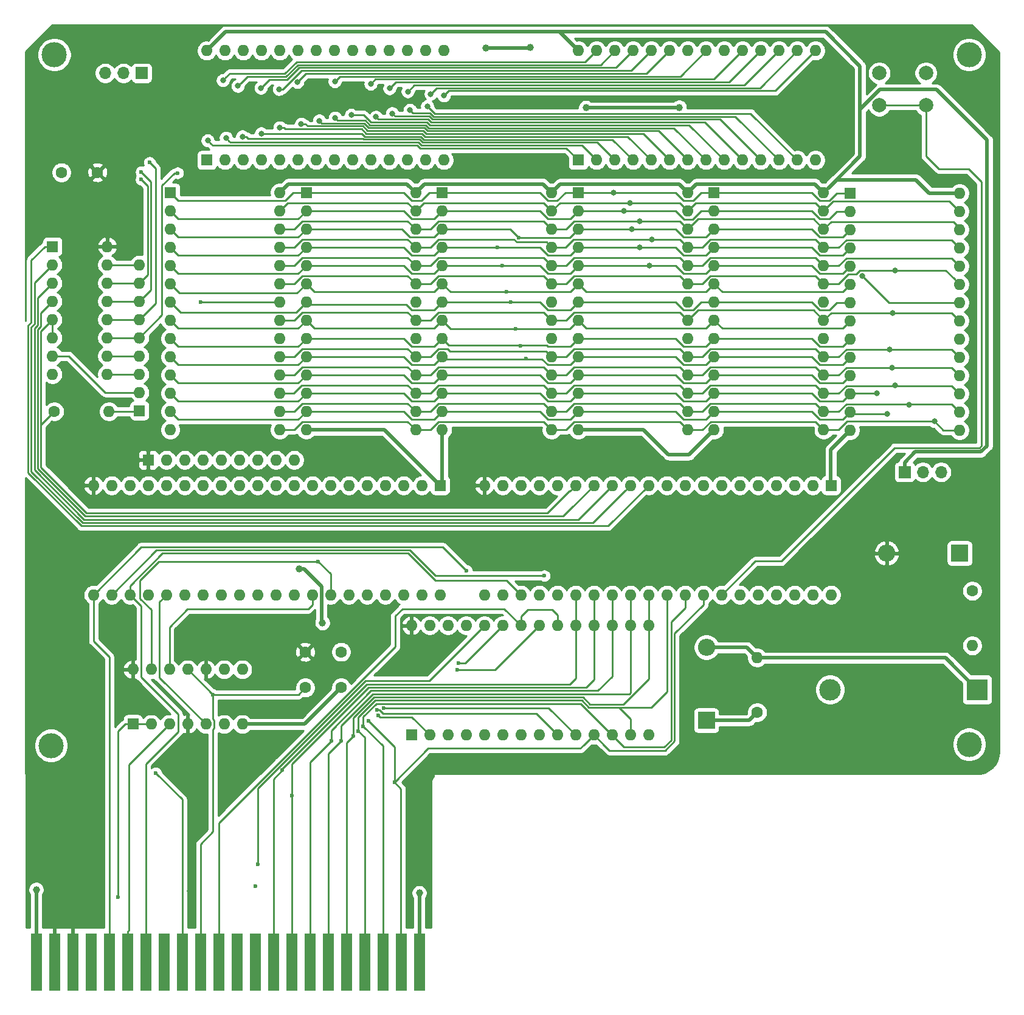
<source format=gtl>
G04 #@! TF.GenerationSoftware,KiCad,Pcbnew,(5.1.9)-1*
G04 #@! TF.CreationDate,2023-04-24T20:36:16+01:00*
G04 #@! TF.ProjectId,C64RAMCart,43363452-414d-4436-9172-742e6b696361,rev001*
G04 #@! TF.SameCoordinates,Original*
G04 #@! TF.FileFunction,Copper,L1,Top*
G04 #@! TF.FilePolarity,Positive*
%FSLAX46Y46*%
G04 Gerber Fmt 4.6, Leading zero omitted, Abs format (unit mm)*
G04 Created by KiCad (PCBNEW (5.1.9)-1) date 2023-04-24 20:36:16*
%MOMM*%
%LPD*%
G01*
G04 APERTURE LIST*
G04 #@! TA.AperFunction,ComponentPad*
%ADD10O,1.600000X1.600000*%
G04 #@! TD*
G04 #@! TA.AperFunction,ComponentPad*
%ADD11R,1.600000X1.600000*%
G04 #@! TD*
G04 #@! TA.AperFunction,ComponentPad*
%ADD12R,3.000000X3.000000*%
G04 #@! TD*
G04 #@! TA.AperFunction,ComponentPad*
%ADD13C,3.000000*%
G04 #@! TD*
G04 #@! TA.AperFunction,ComponentPad*
%ADD14C,2.000000*%
G04 #@! TD*
G04 #@! TA.AperFunction,ConnectorPad*
%ADD15R,1.500000X8.000000*%
G04 #@! TD*
G04 #@! TA.AperFunction,ComponentPad*
%ADD16C,1.600000*%
G04 #@! TD*
G04 #@! TA.AperFunction,ComponentPad*
%ADD17O,2.400000X2.400000*%
G04 #@! TD*
G04 #@! TA.AperFunction,ComponentPad*
%ADD18R,2.400000X2.400000*%
G04 #@! TD*
G04 #@! TA.AperFunction,ComponentPad*
%ADD19R,1.700000X1.700000*%
G04 #@! TD*
G04 #@! TA.AperFunction,ComponentPad*
%ADD20O,1.700000X1.700000*%
G04 #@! TD*
G04 #@! TA.AperFunction,ComponentPad*
%ADD21C,3.500000*%
G04 #@! TD*
G04 #@! TA.AperFunction,ViaPad*
%ADD22C,1.000000*%
G04 #@! TD*
G04 #@! TA.AperFunction,ViaPad*
%ADD23C,0.600000*%
G04 #@! TD*
G04 #@! TA.AperFunction,ViaPad*
%ADD24C,0.800000*%
G04 #@! TD*
G04 #@! TA.AperFunction,Conductor*
%ADD25C,0.508000*%
G04 #@! TD*
G04 #@! TA.AperFunction,Conductor*
%ADD26C,0.250000*%
G04 #@! TD*
G04 #@! TA.AperFunction,Conductor*
%ADD27C,0.254000*%
G04 #@! TD*
G04 #@! TA.AperFunction,Conductor*
%ADD28C,0.100000*%
G04 #@! TD*
G04 APERTURE END LIST*
D10*
X106104001Y-30470001D03*
X139124001Y-45710001D03*
X108644001Y-30470001D03*
X136584001Y-45710001D03*
X111184001Y-30470001D03*
X134044001Y-45710001D03*
X113724001Y-30470001D03*
X131504001Y-45710001D03*
X116264001Y-30470001D03*
X128964001Y-45710001D03*
X118804001Y-30470001D03*
X126424001Y-45710001D03*
X121344001Y-30470001D03*
X123884001Y-45710001D03*
X123884001Y-30470001D03*
X121344001Y-45710001D03*
X126424001Y-30470001D03*
X118804001Y-45710001D03*
X128964001Y-30470001D03*
X116264001Y-45710001D03*
X131504001Y-30470001D03*
X113724001Y-45710001D03*
X134044001Y-30470001D03*
X111184001Y-45710001D03*
X136584001Y-30470001D03*
X108644001Y-45710001D03*
X139124001Y-30470001D03*
D11*
X106104001Y-45710001D03*
D10*
X157822998Y-30470001D03*
X190842998Y-45710001D03*
X160362998Y-30470001D03*
X188302998Y-45710001D03*
X162902998Y-30470001D03*
X185762998Y-45710001D03*
X165442998Y-30470001D03*
X183222998Y-45710001D03*
X167982998Y-30470001D03*
X180682998Y-45710001D03*
X170522998Y-30470001D03*
X178142998Y-45710001D03*
X173062998Y-30470001D03*
X175602998Y-45710001D03*
X175602998Y-30470001D03*
X173062998Y-45710001D03*
X178142998Y-30470001D03*
X170522998Y-45710001D03*
X180682998Y-30470001D03*
X167982998Y-45710001D03*
X183222998Y-30470001D03*
X165442998Y-45710001D03*
X185762998Y-30470001D03*
X162902998Y-45710001D03*
X188302998Y-30470001D03*
X160362998Y-45710001D03*
X190842998Y-30470001D03*
D11*
X157822998Y-45710001D03*
D10*
X118269999Y-87475000D03*
X115729999Y-87475000D03*
X113189999Y-87475000D03*
X110649999Y-87475000D03*
X108109999Y-87475000D03*
X105569999Y-87475000D03*
X103029999Y-87475000D03*
X100489999Y-87475000D03*
D11*
X97949999Y-87475000D03*
D12*
X213379000Y-119470000D03*
D13*
X192889000Y-119470000D03*
D14*
X199744000Y-38080000D03*
X199744000Y-33580000D03*
X206244000Y-38080000D03*
X206244000Y-33580000D03*
D15*
X135705000Y-157432000D03*
X133165000Y-157432000D03*
X130625000Y-157432000D03*
X128085000Y-157432000D03*
X125545000Y-157432000D03*
X123005000Y-157432000D03*
X120465000Y-157432000D03*
X117925000Y-157432000D03*
X115385000Y-157432000D03*
X112845000Y-157432000D03*
X110305000Y-157432000D03*
X107765000Y-157432000D03*
X105225000Y-157432000D03*
X102685000Y-157432000D03*
X100145000Y-157432000D03*
X97605000Y-157432000D03*
X95065000Y-157432000D03*
X92525000Y-157432000D03*
X89985000Y-157432000D03*
X87445000Y-157432000D03*
X84905000Y-157432000D03*
X82365000Y-157432000D03*
D16*
X85879000Y-47420000D03*
X90879000Y-47420000D03*
X119819000Y-114215000D03*
X124819000Y-114215000D03*
D17*
X200769000Y-100470000D03*
D18*
X210929000Y-100470000D03*
X175679000Y-123745000D03*
D17*
X175679000Y-113585000D03*
D16*
X182754000Y-122645000D03*
D10*
X182754000Y-115025000D03*
D19*
X203274000Y-89170000D03*
D20*
X205814000Y-89170000D03*
X208354000Y-89170000D03*
D11*
X95819000Y-124285000D03*
D10*
X111059000Y-116665000D03*
X98359000Y-124285000D03*
X108519000Y-116665000D03*
X100899000Y-124285000D03*
X105979000Y-116665000D03*
X103439000Y-124285000D03*
X103439000Y-116665000D03*
X105979000Y-124285000D03*
X100899000Y-116665000D03*
X108519000Y-124285000D03*
X98359000Y-116665000D03*
X111059000Y-124285000D03*
X95819000Y-116665000D03*
D16*
X119819000Y-119195000D03*
X124819000Y-119195000D03*
D10*
X212679000Y-113340000D03*
D16*
X212679000Y-105720000D03*
X84879000Y-80720000D03*
D10*
X92499000Y-80720000D03*
D11*
X96739000Y-80605000D03*
D10*
X96739000Y-78065000D03*
X96739000Y-75525000D03*
X96739000Y-72985000D03*
X96739000Y-70445000D03*
X96739000Y-67905000D03*
X96739000Y-65365000D03*
X96739000Y-62825000D03*
X96739000Y-60285000D03*
D20*
X91960000Y-33580000D03*
X94500000Y-33580000D03*
D19*
X97040000Y-33580000D03*
D11*
X84629000Y-57745000D03*
D10*
X92249000Y-75525000D03*
X84629000Y-60285000D03*
X92249000Y-72985000D03*
X84629000Y-62825000D03*
X92249000Y-70445000D03*
X84629000Y-65365000D03*
X92249000Y-67905000D03*
X84629000Y-67905000D03*
X92249000Y-65365000D03*
X84629000Y-70445000D03*
X92249000Y-62825000D03*
X84629000Y-72985000D03*
X92249000Y-60285000D03*
X84629000Y-75525000D03*
X92249000Y-57745000D03*
D11*
X134609000Y-125785000D03*
D10*
X167629000Y-110545000D03*
X137149000Y-125785000D03*
X165089000Y-110545000D03*
X139689000Y-125785000D03*
X162549000Y-110545000D03*
X142229000Y-125785000D03*
X160009000Y-110545000D03*
X144769000Y-125785000D03*
X157469000Y-110545000D03*
X147309000Y-125785000D03*
X154929000Y-110545000D03*
X149849000Y-125785000D03*
X152389000Y-110545000D03*
X152389000Y-125785000D03*
X149849000Y-110545000D03*
X154929000Y-125785000D03*
X147309000Y-110545000D03*
X157469000Y-125785000D03*
X144769000Y-110545000D03*
X160009000Y-125785000D03*
X142229000Y-110545000D03*
X162549000Y-125785000D03*
X139689000Y-110545000D03*
X165089000Y-125785000D03*
X137149000Y-110545000D03*
X167629000Y-125785000D03*
X134609000Y-110545000D03*
D11*
X138589999Y-91020000D03*
D10*
X90329999Y-106260000D03*
X136049999Y-91020000D03*
X92869999Y-106260000D03*
X133509999Y-91020000D03*
X95409999Y-106260000D03*
X130969999Y-91020000D03*
X97949999Y-106260000D03*
X128429999Y-91020000D03*
X100489999Y-106260000D03*
X125889999Y-91020000D03*
X103029999Y-106260000D03*
X123349999Y-91020000D03*
X105569999Y-106260000D03*
X120809999Y-91020000D03*
X108109999Y-106260000D03*
X118269999Y-91020000D03*
X110649999Y-106260000D03*
X115729999Y-91020000D03*
X113189999Y-106260000D03*
X113189999Y-91020000D03*
X115729999Y-106260000D03*
X110649999Y-91020000D03*
X118269999Y-106260000D03*
X108109999Y-91020000D03*
X120809999Y-106260000D03*
X105569999Y-91020000D03*
X123349999Y-106260000D03*
X103029999Y-91020000D03*
X125889999Y-106260000D03*
X100489999Y-91020000D03*
X128429999Y-106260000D03*
X97949999Y-91020000D03*
X130969999Y-106260000D03*
X95409999Y-91020000D03*
X133509999Y-106260000D03*
X92869999Y-91020000D03*
X136049999Y-106260000D03*
X90329999Y-91020000D03*
X138589999Y-106260000D03*
X193029000Y-106260000D03*
X144769000Y-91020000D03*
X190489000Y-106260000D03*
X147309000Y-91020000D03*
X187949000Y-106260000D03*
X149849000Y-91020000D03*
X185409000Y-106260000D03*
X152389000Y-91020000D03*
X182869000Y-106260000D03*
X154929000Y-91020000D03*
X180329000Y-106260000D03*
X157469000Y-91020000D03*
X177789000Y-106260000D03*
X160009000Y-91020000D03*
X175249000Y-106260000D03*
X162549000Y-91020000D03*
X172709000Y-106260000D03*
X165089000Y-91020000D03*
X170169000Y-106260000D03*
X167629000Y-91020000D03*
X167629000Y-106260000D03*
X170169000Y-91020000D03*
X165089000Y-106260000D03*
X172709000Y-91020000D03*
X162549000Y-106260000D03*
X175249000Y-91020000D03*
X160009000Y-106260000D03*
X177789000Y-91020000D03*
X157469000Y-106260000D03*
X180329000Y-91020000D03*
X154929000Y-106260000D03*
X182869000Y-91020000D03*
X152389000Y-106260000D03*
X185409000Y-91020000D03*
X149849000Y-106260000D03*
X187949000Y-91020000D03*
X147309000Y-106260000D03*
X190489000Y-91020000D03*
X144769000Y-106260000D03*
D11*
X193029000Y-91020000D03*
X101024001Y-50250001D03*
D10*
X116264001Y-83270001D03*
X101024001Y-52790001D03*
X116264001Y-80730001D03*
X101024001Y-55330001D03*
X116264001Y-78190001D03*
X101024001Y-57870001D03*
X116264001Y-75650001D03*
X101024001Y-60410001D03*
X116264001Y-73110001D03*
X101024001Y-62950001D03*
X116264001Y-70570001D03*
X101024001Y-65490001D03*
X116264001Y-68030001D03*
X101024001Y-68030001D03*
X116264001Y-65490001D03*
X101024001Y-70570001D03*
X116264001Y-62950001D03*
X101024001Y-73110001D03*
X116264001Y-60410001D03*
X101024001Y-75650001D03*
X116264001Y-57870001D03*
X101024001Y-78190001D03*
X116264001Y-55330001D03*
X101024001Y-80730001D03*
X116264001Y-52790001D03*
X101024001Y-83270001D03*
X116264001Y-50250001D03*
X135197000Y-50250001D03*
X119957000Y-83270001D03*
X135197000Y-52790001D03*
X119957000Y-80730001D03*
X135197000Y-55330001D03*
X119957000Y-78190001D03*
X135197000Y-57870001D03*
X119957000Y-75650001D03*
X135197000Y-60410001D03*
X119957000Y-73110001D03*
X135197000Y-62950001D03*
X119957000Y-70570001D03*
X135197000Y-65490001D03*
X119957000Y-68030001D03*
X135197000Y-68030001D03*
X119957000Y-65490001D03*
X135197000Y-70570001D03*
X119957000Y-62950001D03*
X135197000Y-73110001D03*
X119957000Y-60410001D03*
X135197000Y-75650001D03*
X119957000Y-57870001D03*
X135197000Y-78190001D03*
X119957000Y-55330001D03*
X135197000Y-80730001D03*
X119957000Y-52790001D03*
X135197000Y-83270001D03*
D11*
X119957000Y-50250001D03*
X138889999Y-50250001D03*
D10*
X154129999Y-83270001D03*
X138889999Y-52790001D03*
X154129999Y-80730001D03*
X138889999Y-55330001D03*
X154129999Y-78190001D03*
X138889999Y-57870001D03*
X154129999Y-75650001D03*
X138889999Y-60410001D03*
X154129999Y-73110001D03*
X138889999Y-62950001D03*
X154129999Y-70570001D03*
X138889999Y-65490001D03*
X154129999Y-68030001D03*
X138889999Y-68030001D03*
X154129999Y-65490001D03*
X138889999Y-70570001D03*
X154129999Y-62950001D03*
X138889999Y-73110001D03*
X154129999Y-60410001D03*
X138889999Y-75650001D03*
X154129999Y-57870001D03*
X138889999Y-78190001D03*
X154129999Y-55330001D03*
X138889999Y-80730001D03*
X154129999Y-52790001D03*
X138889999Y-83270001D03*
X154129999Y-50250001D03*
X173062998Y-50250001D03*
X157822998Y-83270001D03*
X173062998Y-52790001D03*
X157822998Y-80730001D03*
X173062998Y-55330001D03*
X157822998Y-78190001D03*
X173062998Y-57870001D03*
X157822998Y-75650001D03*
X173062998Y-60410001D03*
X157822998Y-73110001D03*
X173062998Y-62950001D03*
X157822998Y-70570001D03*
X173062998Y-65490001D03*
X157822998Y-68030001D03*
X173062998Y-68030001D03*
X157822998Y-65490001D03*
X173062998Y-70570001D03*
X157822998Y-62950001D03*
X173062998Y-73110001D03*
X157822998Y-60410001D03*
X173062998Y-75650001D03*
X157822998Y-57870001D03*
X173062998Y-78190001D03*
X157822998Y-55330001D03*
X173062998Y-80730001D03*
X157822998Y-52790001D03*
X173062998Y-83270001D03*
D11*
X157822998Y-50250001D03*
X176755997Y-50250001D03*
D10*
X191995997Y-83270001D03*
X176755997Y-52790001D03*
X191995997Y-80730001D03*
X176755997Y-55330001D03*
X191995997Y-78190001D03*
X176755997Y-57870001D03*
X191995997Y-75650001D03*
X176755997Y-60410001D03*
X191995997Y-73110001D03*
X176755997Y-62950001D03*
X191995997Y-70570001D03*
X176755997Y-65490001D03*
X191995997Y-68030001D03*
X176755997Y-68030001D03*
X191995997Y-65490001D03*
X176755997Y-70570001D03*
X191995997Y-62950001D03*
X176755997Y-73110001D03*
X191995997Y-60410001D03*
X176755997Y-75650001D03*
X191995997Y-57870001D03*
X176755997Y-78190001D03*
X191995997Y-55330001D03*
X176755997Y-80730001D03*
X191995997Y-52790001D03*
X176755997Y-83270001D03*
X191995997Y-50250001D03*
X210929000Y-50315000D03*
X195689000Y-83335000D03*
X210929000Y-52855000D03*
X195689000Y-80795000D03*
X210929000Y-55395000D03*
X195689000Y-78255000D03*
X210929000Y-57935000D03*
X195689000Y-75715000D03*
X210929000Y-60475000D03*
X195689000Y-73175000D03*
X210929000Y-63015000D03*
X195689000Y-70635000D03*
X210929000Y-65555000D03*
X195689000Y-68095000D03*
X210929000Y-68095000D03*
X195689000Y-65555000D03*
X210929000Y-70635000D03*
X195689000Y-63015000D03*
X210929000Y-73175000D03*
X195689000Y-60475000D03*
X210929000Y-75715000D03*
X195689000Y-57935000D03*
X210929000Y-78255000D03*
X195689000Y-55395000D03*
X210929000Y-80795000D03*
X195689000Y-52855000D03*
X210929000Y-83335000D03*
D11*
X195689000Y-50315000D03*
D21*
X84889000Y-31031000D03*
X212250000Y-31031000D03*
X212250000Y-127095000D03*
X84409000Y-127255000D03*
D22*
X82365000Y-147331000D03*
X135705000Y-147811000D03*
X118954000Y-102645000D03*
X122204000Y-110170000D03*
X158915000Y-38400000D03*
X171890000Y-38375000D03*
X144965000Y-30125000D03*
X151115000Y-30000000D03*
X84905000Y-147459000D03*
X88604000Y-66170000D03*
X88129000Y-111020000D03*
X92779000Y-111770000D03*
X130654000Y-110495000D03*
X84804000Y-100520000D03*
X103779000Y-147570000D03*
X109654000Y-130645000D03*
X89165000Y-147500000D03*
D23*
X99012590Y-131100000D03*
X106936500Y-120162500D03*
X130776176Y-122033277D03*
X129791584Y-122301700D03*
X153104000Y-103620010D03*
X93779000Y-148345000D03*
X121629000Y-101645000D03*
X132229000Y-132395000D03*
X128613140Y-123829140D03*
X142254000Y-102895000D03*
D24*
X165005000Y-51665000D03*
X108365000Y-34600000D03*
D23*
X102035013Y-47495179D03*
X98139998Y-46025000D03*
D24*
X197339996Y-61825000D03*
D23*
X96979000Y-47345000D03*
X96979000Y-48420000D03*
X105229000Y-65489998D03*
D24*
X162739999Y-50250001D03*
X106240000Y-42975000D03*
X166360000Y-54205000D03*
X110440000Y-35375000D03*
X164199999Y-52790001D03*
X108790000Y-42625000D03*
X201915000Y-61050000D03*
X118715000Y-34825000D03*
X201639999Y-67000000D03*
X123940000Y-34750000D03*
X116165000Y-35825000D03*
X168067410Y-56765178D03*
X113640000Y-35650000D03*
D23*
X150554000Y-73395000D03*
D24*
X129665000Y-39700000D03*
D23*
X149754000Y-71545000D03*
D24*
X126215000Y-39422590D03*
D23*
X149128999Y-69195001D03*
D24*
X123990000Y-39824999D03*
D23*
X148479000Y-65495000D03*
D24*
X121767401Y-40227410D03*
D23*
X147853999Y-64020001D03*
D24*
X119265000Y-40675000D03*
D23*
X147228998Y-60420002D03*
D24*
X167729999Y-60410001D03*
X116265000Y-41175000D03*
D23*
X146603997Y-57845003D03*
D24*
X166369999Y-57870001D03*
X113690000Y-42000000D03*
D23*
X149564001Y-56520010D03*
D24*
X165309999Y-55330001D03*
X111065000Y-42425000D03*
X201155357Y-72049999D03*
X128940000Y-35075002D03*
X201557768Y-74589999D03*
X131565000Y-35725000D03*
X201960179Y-77087500D03*
X134090000Y-36150000D03*
X203922319Y-79790324D03*
X137290000Y-36500000D03*
X207415000Y-82100000D03*
X139115000Y-36700000D03*
X200815000Y-81100000D03*
X136815000Y-38225000D03*
X199440000Y-78225000D03*
X134390000Y-38750000D03*
X131915000Y-39200000D03*
D23*
X112853999Y-146845000D03*
X113231703Y-143799015D03*
X141029000Y-116670000D03*
X141179000Y-115745000D03*
X130006343Y-123072347D03*
X127888140Y-124554140D03*
X127200645Y-125241635D03*
X126488140Y-125954140D03*
X124779000Y-126595000D03*
X123452150Y-126620043D03*
X117925000Y-134216000D03*
X116604000Y-130720000D03*
D25*
X82365000Y-157432000D02*
X82365000Y-147331000D01*
X82365000Y-147331000D02*
X82365000Y-147331000D01*
X135705000Y-147811000D02*
X135705000Y-147811000D01*
X135705000Y-157432000D02*
X135705000Y-147811000D01*
X122095998Y-110061998D02*
X122204000Y-110170000D01*
X122095998Y-105079892D02*
X122095998Y-110061998D01*
X119661106Y-102645000D02*
X122095998Y-105079892D01*
X118954000Y-102645000D02*
X119661106Y-102645000D01*
X157822998Y-83270001D02*
X166929001Y-83270001D01*
X166929001Y-83270001D02*
X170404000Y-86745000D01*
X173280998Y-86745000D02*
X176755997Y-83270001D01*
X170404000Y-86745000D02*
X173280998Y-86745000D01*
X195689000Y-83335000D02*
X193004000Y-86020000D01*
X193004000Y-90995000D02*
X193029000Y-91020000D01*
X193004000Y-86020000D02*
X193004000Y-90995000D01*
X138889999Y-90720000D02*
X138589999Y-91020000D01*
X138889999Y-83270001D02*
X138889999Y-90720000D01*
X130840000Y-83270001D02*
X138589999Y-91020000D01*
X119957000Y-83270001D02*
X130840000Y-83270001D01*
X119729000Y-124285000D02*
X124819000Y-119195000D01*
X111059000Y-124285000D02*
X119729000Y-124285000D01*
X171865000Y-38400000D02*
X171890000Y-38375000D01*
X158915000Y-38400000D02*
X171865000Y-38400000D01*
X150990000Y-30125000D02*
X151115000Y-30000000D01*
X144965000Y-30125000D02*
X150990000Y-30125000D01*
X181654000Y-123745000D02*
X182754000Y-122645000D01*
X175679000Y-123745000D02*
X181654000Y-123745000D01*
X181314000Y-113585000D02*
X182754000Y-115025000D01*
X175679000Y-113585000D02*
X181314000Y-113585000D01*
X208934000Y-115025000D02*
X213379000Y-119470000D01*
X182754000Y-115025000D02*
X208934000Y-115025000D01*
X84905000Y-157432000D02*
X84905000Y-147459000D01*
X84905000Y-147459000D02*
X84905000Y-147459000D01*
X87445000Y-157432000D02*
X87445000Y-147561000D01*
X84905000Y-147459000D02*
X89124000Y-147459000D01*
X89124000Y-147459000D02*
X89165000Y-147500000D01*
D26*
X102685000Y-157432000D02*
X102685000Y-134772410D01*
X102685000Y-134772410D02*
X99012590Y-131100000D01*
X106954000Y-120195000D02*
X106969000Y-120195000D01*
X106954000Y-123594998D02*
X106954000Y-120195000D01*
X107104001Y-123744999D02*
X106954000Y-123594998D01*
X107104001Y-124825001D02*
X107104001Y-123744999D01*
X106954000Y-124975002D02*
X107104001Y-124825001D01*
X106954000Y-139270000D02*
X106954000Y-124975002D01*
X105225000Y-140999000D02*
X106954000Y-139270000D01*
X106969000Y-120195000D02*
X106936500Y-120162500D01*
X105225000Y-157432000D02*
X105225000Y-140999000D01*
X106936500Y-120162500D02*
X103439000Y-116665000D01*
X118851500Y-120162500D02*
X119819000Y-119195000D01*
X106936500Y-120162500D02*
X118851500Y-120162500D01*
X157469000Y-125785000D02*
X153717277Y-122033277D01*
X153717277Y-122033277D02*
X130776176Y-122033277D01*
X154929000Y-125785000D02*
X151972051Y-122828051D01*
X130160700Y-122301700D02*
X129791584Y-122301700D01*
X130687051Y-122828051D02*
X130160700Y-122301700D01*
X151972051Y-122828051D02*
X130687051Y-122828051D01*
X137979006Y-103620010D02*
X152679736Y-103620010D01*
X152679736Y-103620010D02*
X153104000Y-103620010D01*
X134403985Y-100044989D02*
X137979006Y-103620010D01*
X99085010Y-100044989D02*
X134403985Y-100044989D01*
X92869999Y-106260000D02*
X99085010Y-100044989D01*
X95819000Y-124285000D02*
X98359000Y-124285000D01*
X94769000Y-124285000D02*
X93779000Y-125275000D01*
X95819000Y-124285000D02*
X94769000Y-124285000D01*
X93779000Y-125275000D02*
X93779000Y-148345000D01*
X96824998Y-106800001D02*
X96824998Y-104249002D01*
X98359000Y-108334003D02*
X96824998Y-106800001D01*
X98359000Y-116665000D02*
X98359000Y-108334003D01*
X96824998Y-104249002D02*
X99429000Y-101645000D01*
X99429000Y-101645000D02*
X121629000Y-101645000D01*
X123349999Y-103365999D02*
X123349999Y-106260000D01*
X121629000Y-101645000D02*
X123349999Y-103365999D01*
X121629000Y-101645000D02*
X121629000Y-101645000D01*
X201904000Y-85770000D02*
X186104000Y-101570000D01*
X182479000Y-101570000D02*
X177789000Y-106260000D01*
X214004000Y-85445000D02*
X213679000Y-85770000D01*
X214004000Y-48720000D02*
X214004000Y-85445000D01*
X212204000Y-46920000D02*
X214004000Y-48720000D01*
X186104000Y-101570000D02*
X182479000Y-101570000D01*
X208004000Y-46920000D02*
X212204000Y-46920000D01*
X206244000Y-45160000D02*
X208004000Y-46920000D01*
X206244000Y-38080000D02*
X206244000Y-45160000D01*
X213679000Y-85770000D02*
X201904000Y-85770000D01*
X199744000Y-38080000D02*
X206244000Y-38080000D01*
X160009000Y-125795000D02*
X160009000Y-125785000D01*
X120809999Y-107614001D02*
X120809999Y-106260000D01*
X120204000Y-108220000D02*
X120809999Y-107614001D01*
X103429000Y-108220000D02*
X120204000Y-108220000D01*
X100899000Y-110750000D02*
X103429000Y-108220000D01*
X100899000Y-116665000D02*
X100899000Y-110750000D01*
X133154000Y-133320000D02*
X132229000Y-132395000D01*
X133154000Y-157421000D02*
X133154000Y-133320000D01*
X133165000Y-157432000D02*
X133154000Y-157421000D01*
X158589000Y-127205000D02*
X160009000Y-125785000D01*
X158124000Y-127670000D02*
X158589000Y-127205000D01*
X136904000Y-127670000D02*
X158124000Y-127670000D01*
X132229000Y-132345000D02*
X136904000Y-127670000D01*
X132229000Y-132395000D02*
X132229000Y-132345000D01*
X132229000Y-132395000D02*
X132229000Y-127445000D01*
X132229000Y-127445000D02*
X128613140Y-123829140D01*
X161489000Y-127265000D02*
X160009000Y-125785000D01*
X169954000Y-127945000D02*
X162169000Y-127945000D01*
X162169000Y-127945000D02*
X161489000Y-127265000D01*
X171254000Y-126645000D02*
X169954000Y-127945000D01*
X171254000Y-111670000D02*
X171254000Y-126645000D01*
X175249000Y-107675000D02*
X171254000Y-111670000D01*
X175249000Y-106260000D02*
X175249000Y-107675000D01*
X149849000Y-110545000D02*
X149849000Y-109275000D01*
X149849000Y-109275000D02*
X150779000Y-108345000D01*
X150779000Y-108345000D02*
X154204000Y-108345000D01*
X154929000Y-109070000D02*
X154929000Y-110545000D01*
X154204000Y-108345000D02*
X154929000Y-109070000D01*
X147524000Y-108220000D02*
X149849000Y-110545000D01*
X132354000Y-109195000D02*
X133329000Y-108220000D01*
X133329000Y-108220000D02*
X147524000Y-108220000D01*
X116142598Y-129644987D02*
X116194776Y-129644987D01*
X132354000Y-113485763D02*
X132354000Y-109195000D01*
X116194776Y-129644987D02*
X132354000Y-113485763D01*
X107765000Y-138022585D02*
X116142598Y-129644987D01*
X107765000Y-157432000D02*
X107765000Y-138022585D01*
X147834022Y-104245022D02*
X149049001Y-105460001D01*
X134167584Y-100495000D02*
X137917606Y-104245022D01*
X137917606Y-104245022D02*
X147834022Y-104245022D01*
X99942590Y-100495000D02*
X134167584Y-100495000D01*
X95409999Y-105027591D02*
X99942590Y-100495000D01*
X149049001Y-105460001D02*
X149849000Y-106260000D01*
X95409999Y-106260000D02*
X95409999Y-105027591D01*
X96209998Y-107059999D02*
X95409999Y-106260000D01*
X96944001Y-107794002D02*
X96209998Y-107059999D01*
X102090000Y-122856000D02*
X96944001Y-117710001D01*
X102090000Y-125325000D02*
X102090000Y-122856000D01*
X96944001Y-117710001D02*
X96944001Y-107794002D01*
X97605000Y-129810000D02*
X102090000Y-125325000D01*
X97605000Y-157432000D02*
X97605000Y-129810000D01*
X95065000Y-153182000D02*
X95065000Y-157432000D01*
X95304001Y-152942999D02*
X95065000Y-153182000D01*
X100899000Y-124285000D02*
X95304001Y-129879999D01*
X95304001Y-129879999D02*
X95304001Y-152942999D01*
X90329999Y-106260000D02*
X96995021Y-99594978D01*
X96995021Y-99594978D02*
X138953978Y-99594978D01*
X138953978Y-99594978D02*
X142254000Y-102895000D01*
X90329999Y-112714999D02*
X90329999Y-106260000D01*
X92525000Y-114910000D02*
X90329999Y-112714999D01*
X92525000Y-157432000D02*
X92525000Y-114910000D01*
X134071999Y-51665000D02*
X135197000Y-52790001D01*
X117389002Y-51665000D02*
X134071999Y-51665000D01*
X116264001Y-52790001D02*
X117389002Y-51665000D01*
X136322001Y-51665000D02*
X153004998Y-51665000D01*
X153004998Y-51665000D02*
X154129999Y-52790001D01*
X135197000Y-52790001D02*
X136322001Y-51665000D01*
X171937997Y-51665000D02*
X173062998Y-52790001D01*
X155255000Y-51665000D02*
X171937997Y-51665000D01*
X154129999Y-52790001D02*
X155255000Y-51665000D01*
X190870996Y-51665000D02*
X191995997Y-52790001D01*
X174187999Y-51665000D02*
X190870996Y-51665000D01*
X173062998Y-52790001D02*
X174187999Y-51665000D01*
X209514001Y-51440001D02*
X210929000Y-52855000D01*
X193345997Y-51440001D02*
X209514001Y-51440001D01*
X191995997Y-52790001D02*
X193345997Y-51440001D01*
X108365000Y-34600000D02*
X108365000Y-34600000D01*
X118604272Y-32025890D02*
X116972039Y-33658123D01*
X109306877Y-33658123D02*
X108764999Y-34200001D01*
X160362998Y-30470001D02*
X158807109Y-32025890D01*
X158807109Y-32025890D02*
X118604272Y-32025890D01*
X116972039Y-33658123D02*
X109306877Y-33658123D01*
X108764999Y-34200001D02*
X108365000Y-34600000D01*
X84629000Y-72985000D02*
X86879000Y-72985000D01*
X91959000Y-78065000D02*
X96739000Y-78065000D01*
X86879000Y-72985000D02*
X91959000Y-78065000D01*
X92249000Y-75525000D02*
X96739000Y-75525000D01*
X92249000Y-72985000D02*
X96739000Y-72985000D01*
X92249000Y-70445000D02*
X96739000Y-70445000D01*
X96739000Y-70445000D02*
X96739000Y-71126412D01*
X101610749Y-47495179D02*
X102035013Y-47495179D01*
X99879000Y-67305000D02*
X99879000Y-49226928D01*
X96739000Y-70445000D02*
X99879000Y-67305000D01*
X99879000Y-49226928D02*
X101610749Y-47495179D01*
X92249000Y-67905000D02*
X96739000Y-67905000D01*
X96739000Y-67905000D02*
X98964999Y-65679001D01*
X98964999Y-65679001D02*
X98964999Y-46850001D01*
X98964999Y-46850001D02*
X98139998Y-46025000D01*
X201069996Y-65555000D02*
X197339996Y-61825000D01*
X210929000Y-65555000D02*
X201069996Y-65555000D01*
X92249000Y-65365000D02*
X96739000Y-65365000D01*
X98329000Y-48695000D02*
X96979000Y-47345000D01*
X98329000Y-63775000D02*
X98329000Y-48695000D01*
X96739000Y-65365000D02*
X98329000Y-63775000D01*
X92249000Y-62825000D02*
X96739000Y-62825000D01*
X96739000Y-62825000D02*
X97878989Y-61685011D01*
X97878989Y-61685011D02*
X97878989Y-49319989D01*
X97878989Y-49319989D02*
X96979000Y-48420000D01*
X92249000Y-60285000D02*
X96739000Y-60285000D01*
X116263998Y-65489998D02*
X116264001Y-65490001D01*
X105229000Y-65489998D02*
X116263998Y-65489998D01*
X99484001Y-117790001D02*
X105979000Y-124285000D01*
X99484001Y-107265998D02*
X99484001Y-117790001D01*
X100489999Y-106260000D02*
X99484001Y-107265998D01*
X96624000Y-80720000D02*
X96739000Y-80605000D01*
X92499000Y-80720000D02*
X96624000Y-80720000D01*
D25*
X210929000Y-50315000D02*
X211099000Y-50315000D01*
X210929000Y-50315000D02*
X206724000Y-50315000D01*
X206724000Y-50315000D02*
X204837000Y-48428000D01*
X191995997Y-50250001D02*
X191799000Y-50053004D01*
X193817998Y-48428000D02*
X204837000Y-48428000D01*
X191995997Y-50250001D02*
X193817998Y-48428000D01*
X190789596Y-49043600D02*
X191995997Y-50250001D01*
X174269399Y-49043600D02*
X190789596Y-49043600D01*
X173062998Y-50250001D02*
X174269399Y-49043600D01*
X155336400Y-49043600D02*
X154129999Y-50250001D01*
X171856597Y-49043600D02*
X155336400Y-49043600D01*
X173062998Y-50250001D02*
X171856597Y-49043600D01*
X136403401Y-49043600D02*
X135197000Y-50250001D01*
X152923598Y-49043600D02*
X136403401Y-49043600D01*
X154129999Y-50250001D02*
X152923598Y-49043600D01*
X117470402Y-49043600D02*
X116264001Y-50250001D01*
X133990599Y-49043600D02*
X117470402Y-49043600D01*
X135197000Y-50250001D02*
X133990599Y-49043600D01*
X192795996Y-49450002D02*
X191995997Y-50250001D01*
X197065000Y-45180998D02*
X192795996Y-49450002D01*
X197065000Y-38675000D02*
X197065000Y-45180998D01*
X207716336Y-35876336D02*
X199863664Y-35876336D01*
X214754000Y-42914000D02*
X207716336Y-35876336D01*
X214754000Y-85513842D02*
X214754000Y-42914000D01*
X199863664Y-35876336D02*
X197065000Y-38675000D01*
X213918833Y-86349010D02*
X214754000Y-85513842D01*
X204736990Y-86349010D02*
X213918833Y-86349010D01*
X203274000Y-87812000D02*
X204736990Y-86349010D01*
X203274000Y-89170000D02*
X203274000Y-87812000D01*
X106104001Y-30470001D02*
X108749002Y-27825000D01*
X155177997Y-27825000D02*
X157822998Y-30470001D01*
X197065000Y-38675000D02*
X197065000Y-32625000D01*
X192265000Y-27825000D02*
X154640000Y-27825000D01*
X197065000Y-32625000D02*
X192265000Y-27825000D01*
X154640000Y-27825000D02*
X155177997Y-27825000D01*
X108749002Y-27825000D02*
X154640000Y-27825000D01*
D26*
X83019000Y-69515000D02*
X84629000Y-67905000D01*
X84629000Y-67905000D02*
X84629000Y-70445000D01*
X83019000Y-82580000D02*
X84879000Y-80720000D01*
X83019000Y-82630000D02*
X83019000Y-82580000D01*
X83019000Y-82630000D02*
X83019000Y-69515000D01*
X156669001Y-91819999D02*
X156592590Y-91819999D01*
X153542590Y-94870000D02*
X89379000Y-94870000D01*
X157469000Y-91020000D02*
X156669001Y-91819999D01*
X83019000Y-88510000D02*
X83019000Y-82630000D01*
X156592590Y-91819999D02*
X153542590Y-94870000D01*
X89379000Y-94870000D02*
X83019000Y-88510000D01*
X156764033Y-94264967D02*
X160009000Y-91020000D01*
X155708989Y-95320011D02*
X156764033Y-94264967D01*
X82568989Y-88696400D02*
X89192600Y-95320011D01*
X82568989Y-69328600D02*
X82568989Y-88696400D01*
X83018989Y-66975011D02*
X83018989Y-68878600D01*
X89192600Y-95320011D02*
X155708989Y-95320011D01*
X83018989Y-68878600D02*
X82568989Y-69328600D01*
X84629000Y-65365000D02*
X83018989Y-66975011D01*
X83829001Y-63624999D02*
X84629000Y-62825000D01*
X82118978Y-88882800D02*
X82118978Y-69142200D01*
X82568978Y-68692200D02*
X82568978Y-64885022D01*
X162549000Y-91020000D02*
X157798978Y-95770022D01*
X82568978Y-64885022D02*
X83829001Y-63624999D01*
X89006200Y-95770022D02*
X82118978Y-88882800D01*
X157798978Y-95770022D02*
X89006200Y-95770022D01*
X82118978Y-69142200D02*
X82568978Y-68692200D01*
X164289001Y-91819999D02*
X165089000Y-91020000D01*
X81668967Y-68955800D02*
X81668967Y-89069200D01*
X159888967Y-96220033D02*
X164289001Y-91819999D01*
X88819800Y-96220033D02*
X159888967Y-96220033D01*
X82118967Y-62795033D02*
X82118967Y-68505800D01*
X81668967Y-89069200D02*
X88819800Y-96220033D01*
X82118967Y-68505800D02*
X81668967Y-68955800D01*
X84629000Y-60285000D02*
X82118967Y-62795033D01*
X83579000Y-57745000D02*
X84629000Y-57745000D01*
X167629000Y-91020000D02*
X161978956Y-96670044D01*
X88633400Y-96670044D02*
X81218956Y-89255600D01*
X81218956Y-68769400D02*
X81668956Y-68319400D01*
X81218956Y-89255600D02*
X81218956Y-68769400D01*
X81668956Y-68319400D02*
X81668956Y-59655044D01*
X161978956Y-96670044D02*
X88633400Y-96670044D01*
X81668956Y-59655044D02*
X83579000Y-57745000D01*
X118167591Y-50250001D02*
X119957000Y-50250001D01*
X117042590Y-51375002D02*
X118167591Y-50250001D01*
X102149002Y-51375002D02*
X117042590Y-51375002D01*
X101024001Y-50250001D02*
X102149002Y-51375002D01*
X137100590Y-50250001D02*
X138889999Y-50250001D01*
X135975589Y-51375002D02*
X137100590Y-50250001D01*
X134656999Y-51375002D02*
X135975589Y-51375002D01*
X133531998Y-50250001D02*
X134656999Y-51375002D01*
X119957000Y-50250001D02*
X133531998Y-50250001D01*
X156033589Y-50250001D02*
X157822998Y-50250001D01*
X154908588Y-51375002D02*
X156033589Y-50250001D01*
X153589998Y-51375002D02*
X154908588Y-51375002D01*
X152464997Y-50250001D02*
X153589998Y-51375002D01*
X138889999Y-50250001D02*
X152464997Y-50250001D01*
X174966588Y-50250001D02*
X176755997Y-50250001D01*
X173841587Y-51375002D02*
X174966588Y-50250001D01*
X172522997Y-51375002D02*
X173841587Y-51375002D01*
X171397996Y-50250001D02*
X172522997Y-51375002D01*
X157822998Y-50250001D02*
X162739999Y-50250001D01*
X193834588Y-50315000D02*
X195689000Y-50315000D01*
X192774586Y-51375002D02*
X193834588Y-50315000D01*
X191455996Y-51375002D02*
X192774586Y-51375002D01*
X190330995Y-50250001D02*
X191455996Y-51375002D01*
X176755997Y-50250001D02*
X190330995Y-50250001D01*
X162739999Y-50250001D02*
X171397996Y-50250001D01*
X106240000Y-42975000D02*
X106240000Y-42975000D01*
X106639999Y-43374999D02*
X106240000Y-42975000D01*
X106915242Y-43650242D02*
X106639999Y-43374999D01*
X135411102Y-43650242D02*
X106915242Y-43650242D01*
X156166929Y-44053932D02*
X135814792Y-44053932D01*
X157822998Y-45710001D02*
X156166929Y-44053932D01*
X135814792Y-44053932D02*
X135411102Y-43650242D01*
X134071999Y-54205000D02*
X135197000Y-55330001D01*
X118291998Y-55330001D02*
X119416999Y-54205000D01*
X119416999Y-54205000D02*
X134071999Y-54205000D01*
X116264001Y-55330001D02*
X118291998Y-55330001D01*
X153004998Y-54205000D02*
X154129999Y-55330001D01*
X138349998Y-54205000D02*
X153004998Y-54205000D01*
X137224997Y-55330001D02*
X138349998Y-54205000D01*
X135197000Y-55330001D02*
X137224997Y-55330001D01*
X171937997Y-54205000D02*
X173062998Y-55330001D01*
X157282997Y-54205000D02*
X166360000Y-54205000D01*
X156157996Y-55330001D02*
X157282997Y-54205000D01*
X154129999Y-55330001D02*
X156157996Y-55330001D01*
X190580998Y-53915002D02*
X191995997Y-55330001D01*
X174477997Y-53915002D02*
X190580998Y-53915002D01*
X173062998Y-55330001D02*
X174477997Y-53915002D01*
X193055999Y-54269999D02*
X210033999Y-54269999D01*
X191995997Y-55330001D02*
X193055999Y-54269999D01*
X210929000Y-55165000D02*
X210929000Y-55395000D01*
X210033999Y-54269999D02*
X210929000Y-55165000D01*
X166360000Y-54205000D02*
X171937997Y-54205000D01*
X110440000Y-35375000D02*
X110440000Y-35375000D01*
X111754466Y-34060534D02*
X110839999Y-34975001D01*
X160944698Y-32428301D02*
X118770955Y-32428301D01*
X162902998Y-30470001D02*
X160944698Y-32428301D01*
X118770955Y-32428301D02*
X117138722Y-34060534D01*
X110839999Y-34975001D02*
X110440000Y-35375000D01*
X117138722Y-34060534D02*
X111754466Y-34060534D01*
X118831999Y-53915002D02*
X119957000Y-52790001D01*
X102149002Y-53915002D02*
X118831999Y-53915002D01*
X101024001Y-52790001D02*
X102149002Y-53915002D01*
X137764998Y-53915002D02*
X138889999Y-52790001D01*
X134656999Y-53915002D02*
X137764998Y-53915002D01*
X133531998Y-52790001D02*
X134656999Y-53915002D01*
X119957000Y-52790001D02*
X133531998Y-52790001D01*
X156697997Y-53915002D02*
X157822998Y-52790001D01*
X153589998Y-53915002D02*
X156697997Y-53915002D01*
X152464997Y-52790001D02*
X153589998Y-53915002D01*
X138889999Y-52790001D02*
X152464997Y-52790001D01*
X193834588Y-52855000D02*
X195689000Y-52855000D01*
X192774586Y-53915002D02*
X193834588Y-52855000D01*
X191455996Y-53915002D02*
X192774586Y-53915002D01*
X190330995Y-52790001D02*
X191455996Y-53915002D01*
X176755997Y-52790001D02*
X190330995Y-52790001D01*
X174966588Y-52790001D02*
X176755997Y-52790001D01*
X173786589Y-53970000D02*
X174966588Y-52790001D01*
X172577995Y-53970000D02*
X173786589Y-53970000D01*
X171397996Y-52790001D02*
X172577995Y-53970000D01*
X157822998Y-52790001D02*
X164199999Y-52790001D01*
X164199999Y-52790001D02*
X171397996Y-52790001D01*
X108790000Y-42625000D02*
X108790000Y-42625000D01*
X160362998Y-45710001D02*
X158304518Y-43651521D01*
X109189999Y-43024999D02*
X108790000Y-42625000D01*
X158304518Y-43651521D02*
X135981476Y-43651521D01*
X135556476Y-43226521D02*
X127805302Y-43226521D01*
X109379708Y-43214708D02*
X109189999Y-43024999D01*
X127793489Y-43214708D02*
X109379708Y-43214708D01*
X127805302Y-43226521D02*
X127793489Y-43214708D01*
X135981476Y-43651521D02*
X135556476Y-43226521D01*
X134071999Y-61825000D02*
X135197000Y-62950001D01*
X119416999Y-61825000D02*
X134071999Y-61825000D01*
X118291998Y-62950001D02*
X119416999Y-61825000D01*
X116264001Y-62950001D02*
X118291998Y-62950001D01*
X153004998Y-61825000D02*
X154129999Y-62950001D01*
X138349998Y-61825000D02*
X153004998Y-61825000D01*
X137224997Y-62950001D02*
X138349998Y-61825000D01*
X135197000Y-62950001D02*
X137224997Y-62950001D01*
X171937997Y-61825000D02*
X173062998Y-62950001D01*
X157282997Y-61825000D02*
X171937997Y-61825000D01*
X156157996Y-62950001D02*
X157282997Y-61825000D01*
X154129999Y-62950001D02*
X156157996Y-62950001D01*
X190870996Y-61825000D02*
X191995997Y-62950001D01*
X176215996Y-61825000D02*
X190870996Y-61825000D01*
X175090995Y-62950001D02*
X176215996Y-61825000D01*
X173062998Y-62950001D02*
X175090995Y-62950001D01*
X196537599Y-61574847D02*
X197064847Y-61047599D01*
X191995997Y-62950001D02*
X194088997Y-62950001D01*
X197064847Y-61047599D02*
X208961599Y-61047599D01*
X208961599Y-61047599D02*
X210129001Y-62215001D01*
X210129001Y-62215001D02*
X210929000Y-63015000D01*
X194088997Y-62950001D02*
X195464151Y-61574847D01*
X195464151Y-61574847D02*
X196537599Y-61574847D01*
X170522998Y-30470001D02*
X167357465Y-33635534D01*
X119904466Y-33635534D02*
X118715000Y-34825000D01*
X167357465Y-33635534D02*
X119904466Y-33635534D01*
X119416999Y-66905000D02*
X134071999Y-66905000D01*
X134071999Y-66905000D02*
X135197000Y-68030001D01*
X118291998Y-68030001D02*
X119416999Y-66905000D01*
X116264001Y-68030001D02*
X118291998Y-68030001D01*
X153004998Y-66905000D02*
X154129999Y-68030001D01*
X138349998Y-66905000D02*
X153004998Y-66905000D01*
X137224997Y-68030001D02*
X138349998Y-66905000D01*
X135197000Y-68030001D02*
X137224997Y-68030001D01*
X157282997Y-66905000D02*
X171937997Y-66905000D01*
X171937997Y-66905000D02*
X173062998Y-68030001D01*
X156157996Y-68030001D02*
X157282997Y-66905000D01*
X154129999Y-68030001D02*
X156157996Y-68030001D01*
X190580998Y-66615002D02*
X191995997Y-68030001D01*
X174477997Y-66615002D02*
X190580998Y-66615002D01*
X173062998Y-68030001D02*
X174477997Y-66615002D01*
X209803999Y-66969999D02*
X210929000Y-68095000D01*
X193055999Y-66969999D02*
X209803999Y-66969999D01*
X191995997Y-68030001D02*
X193055999Y-66969999D01*
X124652055Y-34037945D02*
X123940000Y-34750000D01*
X175602998Y-30470001D02*
X172035054Y-34037945D01*
X172035054Y-34037945D02*
X124652055Y-34037945D01*
X134071999Y-59285000D02*
X135197000Y-60410001D01*
X119416999Y-59285000D02*
X134071999Y-59285000D01*
X118291998Y-60410001D02*
X119416999Y-59285000D01*
X116264001Y-60410001D02*
X118291998Y-60410001D01*
X138349998Y-59285000D02*
X153004998Y-59285000D01*
X153004998Y-59285000D02*
X154129999Y-60410001D01*
X137224997Y-60410001D02*
X138349998Y-59285000D01*
X135197000Y-60410001D02*
X137224997Y-60410001D01*
X171937997Y-59285000D02*
X173062998Y-60410001D01*
X157282997Y-59285000D02*
X171937997Y-59285000D01*
X156157996Y-60410001D02*
X157282997Y-59285000D01*
X154129999Y-60410001D02*
X156157996Y-60410001D01*
X190870996Y-59285000D02*
X191995997Y-60410001D01*
X176215996Y-59285000D02*
X190870996Y-59285000D01*
X175090995Y-60410001D02*
X176215996Y-59285000D01*
X173062998Y-60410001D02*
X175090995Y-60410001D01*
X209803999Y-59349999D02*
X210929000Y-60475000D01*
X195148999Y-59349999D02*
X209803999Y-59349999D01*
X194088997Y-60410001D02*
X195148999Y-59349999D01*
X191995997Y-60410001D02*
X194088997Y-60410001D01*
X116165000Y-35825000D02*
X116165000Y-35825000D01*
X119322562Y-33233123D02*
X116730685Y-35825000D01*
X116730685Y-35825000D02*
X116165000Y-35825000D01*
X165219876Y-33233123D02*
X119322562Y-33233123D01*
X167982998Y-30470001D02*
X165219876Y-33233123D01*
X134071999Y-56745000D02*
X135197000Y-57870001D01*
X119416999Y-56745000D02*
X134071999Y-56745000D01*
X118291998Y-57870001D02*
X119416999Y-56745000D01*
X116264001Y-57870001D02*
X118291998Y-57870001D01*
X171937997Y-56745000D02*
X173062998Y-57870001D01*
X157199000Y-56745000D02*
X171937997Y-56745000D01*
X156073999Y-57870001D02*
X157199000Y-56745000D01*
X154129999Y-57870001D02*
X156073999Y-57870001D01*
X190870996Y-56745000D02*
X191995997Y-57870001D01*
X175090995Y-57870001D02*
X176215996Y-56745000D01*
X176215996Y-56745000D02*
X190870996Y-56745000D01*
X173062998Y-57870001D02*
X175090995Y-57870001D01*
X209803999Y-56809999D02*
X210929000Y-57935000D01*
X195148999Y-56809999D02*
X209803999Y-56809999D01*
X194088997Y-57870001D02*
X195148999Y-56809999D01*
X191995997Y-57870001D02*
X194088997Y-57870001D01*
X149264000Y-57145011D02*
X153405009Y-57145011D01*
X153405009Y-57145011D02*
X154129999Y-57870001D01*
X148863989Y-56745000D02*
X149264000Y-57145011D01*
X138349998Y-56745000D02*
X148863989Y-56745000D01*
X135197000Y-57870001D02*
X137224997Y-57870001D01*
X137224997Y-57870001D02*
X138349998Y-56745000D01*
X113640000Y-35650000D02*
X113640000Y-35650000D01*
X165442998Y-30470001D02*
X163082287Y-32830712D01*
X114039999Y-35250001D02*
X113640000Y-35650000D01*
X117305406Y-34462945D02*
X114827055Y-34462945D01*
X114827055Y-34462945D02*
X114039999Y-35250001D01*
X118937639Y-32830712D02*
X117305406Y-34462945D01*
X163082287Y-32830712D02*
X118937639Y-32830712D01*
X118831999Y-74235002D02*
X119957000Y-73110001D01*
X102149002Y-74235002D02*
X118831999Y-74235002D01*
X101024001Y-73110001D02*
X102149002Y-74235002D01*
X137764998Y-74235002D02*
X138889999Y-73110001D01*
X134656999Y-74235002D02*
X137764998Y-74235002D01*
X133531998Y-73110001D02*
X134656999Y-74235002D01*
X119957000Y-73110001D02*
X133531998Y-73110001D01*
X175630996Y-74235002D02*
X176755997Y-73110001D01*
X172522997Y-74235002D02*
X175630996Y-74235002D01*
X171397996Y-73110001D02*
X172522997Y-74235002D01*
X157822998Y-73110001D02*
X171397996Y-73110001D01*
X194628998Y-74235002D02*
X195689000Y-73175000D01*
X191455996Y-74235002D02*
X194628998Y-74235002D01*
X190330995Y-73110001D02*
X191455996Y-74235002D01*
X176755997Y-73110001D02*
X190330995Y-73110001D01*
X156697997Y-74235002D02*
X157822998Y-73110001D01*
X153589998Y-74235002D02*
X156697997Y-74235002D01*
X152774996Y-73420000D02*
X153589998Y-74235002D01*
X139199998Y-73420000D02*
X152774996Y-73420000D01*
X138889999Y-73110001D02*
X139199998Y-73420000D01*
X175405230Y-40432233D02*
X137314948Y-40432233D01*
X137314948Y-40432233D02*
X136889948Y-40007233D01*
X129972233Y-40007233D02*
X129665000Y-39700000D01*
X136889948Y-40007233D02*
X129972233Y-40007233D01*
X180682998Y-45710001D02*
X175405230Y-40432233D01*
X118831999Y-71695002D02*
X119957000Y-70570001D01*
X102149002Y-71695002D02*
X118831999Y-71695002D01*
X101024001Y-70570001D02*
X102149002Y-71695002D01*
X137764998Y-71695002D02*
X138889999Y-70570001D01*
X134656999Y-71695002D02*
X137764998Y-71695002D01*
X133531998Y-70570001D02*
X134656999Y-71695002D01*
X119957000Y-70570001D02*
X133531998Y-70570001D01*
X175630996Y-71695002D02*
X176755997Y-70570001D01*
X172522997Y-71695002D02*
X175630996Y-71695002D01*
X171397996Y-70570001D02*
X172522997Y-71695002D01*
X157822998Y-70570001D02*
X171397996Y-70570001D01*
X191455996Y-71695002D02*
X194628998Y-71695002D01*
X190330995Y-70570001D02*
X191455996Y-71695002D01*
X194628998Y-71695002D02*
X195689000Y-70635000D01*
X176755997Y-70570001D02*
X190330995Y-70570001D01*
X156697997Y-71695002D02*
X157822998Y-70570001D01*
X153589998Y-71695002D02*
X156697997Y-71695002D01*
X153414996Y-71520000D02*
X153589998Y-71695002D01*
X139839998Y-71520000D02*
X153414996Y-71520000D01*
X138889999Y-70570001D02*
X139839998Y-71520000D01*
X136723264Y-40409644D02*
X128972090Y-40409644D01*
X137148264Y-40834644D02*
X136723264Y-40409644D01*
X178142998Y-45710001D02*
X173267641Y-40834644D01*
X173267641Y-40834644D02*
X137148264Y-40834644D01*
X127985036Y-39422590D02*
X126215000Y-39422590D01*
X128972090Y-40409644D02*
X127985036Y-39422590D01*
X118831999Y-69155002D02*
X119957000Y-68030001D01*
X102149002Y-69155002D02*
X118831999Y-69155002D01*
X101024001Y-68030001D02*
X102149002Y-69155002D01*
X137764998Y-69155002D02*
X138889999Y-68030001D01*
X121082001Y-69155002D02*
X137764998Y-69155002D01*
X119957000Y-68030001D02*
X121082001Y-69155002D01*
X175630996Y-69155002D02*
X176755997Y-68030001D01*
X158947999Y-69155002D02*
X175630996Y-69155002D01*
X157822998Y-68030001D02*
X158947999Y-69155002D01*
X194628998Y-69155002D02*
X195689000Y-68095000D01*
X177880998Y-69155002D02*
X194628998Y-69155002D01*
X176755997Y-68030001D02*
X177880998Y-69155002D01*
X156637999Y-69215000D02*
X157822998Y-68030001D01*
X140074998Y-69215000D02*
X156637999Y-69215000D01*
X138889999Y-68030001D02*
X140074998Y-69215000D01*
X128805406Y-40812055D02*
X128161869Y-40168518D01*
X124333519Y-40168518D02*
X123990000Y-39824999D01*
X128161869Y-40168518D02*
X124333519Y-40168518D01*
X136556580Y-40812055D02*
X128805406Y-40812055D01*
X136981580Y-41237055D02*
X136556580Y-40812055D01*
X171130052Y-41237055D02*
X136981580Y-41237055D01*
X175602998Y-45710001D02*
X171130052Y-41237055D01*
X118542001Y-66905000D02*
X119957000Y-65490001D01*
X102439000Y-66905000D02*
X118542001Y-66905000D01*
X101024001Y-65490001D02*
X102439000Y-66905000D01*
X156697997Y-66615002D02*
X157822998Y-65490001D01*
X153589998Y-66615002D02*
X156697997Y-66615002D01*
X152464997Y-65490001D02*
X153589998Y-66615002D01*
X138889999Y-65490001D02*
X152464997Y-65490001D01*
X174966588Y-65490001D02*
X176755997Y-65490001D01*
X173841587Y-66615002D02*
X174966588Y-65490001D01*
X172522997Y-66615002D02*
X173841587Y-66615002D01*
X171397996Y-65490001D02*
X172522997Y-66615002D01*
X157822998Y-65490001D02*
X171397996Y-65490001D01*
X193834588Y-65555000D02*
X195689000Y-65555000D01*
X192774586Y-66615002D02*
X193834588Y-65555000D01*
X191455996Y-66615002D02*
X192774586Y-66615002D01*
X190330995Y-65490001D02*
X191455996Y-66615002D01*
X176755997Y-65490001D02*
X190330995Y-65490001D01*
X134656999Y-66615002D02*
X137764998Y-66615002D01*
X133886997Y-65845000D02*
X134656999Y-66615002D01*
X137764998Y-66615002D02*
X138889999Y-65490001D01*
X120311999Y-65845000D02*
X133886997Y-65845000D01*
X119957000Y-65490001D02*
X120311999Y-65845000D01*
X136814896Y-41639466D02*
X136389896Y-41214466D01*
X136389896Y-41214466D02*
X128638722Y-41214466D01*
X168992463Y-41639466D02*
X136814896Y-41639466D01*
X122110920Y-40570929D02*
X121767401Y-40227410D01*
X127995186Y-40570929D02*
X122110920Y-40570929D01*
X128638722Y-41214466D02*
X127995186Y-40570929D01*
X173062998Y-45710001D02*
X168992463Y-41639466D01*
X137764998Y-64075002D02*
X138889999Y-62950001D01*
X121082001Y-64075002D02*
X137764998Y-64075002D01*
X119957000Y-62950001D02*
X121082001Y-64075002D01*
X156697997Y-64075002D02*
X157822998Y-62950001D01*
X140015000Y-64075002D02*
X156697997Y-64075002D01*
X138889999Y-62950001D02*
X140015000Y-64075002D01*
X175630996Y-64075002D02*
X176755997Y-62950001D01*
X158947999Y-64075002D02*
X175630996Y-64075002D01*
X157822998Y-62950001D02*
X158947999Y-64075002D01*
X194628998Y-64075002D02*
X195689000Y-63015000D01*
X177880998Y-64075002D02*
X194628998Y-64075002D01*
X176755997Y-62950001D02*
X177880998Y-64075002D01*
X118672001Y-64235000D02*
X119957000Y-62950001D01*
X102309000Y-64235000D02*
X118672001Y-64235000D01*
X101024001Y-62950001D02*
X102309000Y-64235000D01*
X166854874Y-42041877D02*
X136648212Y-42041877D01*
X170522998Y-45710001D02*
X166854874Y-42041877D01*
X119830685Y-40675000D02*
X119265000Y-40675000D01*
X120129025Y-40973340D02*
X119830685Y-40675000D01*
X127828503Y-40973340D02*
X120129025Y-40973340D01*
X128472038Y-41616877D02*
X127828503Y-40973340D01*
X136223212Y-41616877D02*
X128472038Y-41616877D01*
X136648212Y-42041877D02*
X136223212Y-41616877D01*
X118831999Y-61535002D02*
X119957000Y-60410001D01*
X102149002Y-61535002D02*
X118831999Y-61535002D01*
X101024001Y-60410001D02*
X102149002Y-61535002D01*
X137764998Y-61535002D02*
X138889999Y-60410001D01*
X134656999Y-61535002D02*
X137764998Y-61535002D01*
X133531998Y-60410001D02*
X134656999Y-61535002D01*
X119957000Y-60410001D02*
X133531998Y-60410001D01*
X156697997Y-61535002D02*
X157822998Y-60410001D01*
X153589998Y-61535002D02*
X156697997Y-61535002D01*
X152464997Y-60410001D02*
X153589998Y-61535002D01*
X138889999Y-60410001D02*
X152464997Y-60410001D01*
X175630996Y-61535002D02*
X176755997Y-60410001D01*
X172522997Y-61535002D02*
X175630996Y-61535002D01*
X171397996Y-60410001D02*
X172522997Y-61535002D01*
X157822998Y-60410001D02*
X167729999Y-60410001D01*
X194628998Y-61535002D02*
X195689000Y-60475000D01*
X191469002Y-61535002D02*
X194628998Y-61535002D01*
X190344001Y-60410001D02*
X191469002Y-61535002D01*
X176755997Y-60410001D02*
X190344001Y-60410001D01*
X167729999Y-60410001D02*
X171397996Y-60410001D01*
X116265000Y-41175000D02*
X116265000Y-41175000D01*
X116830685Y-41175000D02*
X116265000Y-41175000D01*
X167982998Y-45710001D02*
X164717285Y-42444288D01*
X128305354Y-42019288D02*
X127661819Y-41375751D01*
X136056528Y-42019288D02*
X128305354Y-42019288D01*
X127661819Y-41375751D02*
X117031436Y-41375751D01*
X164717285Y-42444288D02*
X136481528Y-42444288D01*
X117031436Y-41375751D02*
X116830685Y-41175000D01*
X136481528Y-42444288D02*
X136056528Y-42019288D01*
X118831999Y-58995002D02*
X119957000Y-57870001D01*
X102149002Y-58995002D02*
X118831999Y-58995002D01*
X101024001Y-57870001D02*
X102149002Y-58995002D01*
X137764998Y-58995002D02*
X138889999Y-57870001D01*
X134656999Y-58995002D02*
X137764998Y-58995002D01*
X133531998Y-57870001D02*
X134656999Y-58995002D01*
X119957000Y-57870001D02*
X133531998Y-57870001D01*
X156697997Y-58995002D02*
X157822998Y-57870001D01*
X153589998Y-58995002D02*
X156697997Y-58995002D01*
X152464997Y-57870001D02*
X153589998Y-58995002D01*
X138889999Y-57870001D02*
X152464997Y-57870001D01*
X172522997Y-58995002D02*
X175630996Y-58995002D01*
X171397996Y-57870001D02*
X172522997Y-58995002D01*
X175630996Y-58995002D02*
X176755997Y-57870001D01*
X157822998Y-57870001D02*
X166369999Y-57870001D01*
X194628998Y-58995002D02*
X195689000Y-57935000D01*
X191455996Y-58995002D02*
X194628998Y-58995002D01*
X190330995Y-57870001D02*
X191455996Y-58995002D01*
X176755997Y-57870001D02*
X190330995Y-57870001D01*
X166369999Y-57870001D02*
X171397996Y-57870001D01*
X113690000Y-42000000D02*
X113690000Y-42000000D01*
X162579696Y-42846699D02*
X136314844Y-42846699D01*
X136314844Y-42846699D02*
X135889844Y-42421699D01*
X128138670Y-42421699D02*
X127716972Y-42000000D01*
X135889844Y-42421699D02*
X128138670Y-42421699D01*
X114255685Y-42000000D02*
X113690000Y-42000000D01*
X165442998Y-45710001D02*
X162579696Y-42846699D01*
X127716972Y-42000000D02*
X114255685Y-42000000D01*
X118831999Y-56455002D02*
X119957000Y-55330001D01*
X102149002Y-56455002D02*
X118831999Y-56455002D01*
X101024001Y-55330001D02*
X102149002Y-56455002D01*
X137764998Y-56455002D02*
X138889999Y-55330001D01*
X134418411Y-56455002D02*
X137764998Y-56455002D01*
X133293410Y-55330001D02*
X134418411Y-56455002D01*
X119957000Y-55330001D02*
X133293410Y-55330001D01*
X175630996Y-56455002D02*
X176755997Y-55330001D01*
X172522997Y-56455002D02*
X175630996Y-56455002D01*
X171397996Y-55330001D02*
X172522997Y-56455002D01*
X157822998Y-55330001D02*
X165309999Y-55330001D01*
X194628998Y-56455002D02*
X195689000Y-55395000D01*
X191455996Y-56455002D02*
X194628998Y-56455002D01*
X190330995Y-55330001D02*
X191455996Y-56455002D01*
X176755997Y-55330001D02*
X190330995Y-55330001D01*
X157822998Y-55330001D02*
X156632989Y-56520010D01*
X138889999Y-55330001D02*
X148373992Y-55330001D01*
X148373992Y-55330001D02*
X149564001Y-56520010D01*
X156632989Y-56520010D02*
X149564001Y-56520010D01*
X165309999Y-55330001D02*
X171397996Y-55330001D01*
X111065000Y-42425000D02*
X111065000Y-42425000D01*
X162902998Y-45710001D02*
X160442107Y-43249110D01*
X136148160Y-43249110D02*
X135723160Y-42824110D01*
X127971986Y-42824110D02*
X127842154Y-42694278D01*
X111899963Y-42694278D02*
X111630685Y-42425000D01*
X111630685Y-42425000D02*
X111065000Y-42425000D01*
X135723160Y-42824110D02*
X127971986Y-42824110D01*
X127842154Y-42694278D02*
X111899963Y-42694278D01*
X160442107Y-43249110D02*
X136148160Y-43249110D01*
X134071999Y-71985000D02*
X135197000Y-73110001D01*
X119416999Y-71985000D02*
X134071999Y-71985000D01*
X118291998Y-73110001D02*
X119416999Y-71985000D01*
X116264001Y-73110001D02*
X118291998Y-73110001D01*
X171937997Y-71985000D02*
X173062998Y-73110001D01*
X157282997Y-71985000D02*
X171937997Y-71985000D01*
X156157996Y-73110001D02*
X157282997Y-71985000D01*
X154129999Y-73110001D02*
X156157996Y-73110001D01*
X190870996Y-71985000D02*
X191995997Y-73110001D01*
X176215996Y-71985000D02*
X190870996Y-71985000D01*
X175090995Y-73110001D02*
X176215996Y-71985000D01*
X173062998Y-73110001D02*
X175090995Y-73110001D01*
X137224997Y-73110001D02*
X138349998Y-71985000D01*
X135197000Y-73110001D02*
X137224997Y-73110001D01*
X138349998Y-71985000D02*
X139668587Y-71985000D01*
X139668587Y-71985000D02*
X139993589Y-72310002D01*
X139993589Y-72310002D02*
X153330000Y-72310002D01*
X153330000Y-72310002D02*
X154129999Y-73110001D01*
X191995997Y-73110001D02*
X194088997Y-73110001D01*
X209803999Y-72049999D02*
X201155357Y-72049999D01*
X195148999Y-72049999D02*
X201155357Y-72049999D01*
X194088997Y-73110001D02*
X195148999Y-72049999D01*
X210929000Y-73175000D02*
X209803999Y-72049999D01*
X176712643Y-34440356D02*
X129574646Y-34440356D01*
X129574646Y-34440356D02*
X128940000Y-35075002D01*
X180682998Y-30470001D02*
X176712643Y-34440356D01*
X134071999Y-74525000D02*
X135197000Y-75650001D01*
X119416999Y-74525000D02*
X134071999Y-74525000D01*
X118291998Y-75650001D02*
X119416999Y-74525000D01*
X116264001Y-75650001D02*
X118291998Y-75650001D01*
X153004998Y-74525000D02*
X154129999Y-75650001D01*
X138349998Y-74525000D02*
X153004998Y-74525000D01*
X137224997Y-75650001D02*
X138349998Y-74525000D01*
X135197000Y-75650001D02*
X137224997Y-75650001D01*
X171937997Y-74525000D02*
X173062998Y-75650001D01*
X157282997Y-74525000D02*
X171937997Y-74525000D01*
X156157996Y-75650001D02*
X157282997Y-74525000D01*
X154129999Y-75650001D02*
X156157996Y-75650001D01*
X190870996Y-74525000D02*
X191995997Y-75650001D01*
X176215996Y-74525000D02*
X190870996Y-74525000D01*
X175090995Y-75650001D02*
X176215996Y-74525000D01*
X173062998Y-75650001D02*
X175090995Y-75650001D01*
X195148999Y-74589999D02*
X201557768Y-74589999D01*
X194088997Y-75650001D02*
X195148999Y-74589999D01*
X191995997Y-75650001D02*
X194088997Y-75650001D01*
X209803999Y-74589999D02*
X201557768Y-74589999D01*
X210929000Y-75715000D02*
X209803999Y-74589999D01*
X183222998Y-30470001D02*
X178850232Y-34842767D01*
X178850232Y-34842767D02*
X132447233Y-34842767D01*
X132447233Y-34842767D02*
X131565000Y-35725000D01*
X134071999Y-77065000D02*
X135197000Y-78190001D01*
X119309000Y-77065000D02*
X134071999Y-77065000D01*
X118183999Y-78190001D02*
X119309000Y-77065000D01*
X116264001Y-78190001D02*
X118183999Y-78190001D01*
X153004998Y-77065000D02*
X154129999Y-78190001D01*
X138349998Y-77065000D02*
X153004998Y-77065000D01*
X137224997Y-78190001D02*
X138349998Y-77065000D01*
X135197000Y-78190001D02*
X137224997Y-78190001D01*
X171937997Y-77065000D02*
X173062998Y-78190001D01*
X157282997Y-77065000D02*
X171937997Y-77065000D01*
X156157996Y-78190001D02*
X157282997Y-77065000D01*
X154129999Y-78190001D02*
X156157996Y-78190001D01*
X190870996Y-77065000D02*
X191995997Y-78190001D01*
X176215996Y-77065000D02*
X190870996Y-77065000D01*
X175090995Y-78190001D02*
X176215996Y-77065000D01*
X173062998Y-78190001D02*
X175090995Y-78190001D01*
X209803999Y-77129999D02*
X210929000Y-78255000D01*
X194088997Y-78190001D02*
X195148999Y-77129999D01*
X195148999Y-77129999D02*
X209803999Y-77129999D01*
X191995997Y-78190001D02*
X194088997Y-78190001D01*
X185762998Y-30470001D02*
X180987821Y-35245178D01*
X180987821Y-35245178D02*
X134994822Y-35245178D01*
X134994822Y-35245178D02*
X134090000Y-36150000D01*
X134071999Y-79605000D02*
X135197000Y-80730001D01*
X119416999Y-79605000D02*
X134071999Y-79605000D01*
X118291998Y-80730001D02*
X119416999Y-79605000D01*
X116264001Y-80730001D02*
X118291998Y-80730001D01*
X153004998Y-79605000D02*
X154129999Y-80730001D01*
X138349998Y-79605000D02*
X153004998Y-79605000D01*
X137224997Y-80730001D02*
X138349998Y-79605000D01*
X135197000Y-80730001D02*
X137224997Y-80730001D01*
X171937997Y-79605000D02*
X173062998Y-80730001D01*
X157282997Y-79605000D02*
X171937997Y-79605000D01*
X156157996Y-80730001D02*
X157282997Y-79605000D01*
X154129999Y-80730001D02*
X156157996Y-80730001D01*
X190870996Y-79605000D02*
X191995997Y-80730001D01*
X176215996Y-79605000D02*
X190870996Y-79605000D01*
X175090995Y-80730001D02*
X176215996Y-79605000D01*
X173062998Y-80730001D02*
X175090995Y-80730001D01*
X209803999Y-79669999D02*
X210929000Y-80795000D01*
X195148999Y-79669999D02*
X209803999Y-79669999D01*
X194088997Y-80730001D02*
X195148999Y-79669999D01*
X191995997Y-80730001D02*
X194088997Y-80730001D01*
X137162589Y-36627411D02*
X137290000Y-36500000D01*
X188302998Y-30470001D02*
X183125410Y-35647589D01*
X183125410Y-35647589D02*
X138142411Y-35647589D01*
X138142411Y-35647589D02*
X137290000Y-36500000D01*
X134071999Y-82145000D02*
X135197000Y-83270001D01*
X119416999Y-82145000D02*
X134071999Y-82145000D01*
X118291998Y-83270001D02*
X119416999Y-82145000D01*
X116264001Y-83270001D02*
X118291998Y-83270001D01*
X153004998Y-82145000D02*
X154129999Y-83270001D01*
X138349998Y-82145000D02*
X153004998Y-82145000D01*
X137224997Y-83270001D02*
X138349998Y-82145000D01*
X135197000Y-83270001D02*
X137224997Y-83270001D01*
X171937997Y-82145000D02*
X173062998Y-83270001D01*
X156157996Y-83270001D02*
X157282997Y-82145000D01*
X157282997Y-82145000D02*
X171937997Y-82145000D01*
X154129999Y-83270001D02*
X156157996Y-83270001D01*
X190870996Y-82145000D02*
X191995997Y-83270001D01*
X176269000Y-82145000D02*
X190870996Y-82145000D01*
X175143999Y-83270001D02*
X176269000Y-82145000D01*
X173062998Y-83270001D02*
X175143999Y-83270001D01*
X191995997Y-83270001D02*
X194088997Y-83270001D01*
X194088997Y-83270001D02*
X195258998Y-82100000D01*
X195258998Y-82100000D02*
X207415000Y-82100000D01*
X210929000Y-83335000D02*
X208650000Y-83335000D01*
X208650000Y-83335000D02*
X207415000Y-82100000D01*
X139765000Y-36050000D02*
X139115000Y-36700000D01*
X185262999Y-36050000D02*
X139765000Y-36050000D01*
X190842998Y-30470001D02*
X185262999Y-36050000D01*
X118831999Y-81855002D02*
X119957000Y-80730001D01*
X102149002Y-81855002D02*
X118831999Y-81855002D01*
X101024001Y-80730001D02*
X102149002Y-81855002D01*
X137764998Y-81855002D02*
X138889999Y-80730001D01*
X134656999Y-81855002D02*
X137764998Y-81855002D01*
X133531998Y-80730001D02*
X134656999Y-81855002D01*
X119957000Y-80730001D02*
X133531998Y-80730001D01*
X156697997Y-81855002D02*
X157822998Y-80730001D01*
X153589998Y-81855002D02*
X156697997Y-81855002D01*
X152464997Y-80730001D02*
X153589998Y-81855002D01*
X138889999Y-80730001D02*
X152464997Y-80730001D01*
X175630996Y-81855002D02*
X176755997Y-80730001D01*
X171397996Y-80730001D02*
X172522997Y-81855002D01*
X172522997Y-81855002D02*
X175630996Y-81855002D01*
X157822998Y-80730001D02*
X171397996Y-80730001D01*
X194628998Y-81855002D02*
X195689000Y-80795000D01*
X191455996Y-81855002D02*
X194628998Y-81855002D01*
X190330995Y-80730001D02*
X191455996Y-81855002D01*
X176755997Y-80730001D02*
X190330995Y-80730001D01*
X195994000Y-81100000D02*
X195689000Y-80795000D01*
X200815000Y-81100000D02*
X195994000Y-81100000D01*
X137815000Y-39225000D02*
X136815000Y-38225000D01*
X181817997Y-39225000D02*
X137815000Y-39225000D01*
X188302998Y-45710001D02*
X181817997Y-39225000D01*
X118831999Y-79315002D02*
X119957000Y-78190001D01*
X102149002Y-79315002D02*
X118831999Y-79315002D01*
X101024001Y-78190001D02*
X102149002Y-79315002D01*
X137764998Y-79315002D02*
X138889999Y-78190001D01*
X134656999Y-79315002D02*
X137764998Y-79315002D01*
X133531998Y-78190001D02*
X134656999Y-79315002D01*
X119957000Y-78190001D02*
X133531998Y-78190001D01*
X156697997Y-79315002D02*
X157822998Y-78190001D01*
X153589998Y-79315002D02*
X156697997Y-79315002D01*
X152464997Y-78190001D02*
X153589998Y-79315002D01*
X138889999Y-78190001D02*
X152464997Y-78190001D01*
X175630996Y-79315002D02*
X176755997Y-78190001D01*
X172522997Y-79315002D02*
X175630996Y-79315002D01*
X171397996Y-78190001D02*
X172522997Y-79315002D01*
X157822998Y-78190001D02*
X171397996Y-78190001D01*
X194628998Y-79315002D02*
X195689000Y-78255000D01*
X191455996Y-79315002D02*
X194628998Y-79315002D01*
X190330995Y-78190001D02*
X191455996Y-79315002D01*
X176755997Y-78190001D02*
X190330995Y-78190001D01*
X195719000Y-78225000D02*
X195689000Y-78255000D01*
X199440000Y-78225000D02*
X195719000Y-78225000D01*
X185762998Y-45710001D02*
X179680408Y-39627411D01*
X179680408Y-39627411D02*
X137648316Y-39627411D01*
X137648316Y-39627411D02*
X137170904Y-39149999D01*
X137170904Y-39149999D02*
X134789999Y-39149999D01*
X134789999Y-39149999D02*
X134390000Y-38750000D01*
X118831999Y-76775002D02*
X119957000Y-75650001D01*
X102149002Y-76775002D02*
X118831999Y-76775002D01*
X101024001Y-75650001D02*
X102149002Y-76775002D01*
X137764998Y-76775002D02*
X138889999Y-75650001D01*
X134656999Y-76775002D02*
X137764998Y-76775002D01*
X133531998Y-75650001D02*
X134656999Y-76775002D01*
X119957000Y-75650001D02*
X133531998Y-75650001D01*
X153589998Y-76775002D02*
X156697997Y-76775002D01*
X152464997Y-75650001D02*
X153589998Y-76775002D01*
X138889999Y-75650001D02*
X152464997Y-75650001D01*
X156697997Y-76775002D02*
X157822998Y-75650001D01*
X175630996Y-76775002D02*
X176755997Y-75650001D01*
X172522997Y-76775002D02*
X175630996Y-76775002D01*
X171397996Y-75650001D02*
X172522997Y-76775002D01*
X157822998Y-75650001D02*
X171397996Y-75650001D01*
X194628998Y-76775002D02*
X195689000Y-75715000D01*
X191455996Y-76775002D02*
X194628998Y-76775002D01*
X190330995Y-75650001D02*
X191455996Y-76775002D01*
X176755997Y-75650001D02*
X190330995Y-75650001D01*
X137051809Y-39599999D02*
X132314999Y-39599999D01*
X183222998Y-45710001D02*
X177542819Y-40029822D01*
X177542819Y-40029822D02*
X137481632Y-40029822D01*
X137481632Y-40029822D02*
X137051809Y-39599999D01*
X132314999Y-39599999D02*
X131915000Y-39200000D01*
X113231703Y-133192293D02*
X113231703Y-143374751D01*
X144769000Y-110545000D02*
X137055801Y-118258199D01*
X116381176Y-130094998D02*
X116328998Y-130094998D01*
X128217975Y-118258199D02*
X116381176Y-130094998D01*
X137055801Y-118258199D02*
X128217975Y-118258199D01*
X116328998Y-130094998D02*
X113231703Y-133192293D01*
X113231703Y-143374751D02*
X113231703Y-143799015D01*
X146264000Y-116670000D02*
X141029000Y-116670000D01*
X152389000Y-110545000D02*
X146264000Y-116670000D01*
X142109000Y-115745000D02*
X147309000Y-110545000D01*
X141179000Y-115745000D02*
X142109000Y-115745000D01*
X130224549Y-123290553D02*
X130006343Y-123072347D01*
X134654553Y-123290553D02*
X130224549Y-123290553D01*
X137149000Y-125785000D02*
X134654553Y-123290553D01*
X130625000Y-157432000D02*
X130625000Y-127291000D01*
X130625000Y-127291000D02*
X127888140Y-124554140D01*
X127888140Y-123260860D02*
X127888140Y-124554140D01*
X131074302Y-121408276D02*
X129740724Y-121408276D01*
X129740724Y-121408276D02*
X127888140Y-123260860D01*
X158134000Y-121420000D02*
X131086026Y-121420000D01*
X131086026Y-121420000D02*
X131074302Y-121408276D01*
X164184000Y-127470000D02*
X158134000Y-121420000D01*
X170770422Y-126492168D02*
X169792590Y-127470000D01*
X170770422Y-110028578D02*
X170770422Y-126492168D01*
X169792590Y-127470000D02*
X164184000Y-127470000D01*
X172709000Y-108090000D02*
X170770422Y-110028578D01*
X172709000Y-106260000D02*
X172709000Y-108090000D01*
X165089000Y-123555000D02*
X163478989Y-121944989D01*
X165089000Y-125785000D02*
X165089000Y-123555000D01*
X131272426Y-120969989D02*
X131260702Y-120958265D01*
X131260702Y-120958265D02*
X129554324Y-120958265D01*
X128085000Y-157432000D02*
X128085000Y-126125990D01*
X127200645Y-123311944D02*
X127200645Y-125241635D01*
X158320400Y-120969989D02*
X131272426Y-120969989D01*
X129554324Y-120958265D02*
X127200645Y-123311944D01*
X159295400Y-121944989D02*
X158320400Y-120969989D01*
X163478989Y-121944989D02*
X159295400Y-121944989D01*
X128085000Y-126125990D02*
X127200645Y-125241635D01*
X167989011Y-121944989D02*
X163478989Y-121944989D01*
X170169000Y-119765000D02*
X167989011Y-121944989D01*
X170169000Y-106260000D02*
X170169000Y-119765000D01*
X164139022Y-121494978D02*
X159481800Y-121494978D01*
X125545000Y-157432000D02*
X125545000Y-126897280D01*
X158506800Y-120519978D02*
X131458826Y-120519978D01*
X125545000Y-126897280D02*
X126488140Y-125954140D01*
X126488140Y-123388038D02*
X126488140Y-125954140D01*
X129367924Y-120508254D02*
X126488140Y-123388038D01*
X131447102Y-120508254D02*
X129367924Y-120508254D01*
X131458826Y-120519978D02*
X131447102Y-120508254D01*
X159481800Y-121494978D02*
X158506800Y-120519978D01*
X167629000Y-118005000D02*
X164139022Y-121494978D01*
X167629000Y-106260000D02*
X167629000Y-118005000D01*
X123005000Y-128369000D02*
X124779000Y-126595000D01*
X123005000Y-157432000D02*
X123005000Y-128369000D01*
X165089000Y-119895000D02*
X164914033Y-120069967D01*
X131645226Y-120069967D02*
X131633502Y-120058243D01*
X129181524Y-120058243D02*
X124779000Y-124460767D01*
X165089000Y-106260000D02*
X165089000Y-119895000D01*
X124779000Y-124460767D02*
X124779000Y-126595000D01*
X131633502Y-120058243D02*
X129181524Y-120058243D01*
X164914033Y-120069967D02*
X131645226Y-120069967D01*
X120465000Y-157432000D02*
X120465000Y-129607193D01*
X120465000Y-129607193D02*
X123452150Y-126620043D01*
X131831626Y-119619956D02*
X131819902Y-119608232D01*
X160529600Y-119619956D02*
X131831626Y-119619956D01*
X128995124Y-119608232D02*
X123452150Y-125151206D01*
X131819902Y-119608232D02*
X128995124Y-119608232D01*
X162549000Y-106260000D02*
X162549000Y-117600556D01*
X162549000Y-117600556D02*
X160529600Y-119619956D01*
X123452150Y-125151206D02*
X123452150Y-126620043D01*
X160009000Y-118095000D02*
X158934054Y-119169945D01*
X117925000Y-129823996D02*
X117925000Y-153182000D01*
X158934054Y-119169945D02*
X132018026Y-119169945D01*
X132018026Y-119169945D02*
X132006302Y-119158221D01*
X117925000Y-153182000D02*
X117925000Y-157432000D01*
X132006302Y-119158221D02*
X128590775Y-119158221D01*
X160009000Y-106260000D02*
X160009000Y-118095000D01*
X128590775Y-119158221D02*
X117925000Y-129823996D01*
X116604000Y-130508585D02*
X116604000Y-130720000D01*
X128404375Y-118708210D02*
X116604000Y-130508585D01*
X157469000Y-106260000D02*
X157469000Y-117885000D01*
X115385000Y-157432000D02*
X115385000Y-131939000D01*
X157469000Y-117885000D02*
X156645790Y-118708210D01*
X115385000Y-131939000D02*
X116604000Y-130720000D01*
X156645790Y-118708210D02*
X128404375Y-118708210D01*
D27*
X137652000Y-131629283D02*
X137642371Y-131638712D01*
X137636607Y-131645680D01*
X137573945Y-131722511D01*
X137541458Y-131771408D01*
X137508291Y-131819847D01*
X137503990Y-131827802D01*
X137457445Y-131915341D01*
X137435071Y-131969623D01*
X137411949Y-132023570D01*
X137409275Y-132032209D01*
X137380619Y-132127123D01*
X137369215Y-132184715D01*
X137357011Y-132242130D01*
X137356066Y-132251123D01*
X137346391Y-132349794D01*
X137346391Y-132349810D01*
X137343300Y-132381192D01*
X137343301Y-152643000D01*
X136594000Y-152643000D01*
X136594000Y-148523463D01*
X136710824Y-148348624D01*
X136796383Y-148142067D01*
X136840000Y-147922788D01*
X136840000Y-147699212D01*
X136796383Y-147479933D01*
X136710824Y-147273376D01*
X136586612Y-147087480D01*
X136428520Y-146929388D01*
X136242624Y-146805176D01*
X136036067Y-146719617D01*
X135816788Y-146676000D01*
X135593212Y-146676000D01*
X135373933Y-146719617D01*
X135167376Y-146805176D01*
X134981480Y-146929388D01*
X134823388Y-147087480D01*
X134699176Y-147273376D01*
X134613617Y-147479933D01*
X134570000Y-147699212D01*
X134570000Y-147922788D01*
X134613617Y-148142067D01*
X134699176Y-148348624D01*
X134816001Y-148523464D01*
X134816000Y-152643000D01*
X133914000Y-152643000D01*
X133914000Y-133357333D01*
X133917677Y-133320000D01*
X133903003Y-133171014D01*
X133859546Y-133027753D01*
X133788974Y-132895724D01*
X133717799Y-132808997D01*
X133694001Y-132779999D01*
X133665003Y-132756201D01*
X133278801Y-132370000D01*
X135876802Y-129772000D01*
X137652000Y-129772000D01*
X137652000Y-131629283D01*
G04 #@! TA.AperFunction,Conductor*
D28*
G36*
X137652000Y-131629283D02*
G01*
X137642371Y-131638712D01*
X137636607Y-131645680D01*
X137573945Y-131722511D01*
X137541458Y-131771408D01*
X137508291Y-131819847D01*
X137503990Y-131827802D01*
X137457445Y-131915341D01*
X137435071Y-131969623D01*
X137411949Y-132023570D01*
X137409275Y-132032209D01*
X137380619Y-132127123D01*
X137369215Y-132184715D01*
X137357011Y-132242130D01*
X137356066Y-132251123D01*
X137346391Y-132349794D01*
X137346391Y-132349810D01*
X137343300Y-132381192D01*
X137343301Y-152643000D01*
X136594000Y-152643000D01*
X136594000Y-148523463D01*
X136710824Y-148348624D01*
X136796383Y-148142067D01*
X136840000Y-147922788D01*
X136840000Y-147699212D01*
X136796383Y-147479933D01*
X136710824Y-147273376D01*
X136586612Y-147087480D01*
X136428520Y-146929388D01*
X136242624Y-146805176D01*
X136036067Y-146719617D01*
X135816788Y-146676000D01*
X135593212Y-146676000D01*
X135373933Y-146719617D01*
X135167376Y-146805176D01*
X134981480Y-146929388D01*
X134823388Y-147087480D01*
X134699176Y-147273376D01*
X134613617Y-147479933D01*
X134570000Y-147699212D01*
X134570000Y-147922788D01*
X134613617Y-148142067D01*
X134699176Y-148348624D01*
X134816001Y-148523464D01*
X134816000Y-152643000D01*
X133914000Y-152643000D01*
X133914000Y-133357333D01*
X133917677Y-133320000D01*
X133903003Y-133171014D01*
X133859546Y-133027753D01*
X133788974Y-132895724D01*
X133717799Y-132808997D01*
X133694001Y-132779999D01*
X133665003Y-132756201D01*
X133278801Y-132370000D01*
X135876802Y-129772000D01*
X137652000Y-129772000D01*
X137652000Y-131629283D01*
G37*
G04 #@! TD.AperFunction*
D27*
X106194000Y-138955198D02*
X104713998Y-140435201D01*
X104685000Y-140458999D01*
X104661202Y-140487997D01*
X104661201Y-140487998D01*
X104590026Y-140574724D01*
X104519454Y-140706754D01*
X104475998Y-140850015D01*
X104461324Y-140999000D01*
X104465001Y-141036333D01*
X104465000Y-152643000D01*
X103445000Y-152643000D01*
X103445000Y-134809732D01*
X103448676Y-134772409D01*
X103445000Y-134735086D01*
X103445000Y-134735077D01*
X103434003Y-134623424D01*
X103390546Y-134480163D01*
X103319974Y-134348133D01*
X103248799Y-134261407D01*
X103225001Y-134232409D01*
X103196003Y-134208611D01*
X99935743Y-130948352D01*
X99911658Y-130827271D01*
X99841176Y-130657111D01*
X99738852Y-130503972D01*
X99608618Y-130373738D01*
X99455479Y-130271414D01*
X99285319Y-130200932D01*
X99104679Y-130165000D01*
X98920501Y-130165000D01*
X98739861Y-130200932D01*
X98569701Y-130271414D01*
X98416562Y-130373738D01*
X98365000Y-130425300D01*
X98365000Y-130124801D01*
X98717801Y-129772000D01*
X106194001Y-129772000D01*
X106194000Y-138955198D01*
G04 #@! TA.AperFunction,Conductor*
D28*
G36*
X106194000Y-138955198D02*
G01*
X104713998Y-140435201D01*
X104685000Y-140458999D01*
X104661202Y-140487997D01*
X104661201Y-140487998D01*
X104590026Y-140574724D01*
X104519454Y-140706754D01*
X104475998Y-140850015D01*
X104461324Y-140999000D01*
X104465001Y-141036333D01*
X104465000Y-152643000D01*
X103445000Y-152643000D01*
X103445000Y-134809732D01*
X103448676Y-134772409D01*
X103445000Y-134735086D01*
X103445000Y-134735077D01*
X103434003Y-134623424D01*
X103390546Y-134480163D01*
X103319974Y-134348133D01*
X103248799Y-134261407D01*
X103225001Y-134232409D01*
X103196003Y-134208611D01*
X99935743Y-130948352D01*
X99911658Y-130827271D01*
X99841176Y-130657111D01*
X99738852Y-130503972D01*
X99608618Y-130373738D01*
X99455479Y-130271414D01*
X99285319Y-130200932D01*
X99104679Y-130165000D01*
X98920501Y-130165000D01*
X98739861Y-130200932D01*
X98569701Y-130271414D01*
X98416562Y-130373738D01*
X98365000Y-130425300D01*
X98365000Y-130124801D01*
X98717801Y-129772000D01*
X106194001Y-129772000D01*
X106194000Y-138955198D01*
G37*
G04 #@! TD.AperFunction*
D27*
X91765000Y-152643000D02*
X83254000Y-152643000D01*
X83254000Y-148043463D01*
X83370824Y-147868624D01*
X83456383Y-147662067D01*
X83500000Y-147442788D01*
X83500000Y-147219212D01*
X83456383Y-146999933D01*
X83370824Y-146793376D01*
X83246612Y-146607480D01*
X83088520Y-146449388D01*
X82902624Y-146325176D01*
X82696067Y-146239617D01*
X82476788Y-146196000D01*
X82253212Y-146196000D01*
X82033933Y-146239617D01*
X81827376Y-146325176D01*
X81641480Y-146449388D01*
X81483388Y-146607480D01*
X81359176Y-146793376D01*
X81273617Y-146999933D01*
X81230000Y-147219212D01*
X81230000Y-147442788D01*
X81273617Y-147662067D01*
X81359176Y-147868624D01*
X81476001Y-148043464D01*
X81476000Y-152643000D01*
X80956000Y-152643000D01*
X80956000Y-129772000D01*
X91765001Y-129772000D01*
X91765000Y-152643000D01*
G04 #@! TA.AperFunction,Conductor*
D28*
G36*
X91765000Y-152643000D02*
G01*
X83254000Y-152643000D01*
X83254000Y-148043463D01*
X83370824Y-147868624D01*
X83456383Y-147662067D01*
X83500000Y-147442788D01*
X83500000Y-147219212D01*
X83456383Y-146999933D01*
X83370824Y-146793376D01*
X83246612Y-146607480D01*
X83088520Y-146449388D01*
X82902624Y-146325176D01*
X82696067Y-146239617D01*
X82476788Y-146196000D01*
X82253212Y-146196000D01*
X82033933Y-146239617D01*
X81827376Y-146325176D01*
X81641480Y-146449388D01*
X81483388Y-146607480D01*
X81359176Y-146793376D01*
X81273617Y-146999933D01*
X81230000Y-147219212D01*
X81230000Y-147442788D01*
X81273617Y-147662067D01*
X81359176Y-147868624D01*
X81476001Y-148043464D01*
X81476000Y-152643000D01*
X80956000Y-152643000D01*
X80956000Y-129772000D01*
X91765001Y-129772000D01*
X91765000Y-152643000D01*
G37*
G04 #@! TD.AperFunction*
D27*
X107714000Y-136998784D02*
X107714000Y-129772000D01*
X114940783Y-129772000D01*
X107714000Y-136998784D01*
G04 #@! TA.AperFunction,Conductor*
D28*
G36*
X107714000Y-136998784D02*
G01*
X107714000Y-129772000D01*
X114940783Y-129772000D01*
X107714000Y-136998784D01*
G37*
G04 #@! TD.AperFunction*
D27*
X216412301Y-30701907D02*
X216412300Y-128063319D01*
X216349027Y-128708623D01*
X216170819Y-129298879D01*
X215881362Y-129843269D01*
X215491672Y-130321076D01*
X215016597Y-130714091D01*
X214474238Y-131007344D01*
X213885244Y-131189668D01*
X213805970Y-131198000D01*
X134450802Y-131198000D01*
X137218803Y-128430000D01*
X158086678Y-128430000D01*
X158124000Y-128433676D01*
X158161322Y-128430000D01*
X158161333Y-128430000D01*
X158272986Y-128419003D01*
X158416247Y-128375546D01*
X158548276Y-128304974D01*
X158664001Y-128210001D01*
X158687804Y-128180997D01*
X159152799Y-127716002D01*
X159685114Y-127183688D01*
X159867665Y-127220000D01*
X160150335Y-127220000D01*
X160332886Y-127183688D01*
X160977997Y-127828799D01*
X160978002Y-127828803D01*
X161605201Y-128456002D01*
X161628999Y-128485001D01*
X161744724Y-128579974D01*
X161876753Y-128650546D01*
X162020014Y-128694003D01*
X162131667Y-128705000D01*
X162131676Y-128705000D01*
X162168999Y-128708676D01*
X162206322Y-128705000D01*
X169916678Y-128705000D01*
X169954000Y-128708676D01*
X169991322Y-128705000D01*
X169991333Y-128705000D01*
X170102986Y-128694003D01*
X170246247Y-128650546D01*
X170378276Y-128579974D01*
X170494001Y-128485001D01*
X170517804Y-128455997D01*
X171765003Y-127208799D01*
X171794001Y-127185001D01*
X171888974Y-127069276D01*
X171959546Y-126937247D01*
X171982948Y-126860098D01*
X209865000Y-126860098D01*
X209865000Y-127329902D01*
X209956654Y-127790679D01*
X210136440Y-128224721D01*
X210397450Y-128615349D01*
X210729651Y-128947550D01*
X211120279Y-129208560D01*
X211554321Y-129388346D01*
X212015098Y-129480000D01*
X212484902Y-129480000D01*
X212945679Y-129388346D01*
X213379721Y-129208560D01*
X213770349Y-128947550D01*
X214102550Y-128615349D01*
X214363560Y-128224721D01*
X214543346Y-127790679D01*
X214635000Y-127329902D01*
X214635000Y-126860098D01*
X214543346Y-126399321D01*
X214363560Y-125965279D01*
X214102550Y-125574651D01*
X213770349Y-125242450D01*
X213379721Y-124981440D01*
X212945679Y-124801654D01*
X212484902Y-124710000D01*
X212015098Y-124710000D01*
X211554321Y-124801654D01*
X211120279Y-124981440D01*
X210729651Y-125242450D01*
X210397450Y-125574651D01*
X210136440Y-125965279D01*
X209956654Y-126399321D01*
X209865000Y-126860098D01*
X171982948Y-126860098D01*
X172003003Y-126793986D01*
X172014000Y-126682333D01*
X172014000Y-126682325D01*
X172017676Y-126645000D01*
X172014000Y-126607675D01*
X172014000Y-122545000D01*
X173840928Y-122545000D01*
X173840928Y-124945000D01*
X173853188Y-125069482D01*
X173889498Y-125189180D01*
X173948463Y-125299494D01*
X174027815Y-125396185D01*
X174124506Y-125475537D01*
X174234820Y-125534502D01*
X174354518Y-125570812D01*
X174479000Y-125583072D01*
X176879000Y-125583072D01*
X177003482Y-125570812D01*
X177123180Y-125534502D01*
X177233494Y-125475537D01*
X177330185Y-125396185D01*
X177409537Y-125299494D01*
X177468502Y-125189180D01*
X177504812Y-125069482D01*
X177517072Y-124945000D01*
X177517072Y-124634000D01*
X181610340Y-124634000D01*
X181654000Y-124638300D01*
X181697660Y-124634000D01*
X181697667Y-124634000D01*
X181828274Y-124621136D01*
X181995851Y-124570303D01*
X182150291Y-124487753D01*
X182285659Y-124376659D01*
X182313499Y-124342736D01*
X182582279Y-124073956D01*
X182612665Y-124080000D01*
X182895335Y-124080000D01*
X183172574Y-124024853D01*
X183433727Y-123916680D01*
X183668759Y-123759637D01*
X183868637Y-123559759D01*
X184025680Y-123324727D01*
X184133853Y-123063574D01*
X184189000Y-122786335D01*
X184189000Y-122503665D01*
X184133853Y-122226426D01*
X184025680Y-121965273D01*
X183868637Y-121730241D01*
X183668759Y-121530363D01*
X183433727Y-121373320D01*
X183172574Y-121265147D01*
X182895335Y-121210000D01*
X182612665Y-121210000D01*
X182335426Y-121265147D01*
X182074273Y-121373320D01*
X181839241Y-121530363D01*
X181639363Y-121730241D01*
X181482320Y-121965273D01*
X181374147Y-122226426D01*
X181319000Y-122503665D01*
X181319000Y-122786335D01*
X181325044Y-122816721D01*
X181285765Y-122856000D01*
X177517072Y-122856000D01*
X177517072Y-122545000D01*
X177504812Y-122420518D01*
X177468502Y-122300820D01*
X177409537Y-122190506D01*
X177330185Y-122093815D01*
X177233494Y-122014463D01*
X177123180Y-121955498D01*
X177003482Y-121919188D01*
X176879000Y-121906928D01*
X174479000Y-121906928D01*
X174354518Y-121919188D01*
X174234820Y-121955498D01*
X174124506Y-122014463D01*
X174027815Y-122093815D01*
X173948463Y-122190506D01*
X173889498Y-122300820D01*
X173853188Y-122420518D01*
X173840928Y-122545000D01*
X172014000Y-122545000D01*
X172014000Y-119259721D01*
X190754000Y-119259721D01*
X190754000Y-119680279D01*
X190836047Y-120092756D01*
X190996988Y-120481302D01*
X191230637Y-120830983D01*
X191528017Y-121128363D01*
X191877698Y-121362012D01*
X192266244Y-121522953D01*
X192678721Y-121605000D01*
X193099279Y-121605000D01*
X193511756Y-121522953D01*
X193900302Y-121362012D01*
X194249983Y-121128363D01*
X194547363Y-120830983D01*
X194781012Y-120481302D01*
X194941953Y-120092756D01*
X195024000Y-119680279D01*
X195024000Y-119259721D01*
X194941953Y-118847244D01*
X194781012Y-118458698D01*
X194547363Y-118109017D01*
X194249983Y-117811637D01*
X193900302Y-117577988D01*
X193511756Y-117417047D01*
X193099279Y-117335000D01*
X192678721Y-117335000D01*
X192266244Y-117417047D01*
X191877698Y-117577988D01*
X191528017Y-117811637D01*
X191230637Y-118109017D01*
X190996988Y-118458698D01*
X190836047Y-118847244D01*
X190754000Y-119259721D01*
X172014000Y-119259721D01*
X172014000Y-113404268D01*
X173844000Y-113404268D01*
X173844000Y-113765732D01*
X173914518Y-114120250D01*
X174052844Y-114454199D01*
X174253662Y-114754744D01*
X174509256Y-115010338D01*
X174809801Y-115211156D01*
X175143750Y-115349482D01*
X175498268Y-115420000D01*
X175859732Y-115420000D01*
X176214250Y-115349482D01*
X176548199Y-115211156D01*
X176848744Y-115010338D01*
X177104338Y-114754744D01*
X177291925Y-114474000D01*
X180945765Y-114474000D01*
X181325044Y-114853280D01*
X181319000Y-114883665D01*
X181319000Y-115166335D01*
X181374147Y-115443574D01*
X181482320Y-115704727D01*
X181639363Y-115939759D01*
X181839241Y-116139637D01*
X182074273Y-116296680D01*
X182335426Y-116404853D01*
X182612665Y-116460000D01*
X182895335Y-116460000D01*
X183172574Y-116404853D01*
X183433727Y-116296680D01*
X183668759Y-116139637D01*
X183868637Y-115939759D01*
X183885849Y-115914000D01*
X208565765Y-115914000D01*
X211240928Y-118589163D01*
X211240928Y-120970000D01*
X211253188Y-121094482D01*
X211289498Y-121214180D01*
X211348463Y-121324494D01*
X211427815Y-121421185D01*
X211524506Y-121500537D01*
X211634820Y-121559502D01*
X211754518Y-121595812D01*
X211879000Y-121608072D01*
X214879000Y-121608072D01*
X215003482Y-121595812D01*
X215123180Y-121559502D01*
X215233494Y-121500537D01*
X215330185Y-121421185D01*
X215409537Y-121324494D01*
X215468502Y-121214180D01*
X215504812Y-121094482D01*
X215517072Y-120970000D01*
X215517072Y-117970000D01*
X215504812Y-117845518D01*
X215468502Y-117725820D01*
X215409537Y-117615506D01*
X215330185Y-117518815D01*
X215233494Y-117439463D01*
X215123180Y-117380498D01*
X215003482Y-117344188D01*
X214879000Y-117331928D01*
X212498163Y-117331928D01*
X209593499Y-114427264D01*
X209565659Y-114393341D01*
X209430291Y-114282247D01*
X209275851Y-114199697D01*
X209108274Y-114148864D01*
X208977667Y-114136000D01*
X208977660Y-114136000D01*
X208934000Y-114131700D01*
X208890340Y-114136000D01*
X183885849Y-114136000D01*
X183868637Y-114110241D01*
X183668759Y-113910363D01*
X183433727Y-113753320D01*
X183172574Y-113645147D01*
X182895335Y-113590000D01*
X182612665Y-113590000D01*
X182582280Y-113596044D01*
X182184901Y-113198665D01*
X211244000Y-113198665D01*
X211244000Y-113481335D01*
X211299147Y-113758574D01*
X211407320Y-114019727D01*
X211564363Y-114254759D01*
X211764241Y-114454637D01*
X211999273Y-114611680D01*
X212260426Y-114719853D01*
X212537665Y-114775000D01*
X212820335Y-114775000D01*
X213097574Y-114719853D01*
X213358727Y-114611680D01*
X213593759Y-114454637D01*
X213793637Y-114254759D01*
X213950680Y-114019727D01*
X214058853Y-113758574D01*
X214114000Y-113481335D01*
X214114000Y-113198665D01*
X214058853Y-112921426D01*
X213950680Y-112660273D01*
X213793637Y-112425241D01*
X213593759Y-112225363D01*
X213358727Y-112068320D01*
X213097574Y-111960147D01*
X212820335Y-111905000D01*
X212537665Y-111905000D01*
X212260426Y-111960147D01*
X211999273Y-112068320D01*
X211764241Y-112225363D01*
X211564363Y-112425241D01*
X211407320Y-112660273D01*
X211299147Y-112921426D01*
X211244000Y-113198665D01*
X182184901Y-113198665D01*
X181973499Y-112987264D01*
X181945659Y-112953341D01*
X181810291Y-112842247D01*
X181655851Y-112759697D01*
X181488274Y-112708864D01*
X181357667Y-112696000D01*
X181357660Y-112696000D01*
X181314000Y-112691700D01*
X181270340Y-112696000D01*
X177291925Y-112696000D01*
X177104338Y-112415256D01*
X176848744Y-112159662D01*
X176548199Y-111958844D01*
X176214250Y-111820518D01*
X175859732Y-111750000D01*
X175498268Y-111750000D01*
X175143750Y-111820518D01*
X174809801Y-111958844D01*
X174509256Y-112159662D01*
X174253662Y-112415256D01*
X174052844Y-112715801D01*
X173914518Y-113049750D01*
X173844000Y-113404268D01*
X172014000Y-113404268D01*
X172014000Y-111984801D01*
X175760003Y-108238799D01*
X175789001Y-108215001D01*
X175883974Y-108099276D01*
X175954546Y-107967247D01*
X175998003Y-107823986D01*
X176009000Y-107712333D01*
X176009000Y-107712324D01*
X176012676Y-107675001D01*
X176009000Y-107637678D01*
X176009000Y-107478043D01*
X176163759Y-107374637D01*
X176363637Y-107174759D01*
X176519000Y-106942241D01*
X176674363Y-107174759D01*
X176874241Y-107374637D01*
X177109273Y-107531680D01*
X177370426Y-107639853D01*
X177647665Y-107695000D01*
X177930335Y-107695000D01*
X178207574Y-107639853D01*
X178468727Y-107531680D01*
X178703759Y-107374637D01*
X178903637Y-107174759D01*
X179059000Y-106942241D01*
X179214363Y-107174759D01*
X179414241Y-107374637D01*
X179649273Y-107531680D01*
X179910426Y-107639853D01*
X180187665Y-107695000D01*
X180470335Y-107695000D01*
X180747574Y-107639853D01*
X181008727Y-107531680D01*
X181243759Y-107374637D01*
X181443637Y-107174759D01*
X181599000Y-106942241D01*
X181754363Y-107174759D01*
X181954241Y-107374637D01*
X182189273Y-107531680D01*
X182450426Y-107639853D01*
X182727665Y-107695000D01*
X183010335Y-107695000D01*
X183287574Y-107639853D01*
X183548727Y-107531680D01*
X183783759Y-107374637D01*
X183983637Y-107174759D01*
X184139000Y-106942241D01*
X184294363Y-107174759D01*
X184494241Y-107374637D01*
X184729273Y-107531680D01*
X184990426Y-107639853D01*
X185267665Y-107695000D01*
X185550335Y-107695000D01*
X185827574Y-107639853D01*
X186088727Y-107531680D01*
X186323759Y-107374637D01*
X186523637Y-107174759D01*
X186679000Y-106942241D01*
X186834363Y-107174759D01*
X187034241Y-107374637D01*
X187269273Y-107531680D01*
X187530426Y-107639853D01*
X187807665Y-107695000D01*
X188090335Y-107695000D01*
X188367574Y-107639853D01*
X188628727Y-107531680D01*
X188863759Y-107374637D01*
X189063637Y-107174759D01*
X189219000Y-106942241D01*
X189374363Y-107174759D01*
X189574241Y-107374637D01*
X189809273Y-107531680D01*
X190070426Y-107639853D01*
X190347665Y-107695000D01*
X190630335Y-107695000D01*
X190907574Y-107639853D01*
X191168727Y-107531680D01*
X191403759Y-107374637D01*
X191603637Y-107174759D01*
X191759000Y-106942241D01*
X191914363Y-107174759D01*
X192114241Y-107374637D01*
X192349273Y-107531680D01*
X192610426Y-107639853D01*
X192887665Y-107695000D01*
X193170335Y-107695000D01*
X193447574Y-107639853D01*
X193708727Y-107531680D01*
X193943759Y-107374637D01*
X194143637Y-107174759D01*
X194300680Y-106939727D01*
X194408853Y-106678574D01*
X194464000Y-106401335D01*
X194464000Y-106118665D01*
X194408853Y-105841426D01*
X194300680Y-105580273D01*
X194299606Y-105578665D01*
X211244000Y-105578665D01*
X211244000Y-105861335D01*
X211299147Y-106138574D01*
X211407320Y-106399727D01*
X211564363Y-106634759D01*
X211764241Y-106834637D01*
X211999273Y-106991680D01*
X212260426Y-107099853D01*
X212537665Y-107155000D01*
X212820335Y-107155000D01*
X213097574Y-107099853D01*
X213358727Y-106991680D01*
X213593759Y-106834637D01*
X213793637Y-106634759D01*
X213950680Y-106399727D01*
X214058853Y-106138574D01*
X214114000Y-105861335D01*
X214114000Y-105578665D01*
X214058853Y-105301426D01*
X213950680Y-105040273D01*
X213793637Y-104805241D01*
X213593759Y-104605363D01*
X213358727Y-104448320D01*
X213097574Y-104340147D01*
X212820335Y-104285000D01*
X212537665Y-104285000D01*
X212260426Y-104340147D01*
X211999273Y-104448320D01*
X211764241Y-104605363D01*
X211564363Y-104805241D01*
X211407320Y-105040273D01*
X211299147Y-105301426D01*
X211244000Y-105578665D01*
X194299606Y-105578665D01*
X194143637Y-105345241D01*
X193943759Y-105145363D01*
X193708727Y-104988320D01*
X193447574Y-104880147D01*
X193170335Y-104825000D01*
X192887665Y-104825000D01*
X192610426Y-104880147D01*
X192349273Y-104988320D01*
X192114241Y-105145363D01*
X191914363Y-105345241D01*
X191759000Y-105577759D01*
X191603637Y-105345241D01*
X191403759Y-105145363D01*
X191168727Y-104988320D01*
X190907574Y-104880147D01*
X190630335Y-104825000D01*
X190347665Y-104825000D01*
X190070426Y-104880147D01*
X189809273Y-104988320D01*
X189574241Y-105145363D01*
X189374363Y-105345241D01*
X189219000Y-105577759D01*
X189063637Y-105345241D01*
X188863759Y-105145363D01*
X188628727Y-104988320D01*
X188367574Y-104880147D01*
X188090335Y-104825000D01*
X187807665Y-104825000D01*
X187530426Y-104880147D01*
X187269273Y-104988320D01*
X187034241Y-105145363D01*
X186834363Y-105345241D01*
X186679000Y-105577759D01*
X186523637Y-105345241D01*
X186323759Y-105145363D01*
X186088727Y-104988320D01*
X185827574Y-104880147D01*
X185550335Y-104825000D01*
X185267665Y-104825000D01*
X184990426Y-104880147D01*
X184729273Y-104988320D01*
X184494241Y-105145363D01*
X184294363Y-105345241D01*
X184139000Y-105577759D01*
X183983637Y-105345241D01*
X183783759Y-105145363D01*
X183548727Y-104988320D01*
X183287574Y-104880147D01*
X183010335Y-104825000D01*
X182727665Y-104825000D01*
X182450426Y-104880147D01*
X182189273Y-104988320D01*
X181954241Y-105145363D01*
X181754363Y-105345241D01*
X181599000Y-105577759D01*
X181443637Y-105345241D01*
X181243759Y-105145363D01*
X181008727Y-104988320D01*
X180747574Y-104880147D01*
X180470335Y-104825000D01*
X180298801Y-104825000D01*
X182793802Y-102330000D01*
X186066678Y-102330000D01*
X186104000Y-102333676D01*
X186141322Y-102330000D01*
X186141333Y-102330000D01*
X186252986Y-102319003D01*
X186396247Y-102275546D01*
X186528276Y-102204974D01*
X186644001Y-102110001D01*
X186667804Y-102080997D01*
X187866996Y-100881805D01*
X198980805Y-100881805D01*
X199053379Y-101121066D01*
X199213361Y-101443257D01*
X199433125Y-101728046D01*
X199704226Y-101964489D01*
X200016246Y-102143500D01*
X200357194Y-102258199D01*
X200642000Y-102141854D01*
X200642000Y-100597000D01*
X200896000Y-100597000D01*
X200896000Y-102141854D01*
X201180806Y-102258199D01*
X201521754Y-102143500D01*
X201833774Y-101964489D01*
X202104875Y-101728046D01*
X202324639Y-101443257D01*
X202484621Y-101121066D01*
X202557195Y-100881805D01*
X202440432Y-100597000D01*
X200896000Y-100597000D01*
X200642000Y-100597000D01*
X199097568Y-100597000D01*
X198980805Y-100881805D01*
X187866996Y-100881805D01*
X188690606Y-100058195D01*
X198980805Y-100058195D01*
X199097568Y-100343000D01*
X200642000Y-100343000D01*
X200642000Y-98798146D01*
X200896000Y-98798146D01*
X200896000Y-100343000D01*
X202440432Y-100343000D01*
X202557195Y-100058195D01*
X202484621Y-99818934D01*
X202324639Y-99496743D01*
X202149668Y-99270000D01*
X209090928Y-99270000D01*
X209090928Y-101670000D01*
X209103188Y-101794482D01*
X209139498Y-101914180D01*
X209198463Y-102024494D01*
X209277815Y-102121185D01*
X209374506Y-102200537D01*
X209484820Y-102259502D01*
X209604518Y-102295812D01*
X209729000Y-102308072D01*
X212129000Y-102308072D01*
X212253482Y-102295812D01*
X212373180Y-102259502D01*
X212483494Y-102200537D01*
X212580185Y-102121185D01*
X212659537Y-102024494D01*
X212718502Y-101914180D01*
X212754812Y-101794482D01*
X212767072Y-101670000D01*
X212767072Y-99270000D01*
X212754812Y-99145518D01*
X212718502Y-99025820D01*
X212659537Y-98915506D01*
X212580185Y-98818815D01*
X212483494Y-98739463D01*
X212373180Y-98680498D01*
X212253482Y-98644188D01*
X212129000Y-98631928D01*
X209729000Y-98631928D01*
X209604518Y-98644188D01*
X209484820Y-98680498D01*
X209374506Y-98739463D01*
X209277815Y-98818815D01*
X209198463Y-98915506D01*
X209139498Y-99025820D01*
X209103188Y-99145518D01*
X209090928Y-99270000D01*
X202149668Y-99270000D01*
X202104875Y-99211954D01*
X201833774Y-98975511D01*
X201521754Y-98796500D01*
X201180806Y-98681801D01*
X200896000Y-98798146D01*
X200642000Y-98798146D01*
X200357194Y-98681801D01*
X200016246Y-98796500D01*
X199704226Y-98975511D01*
X199433125Y-99211954D01*
X199213361Y-99496743D01*
X199053379Y-99818934D01*
X198980805Y-100058195D01*
X188690606Y-100058195D01*
X202218802Y-86530000D01*
X203298765Y-86530000D01*
X202676259Y-87152506D01*
X202642342Y-87180341D01*
X202614507Y-87214258D01*
X202614505Y-87214260D01*
X202531248Y-87315709D01*
X202448698Y-87470148D01*
X202397864Y-87637726D01*
X202393212Y-87684960D01*
X202299518Y-87694188D01*
X202179820Y-87730498D01*
X202069506Y-87789463D01*
X201972815Y-87868815D01*
X201893463Y-87965506D01*
X201834498Y-88075820D01*
X201798188Y-88195518D01*
X201785928Y-88320000D01*
X201785928Y-90020000D01*
X201798188Y-90144482D01*
X201834498Y-90264180D01*
X201893463Y-90374494D01*
X201972815Y-90471185D01*
X202069506Y-90550537D01*
X202179820Y-90609502D01*
X202299518Y-90645812D01*
X202424000Y-90658072D01*
X204124000Y-90658072D01*
X204248482Y-90645812D01*
X204368180Y-90609502D01*
X204478494Y-90550537D01*
X204575185Y-90471185D01*
X204654537Y-90374494D01*
X204713502Y-90264180D01*
X204735513Y-90191620D01*
X204867368Y-90323475D01*
X205110589Y-90485990D01*
X205380842Y-90597932D01*
X205667740Y-90655000D01*
X205960260Y-90655000D01*
X206247158Y-90597932D01*
X206517411Y-90485990D01*
X206760632Y-90323475D01*
X206967475Y-90116632D01*
X207084000Y-89942240D01*
X207200525Y-90116632D01*
X207407368Y-90323475D01*
X207650589Y-90485990D01*
X207920842Y-90597932D01*
X208207740Y-90655000D01*
X208500260Y-90655000D01*
X208787158Y-90597932D01*
X209057411Y-90485990D01*
X209300632Y-90323475D01*
X209507475Y-90116632D01*
X209669990Y-89873411D01*
X209781932Y-89603158D01*
X209839000Y-89316260D01*
X209839000Y-89023740D01*
X209781932Y-88736842D01*
X209669990Y-88466589D01*
X209507475Y-88223368D01*
X209300632Y-88016525D01*
X209057411Y-87854010D01*
X208787158Y-87742068D01*
X208500260Y-87685000D01*
X208207740Y-87685000D01*
X207920842Y-87742068D01*
X207650589Y-87854010D01*
X207407368Y-88016525D01*
X207200525Y-88223368D01*
X207084000Y-88397760D01*
X206967475Y-88223368D01*
X206760632Y-88016525D01*
X206517411Y-87854010D01*
X206247158Y-87742068D01*
X205960260Y-87685000D01*
X205667740Y-87685000D01*
X205380842Y-87742068D01*
X205110589Y-87854010D01*
X204867368Y-88016525D01*
X204735513Y-88148380D01*
X204713502Y-88075820D01*
X204654537Y-87965506D01*
X204575185Y-87868815D01*
X204519840Y-87823395D01*
X205105225Y-87238010D01*
X213875173Y-87238010D01*
X213918833Y-87242310D01*
X213962493Y-87238010D01*
X213962500Y-87238010D01*
X214076508Y-87226781D01*
X214093108Y-87225146D01*
X214143941Y-87209726D01*
X214260684Y-87174313D01*
X214415124Y-87091763D01*
X214550492Y-86980669D01*
X214578332Y-86946746D01*
X215351743Y-86173335D01*
X215385659Y-86145501D01*
X215496753Y-86010133D01*
X215579303Y-85855693D01*
X215621268Y-85717351D01*
X215630136Y-85688117D01*
X215638198Y-85606259D01*
X215643000Y-85557509D01*
X215643000Y-85557502D01*
X215647300Y-85513842D01*
X215643000Y-85470182D01*
X215643000Y-42957660D01*
X215647300Y-42914000D01*
X215643000Y-42870340D01*
X215643000Y-42870333D01*
X215630894Y-42747423D01*
X215630136Y-42739725D01*
X215589473Y-42605676D01*
X215579303Y-42572149D01*
X215578521Y-42570685D01*
X215564024Y-42543564D01*
X215496753Y-42417709D01*
X215385659Y-42282341D01*
X215351742Y-42254506D01*
X208375835Y-35278600D01*
X208347995Y-35244677D01*
X208212627Y-35133583D01*
X208058187Y-35051033D01*
X207890610Y-35000200D01*
X207760003Y-34987336D01*
X207759996Y-34987336D01*
X207716336Y-34983036D01*
X207672676Y-34987336D01*
X207080695Y-34987336D01*
X207286252Y-34849987D01*
X207513987Y-34622252D01*
X207692918Y-34354463D01*
X207816168Y-34056912D01*
X207879000Y-33741033D01*
X207879000Y-33418967D01*
X207816168Y-33103088D01*
X207692918Y-32805537D01*
X207513987Y-32537748D01*
X207286252Y-32310013D01*
X207018463Y-32131082D01*
X206720912Y-32007832D01*
X206405033Y-31945000D01*
X206082967Y-31945000D01*
X205767088Y-32007832D01*
X205469537Y-32131082D01*
X205201748Y-32310013D01*
X204974013Y-32537748D01*
X204795082Y-32805537D01*
X204671832Y-33103088D01*
X204609000Y-33418967D01*
X204609000Y-33741033D01*
X204671832Y-34056912D01*
X204795082Y-34354463D01*
X204974013Y-34622252D01*
X205201748Y-34849987D01*
X205407305Y-34987336D01*
X200580695Y-34987336D01*
X200786252Y-34849987D01*
X201013987Y-34622252D01*
X201192918Y-34354463D01*
X201316168Y-34056912D01*
X201379000Y-33741033D01*
X201379000Y-33418967D01*
X201316168Y-33103088D01*
X201192918Y-32805537D01*
X201013987Y-32537748D01*
X200786252Y-32310013D01*
X200518463Y-32131082D01*
X200220912Y-32007832D01*
X199905033Y-31945000D01*
X199582967Y-31945000D01*
X199267088Y-32007832D01*
X198969537Y-32131082D01*
X198701748Y-32310013D01*
X198474013Y-32537748D01*
X198295082Y-32805537D01*
X198171832Y-33103088D01*
X198109000Y-33418967D01*
X198109000Y-33741033D01*
X198171832Y-34056912D01*
X198295082Y-34354463D01*
X198474013Y-34622252D01*
X198701748Y-34849987D01*
X198969537Y-35028918D01*
X199267088Y-35152168D01*
X199329581Y-35164599D01*
X199232005Y-35244677D01*
X199204170Y-35278594D01*
X197954000Y-36528764D01*
X197954000Y-32668659D01*
X197958300Y-32624999D01*
X197954000Y-32581339D01*
X197954000Y-32581333D01*
X197941136Y-32450726D01*
X197941136Y-32450724D01*
X197890302Y-32283147D01*
X197880073Y-32264010D01*
X197807753Y-32128709D01*
X197696659Y-31993341D01*
X197662742Y-31965506D01*
X196493334Y-30796098D01*
X209865000Y-30796098D01*
X209865000Y-31265902D01*
X209956654Y-31726679D01*
X210136440Y-32160721D01*
X210397450Y-32551349D01*
X210729651Y-32883550D01*
X211120279Y-33144560D01*
X211554321Y-33324346D01*
X212015098Y-33416000D01*
X212484902Y-33416000D01*
X212945679Y-33324346D01*
X213379721Y-33144560D01*
X213770349Y-32883550D01*
X214102550Y-32551349D01*
X214363560Y-32160721D01*
X214543346Y-31726679D01*
X214635000Y-31265902D01*
X214635000Y-30796098D01*
X214543346Y-30335321D01*
X214363560Y-29901279D01*
X214102550Y-29510651D01*
X213770349Y-29178450D01*
X213379721Y-28917440D01*
X212945679Y-28737654D01*
X212484902Y-28646000D01*
X212015098Y-28646000D01*
X211554321Y-28737654D01*
X211120279Y-28917440D01*
X210729651Y-29178450D01*
X210397450Y-29510651D01*
X210136440Y-29901279D01*
X209956654Y-30335321D01*
X209865000Y-30796098D01*
X196493334Y-30796098D01*
X192924499Y-27227264D01*
X192896659Y-27193341D01*
X192761291Y-27082247D01*
X192606851Y-26999697D01*
X192439274Y-26948864D01*
X192308667Y-26936000D01*
X192308660Y-26936000D01*
X192265000Y-26931700D01*
X192221340Y-26936000D01*
X155221657Y-26936000D01*
X155177997Y-26931700D01*
X155134337Y-26936000D01*
X108792661Y-26936000D01*
X108749001Y-26931700D01*
X108705341Y-26936000D01*
X108705335Y-26936000D01*
X108607926Y-26945594D01*
X108574726Y-26948864D01*
X108473060Y-26979704D01*
X108407151Y-26999697D01*
X108252711Y-27082247D01*
X108117343Y-27193341D01*
X108089503Y-27227264D01*
X106275722Y-29041045D01*
X106245336Y-29035001D01*
X105962666Y-29035001D01*
X105685427Y-29090148D01*
X105424274Y-29198321D01*
X105189242Y-29355364D01*
X104989364Y-29555242D01*
X104832321Y-29790274D01*
X104724148Y-30051427D01*
X104669001Y-30328666D01*
X104669001Y-30611336D01*
X104724148Y-30888575D01*
X104832321Y-31149728D01*
X104989364Y-31384760D01*
X105189242Y-31584638D01*
X105424274Y-31741681D01*
X105685427Y-31849854D01*
X105962666Y-31905001D01*
X106245336Y-31905001D01*
X106522575Y-31849854D01*
X106783728Y-31741681D01*
X107018760Y-31584638D01*
X107218638Y-31384760D01*
X107374001Y-31152242D01*
X107529364Y-31384760D01*
X107729242Y-31584638D01*
X107964274Y-31741681D01*
X108225427Y-31849854D01*
X108502666Y-31905001D01*
X108785336Y-31905001D01*
X109062575Y-31849854D01*
X109323728Y-31741681D01*
X109558760Y-31584638D01*
X109758638Y-31384760D01*
X109914001Y-31152242D01*
X110069364Y-31384760D01*
X110269242Y-31584638D01*
X110504274Y-31741681D01*
X110765427Y-31849854D01*
X111042666Y-31905001D01*
X111325336Y-31905001D01*
X111602575Y-31849854D01*
X111863728Y-31741681D01*
X112098760Y-31584638D01*
X112298638Y-31384760D01*
X112454001Y-31152242D01*
X112609364Y-31384760D01*
X112809242Y-31584638D01*
X113044274Y-31741681D01*
X113305427Y-31849854D01*
X113582666Y-31905001D01*
X113865336Y-31905001D01*
X114142575Y-31849854D01*
X114403728Y-31741681D01*
X114638760Y-31584638D01*
X114838638Y-31384760D01*
X114994001Y-31152242D01*
X115149364Y-31384760D01*
X115349242Y-31584638D01*
X115584274Y-31741681D01*
X115845427Y-31849854D01*
X116122666Y-31905001D01*
X116405336Y-31905001D01*
X116682575Y-31849854D01*
X116943728Y-31741681D01*
X117178760Y-31584638D01*
X117378638Y-31384760D01*
X117534001Y-31152242D01*
X117689364Y-31384760D01*
X117889242Y-31584638D01*
X117938086Y-31617274D01*
X116657238Y-32898123D01*
X109344199Y-32898123D01*
X109306876Y-32894447D01*
X109269553Y-32898123D01*
X109269544Y-32898123D01*
X109157891Y-32909120D01*
X109014630Y-32952577D01*
X108882601Y-33023149D01*
X108766876Y-33118122D01*
X108743077Y-33147121D01*
X108325199Y-33565000D01*
X108263061Y-33565000D01*
X108063102Y-33604774D01*
X107874744Y-33682795D01*
X107705226Y-33796063D01*
X107561063Y-33940226D01*
X107447795Y-34109744D01*
X107369774Y-34298102D01*
X107330000Y-34498061D01*
X107330000Y-34701939D01*
X107369774Y-34901898D01*
X107447795Y-35090256D01*
X107561063Y-35259774D01*
X107705226Y-35403937D01*
X107874744Y-35517205D01*
X108063102Y-35595226D01*
X108263061Y-35635000D01*
X108466939Y-35635000D01*
X108666898Y-35595226D01*
X108855256Y-35517205D01*
X109024774Y-35403937D01*
X109168937Y-35259774D01*
X109282205Y-35090256D01*
X109360226Y-34901898D01*
X109400000Y-34701939D01*
X109400000Y-34639801D01*
X109621679Y-34418123D01*
X110045520Y-34418123D01*
X109949744Y-34457795D01*
X109780226Y-34571063D01*
X109636063Y-34715226D01*
X109522795Y-34884744D01*
X109444774Y-35073102D01*
X109405000Y-35273061D01*
X109405000Y-35476939D01*
X109444774Y-35676898D01*
X109522795Y-35865256D01*
X109636063Y-36034774D01*
X109780226Y-36178937D01*
X109949744Y-36292205D01*
X110138102Y-36370226D01*
X110338061Y-36410000D01*
X110541939Y-36410000D01*
X110741898Y-36370226D01*
X110930256Y-36292205D01*
X111099774Y-36178937D01*
X111243937Y-36034774D01*
X111357205Y-35865256D01*
X111435226Y-35676898D01*
X111475000Y-35476939D01*
X111475000Y-35414801D01*
X112069268Y-34820534D01*
X113018433Y-34820534D01*
X112980226Y-34846063D01*
X112836063Y-34990226D01*
X112722795Y-35159744D01*
X112644774Y-35348102D01*
X112605000Y-35548061D01*
X112605000Y-35751939D01*
X112644774Y-35951898D01*
X112722795Y-36140256D01*
X112836063Y-36309774D01*
X112980226Y-36453937D01*
X113149744Y-36567205D01*
X113338102Y-36645226D01*
X113538061Y-36685000D01*
X113741939Y-36685000D01*
X113941898Y-36645226D01*
X114130256Y-36567205D01*
X114299774Y-36453937D01*
X114443937Y-36309774D01*
X114557205Y-36140256D01*
X114635226Y-35951898D01*
X114675000Y-35751939D01*
X114675000Y-35689801D01*
X115141857Y-35222945D01*
X115322497Y-35222945D01*
X115247795Y-35334744D01*
X115169774Y-35523102D01*
X115130000Y-35723061D01*
X115130000Y-35926939D01*
X115169774Y-36126898D01*
X115247795Y-36315256D01*
X115361063Y-36484774D01*
X115505226Y-36628937D01*
X115674744Y-36742205D01*
X115863102Y-36820226D01*
X116063061Y-36860000D01*
X116266939Y-36860000D01*
X116466898Y-36820226D01*
X116655256Y-36742205D01*
X116824774Y-36628937D01*
X116879724Y-36573987D01*
X117022932Y-36530546D01*
X117154961Y-36459974D01*
X117270686Y-36365001D01*
X117294489Y-36335997D01*
X118028388Y-35602099D01*
X118055226Y-35628937D01*
X118224744Y-35742205D01*
X118413102Y-35820226D01*
X118613061Y-35860000D01*
X118816939Y-35860000D01*
X119016898Y-35820226D01*
X119205256Y-35742205D01*
X119374774Y-35628937D01*
X119518937Y-35484774D01*
X119632205Y-35315256D01*
X119710226Y-35126898D01*
X119750000Y-34926939D01*
X119750000Y-34864801D01*
X120219268Y-34395534D01*
X122966549Y-34395534D01*
X122944774Y-34448102D01*
X122905000Y-34648061D01*
X122905000Y-34851939D01*
X122944774Y-35051898D01*
X123022795Y-35240256D01*
X123136063Y-35409774D01*
X123280226Y-35553937D01*
X123449744Y-35667205D01*
X123638102Y-35745226D01*
X123838061Y-35785000D01*
X124041939Y-35785000D01*
X124241898Y-35745226D01*
X124430256Y-35667205D01*
X124599774Y-35553937D01*
X124743937Y-35409774D01*
X124857205Y-35240256D01*
X124935226Y-35051898D01*
X124975000Y-34851939D01*
X124975000Y-34797945D01*
X127939833Y-34797945D01*
X127905000Y-34973063D01*
X127905000Y-35176941D01*
X127944774Y-35376900D01*
X128022795Y-35565258D01*
X128136063Y-35734776D01*
X128280226Y-35878939D01*
X128449744Y-35992207D01*
X128638102Y-36070228D01*
X128838061Y-36110002D01*
X129041939Y-36110002D01*
X129241898Y-36070228D01*
X129430256Y-35992207D01*
X129599774Y-35878939D01*
X129743937Y-35734776D01*
X129857205Y-35565258D01*
X129935226Y-35376900D01*
X129970343Y-35200356D01*
X130670772Y-35200356D01*
X130647795Y-35234744D01*
X130569774Y-35423102D01*
X130530000Y-35623061D01*
X130530000Y-35826939D01*
X130569774Y-36026898D01*
X130647795Y-36215256D01*
X130761063Y-36384774D01*
X130905226Y-36528937D01*
X131074744Y-36642205D01*
X131263102Y-36720226D01*
X131463061Y-36760000D01*
X131666939Y-36760000D01*
X131866898Y-36720226D01*
X132055256Y-36642205D01*
X132224774Y-36528937D01*
X132368937Y-36384774D01*
X132482205Y-36215256D01*
X132560226Y-36026898D01*
X132600000Y-35826939D01*
X132600000Y-35764802D01*
X132762035Y-35602767D01*
X133210866Y-35602767D01*
X133172795Y-35659744D01*
X133094774Y-35848102D01*
X133055000Y-36048061D01*
X133055000Y-36251939D01*
X133094774Y-36451898D01*
X133172795Y-36640256D01*
X133286063Y-36809774D01*
X133430226Y-36953937D01*
X133599744Y-37067205D01*
X133788102Y-37145226D01*
X133988061Y-37185000D01*
X134191939Y-37185000D01*
X134391898Y-37145226D01*
X134580256Y-37067205D01*
X134749774Y-36953937D01*
X134893937Y-36809774D01*
X135007205Y-36640256D01*
X135085226Y-36451898D01*
X135125000Y-36251939D01*
X135125000Y-36189802D01*
X135309624Y-36005178D01*
X136375846Y-36005178D01*
X136372795Y-36009744D01*
X136294774Y-36198102D01*
X136255000Y-36398061D01*
X136255000Y-36601939D01*
X136294774Y-36801898D01*
X136372795Y-36990256D01*
X136486063Y-37159774D01*
X136548935Y-37222646D01*
X136513102Y-37229774D01*
X136324744Y-37307795D01*
X136155226Y-37421063D01*
X136011063Y-37565226D01*
X135897795Y-37734744D01*
X135819774Y-37923102D01*
X135780000Y-38123061D01*
X135780000Y-38326939D01*
X135792543Y-38389999D01*
X135361159Y-38389999D01*
X135307205Y-38259744D01*
X135193937Y-38090226D01*
X135049774Y-37946063D01*
X134880256Y-37832795D01*
X134691898Y-37754774D01*
X134491939Y-37715000D01*
X134288061Y-37715000D01*
X134088102Y-37754774D01*
X133899744Y-37832795D01*
X133730226Y-37946063D01*
X133586063Y-38090226D01*
X133472795Y-38259744D01*
X133394774Y-38448102D01*
X133355000Y-38648061D01*
X133355000Y-38839999D01*
X132886159Y-38839999D01*
X132832205Y-38709744D01*
X132718937Y-38540226D01*
X132574774Y-38396063D01*
X132405256Y-38282795D01*
X132216898Y-38204774D01*
X132016939Y-38165000D01*
X131813061Y-38165000D01*
X131613102Y-38204774D01*
X131424744Y-38282795D01*
X131255226Y-38396063D01*
X131111063Y-38540226D01*
X130997795Y-38709744D01*
X130919774Y-38898102D01*
X130880000Y-39098061D01*
X130880000Y-39247233D01*
X130597734Y-39247233D01*
X130582205Y-39209744D01*
X130468937Y-39040226D01*
X130324774Y-38896063D01*
X130155256Y-38782795D01*
X129966898Y-38704774D01*
X129766939Y-38665000D01*
X129563061Y-38665000D01*
X129363102Y-38704774D01*
X129174744Y-38782795D01*
X129005226Y-38896063D01*
X128861063Y-39040226D01*
X128787527Y-39150280D01*
X128548840Y-38911592D01*
X128525037Y-38882589D01*
X128409312Y-38787616D01*
X128277283Y-38717044D01*
X128134022Y-38673587D01*
X128022369Y-38662590D01*
X128022358Y-38662590D01*
X127985036Y-38658914D01*
X127947714Y-38662590D01*
X126918711Y-38662590D01*
X126874774Y-38618653D01*
X126705256Y-38505385D01*
X126516898Y-38427364D01*
X126316939Y-38387590D01*
X126113061Y-38387590D01*
X125913102Y-38427364D01*
X125724744Y-38505385D01*
X125555226Y-38618653D01*
X125411063Y-38762816D01*
X125297795Y-38932334D01*
X125219774Y-39120692D01*
X125180000Y-39320651D01*
X125180000Y-39408518D01*
X124937764Y-39408518D01*
X124907205Y-39334743D01*
X124793937Y-39165225D01*
X124649774Y-39021062D01*
X124480256Y-38907794D01*
X124291898Y-38829773D01*
X124091939Y-38789999D01*
X123888061Y-38789999D01*
X123688102Y-38829773D01*
X123499744Y-38907794D01*
X123330226Y-39021062D01*
X123186063Y-39165225D01*
X123072795Y-39334743D01*
X122994774Y-39523101D01*
X122955000Y-39723060D01*
X122955000Y-39810929D01*
X122715165Y-39810929D01*
X122684606Y-39737154D01*
X122571338Y-39567636D01*
X122427175Y-39423473D01*
X122257657Y-39310205D01*
X122069299Y-39232184D01*
X121869340Y-39192410D01*
X121665462Y-39192410D01*
X121465503Y-39232184D01*
X121277145Y-39310205D01*
X121107627Y-39423473D01*
X120963464Y-39567636D01*
X120850196Y-39737154D01*
X120772175Y-39925512D01*
X120732401Y-40125471D01*
X120732401Y-40213340D01*
X120443826Y-40213340D01*
X120394488Y-40164002D01*
X120370686Y-40134999D01*
X120254961Y-40040026D01*
X120122932Y-39969454D01*
X119979724Y-39926013D01*
X119924774Y-39871063D01*
X119755256Y-39757795D01*
X119566898Y-39679774D01*
X119366939Y-39640000D01*
X119163061Y-39640000D01*
X118963102Y-39679774D01*
X118774744Y-39757795D01*
X118605226Y-39871063D01*
X118461063Y-40015226D01*
X118347795Y-40184744D01*
X118269774Y-40373102D01*
X118230000Y-40573061D01*
X118230000Y-40615751D01*
X117347232Y-40615751D01*
X117254961Y-40540026D01*
X117122932Y-40469454D01*
X116979724Y-40426013D01*
X116924774Y-40371063D01*
X116755256Y-40257795D01*
X116566898Y-40179774D01*
X116366939Y-40140000D01*
X116163061Y-40140000D01*
X115963102Y-40179774D01*
X115774744Y-40257795D01*
X115605226Y-40371063D01*
X115461063Y-40515226D01*
X115347795Y-40684744D01*
X115269774Y-40873102D01*
X115230000Y-41073061D01*
X115230000Y-41240000D01*
X114393711Y-41240000D01*
X114349774Y-41196063D01*
X114180256Y-41082795D01*
X113991898Y-41004774D01*
X113791939Y-40965000D01*
X113588061Y-40965000D01*
X113388102Y-41004774D01*
X113199744Y-41082795D01*
X113030226Y-41196063D01*
X112886063Y-41340226D01*
X112772795Y-41509744D01*
X112694774Y-41698102D01*
X112655000Y-41898061D01*
X112655000Y-41934278D01*
X112214764Y-41934278D01*
X112194489Y-41914003D01*
X112170686Y-41884999D01*
X112054961Y-41790026D01*
X111922932Y-41719454D01*
X111779724Y-41676013D01*
X111724774Y-41621063D01*
X111555256Y-41507795D01*
X111366898Y-41429774D01*
X111166939Y-41390000D01*
X110963061Y-41390000D01*
X110763102Y-41429774D01*
X110574744Y-41507795D01*
X110405226Y-41621063D01*
X110261063Y-41765226D01*
X110147795Y-41934744D01*
X110069774Y-42123102D01*
X110030000Y-42323061D01*
X110030000Y-42454708D01*
X109811404Y-42454708D01*
X109785226Y-42323102D01*
X109707205Y-42134744D01*
X109593937Y-41965226D01*
X109449774Y-41821063D01*
X109280256Y-41707795D01*
X109091898Y-41629774D01*
X108891939Y-41590000D01*
X108688061Y-41590000D01*
X108488102Y-41629774D01*
X108299744Y-41707795D01*
X108130226Y-41821063D01*
X107986063Y-41965226D01*
X107872795Y-42134744D01*
X107794774Y-42323102D01*
X107755000Y-42523061D01*
X107755000Y-42726939D01*
X107787483Y-42890242D01*
X107275000Y-42890242D01*
X107275000Y-42873061D01*
X107235226Y-42673102D01*
X107157205Y-42484744D01*
X107043937Y-42315226D01*
X106899774Y-42171063D01*
X106730256Y-42057795D01*
X106541898Y-41979774D01*
X106341939Y-41940000D01*
X106138061Y-41940000D01*
X105938102Y-41979774D01*
X105749744Y-42057795D01*
X105580226Y-42171063D01*
X105436063Y-42315226D01*
X105322795Y-42484744D01*
X105244774Y-42673102D01*
X105205000Y-42873061D01*
X105205000Y-43076939D01*
X105244774Y-43276898D01*
X105322795Y-43465256D01*
X105436063Y-43634774D01*
X105580226Y-43778937D01*
X105749744Y-43892205D01*
X105938102Y-43970226D01*
X106138061Y-44010000D01*
X106200199Y-44010000D01*
X106351442Y-44161244D01*
X106375241Y-44190243D01*
X106474776Y-44271929D01*
X105304001Y-44271929D01*
X105179519Y-44284189D01*
X105059821Y-44320499D01*
X104949507Y-44379464D01*
X104852816Y-44458816D01*
X104773464Y-44555507D01*
X104714499Y-44665821D01*
X104678189Y-44785519D01*
X104665929Y-44910001D01*
X104665929Y-46510001D01*
X104678189Y-46634483D01*
X104714499Y-46754181D01*
X104773464Y-46864495D01*
X104852816Y-46961186D01*
X104949507Y-47040538D01*
X105059821Y-47099503D01*
X105179519Y-47135813D01*
X105304001Y-47148073D01*
X106904001Y-47148073D01*
X107028483Y-47135813D01*
X107148181Y-47099503D01*
X107258495Y-47040538D01*
X107355186Y-46961186D01*
X107434538Y-46864495D01*
X107493503Y-46754181D01*
X107529813Y-46634483D01*
X107530644Y-46626040D01*
X107729242Y-46824638D01*
X107964274Y-46981681D01*
X108225427Y-47089854D01*
X108502666Y-47145001D01*
X108785336Y-47145001D01*
X109062575Y-47089854D01*
X109323728Y-46981681D01*
X109558760Y-46824638D01*
X109758638Y-46624760D01*
X109914001Y-46392242D01*
X110069364Y-46624760D01*
X110269242Y-46824638D01*
X110504274Y-46981681D01*
X110765427Y-47089854D01*
X111042666Y-47145001D01*
X111325336Y-47145001D01*
X111602575Y-47089854D01*
X111863728Y-46981681D01*
X112098760Y-46824638D01*
X112298638Y-46624760D01*
X112454001Y-46392242D01*
X112609364Y-46624760D01*
X112809242Y-46824638D01*
X113044274Y-46981681D01*
X113305427Y-47089854D01*
X113582666Y-47145001D01*
X113865336Y-47145001D01*
X114142575Y-47089854D01*
X114403728Y-46981681D01*
X114638760Y-46824638D01*
X114838638Y-46624760D01*
X114994001Y-46392242D01*
X115149364Y-46624760D01*
X115349242Y-46824638D01*
X115584274Y-46981681D01*
X115845427Y-47089854D01*
X116122666Y-47145001D01*
X116405336Y-47145001D01*
X116682575Y-47089854D01*
X116943728Y-46981681D01*
X117178760Y-46824638D01*
X117378638Y-46624760D01*
X117534001Y-46392242D01*
X117689364Y-46624760D01*
X117889242Y-46824638D01*
X118124274Y-46981681D01*
X118385427Y-47089854D01*
X118662666Y-47145001D01*
X118945336Y-47145001D01*
X119222575Y-47089854D01*
X119483728Y-46981681D01*
X119718760Y-46824638D01*
X119918638Y-46624760D01*
X120074001Y-46392242D01*
X120229364Y-46624760D01*
X120429242Y-46824638D01*
X120664274Y-46981681D01*
X120925427Y-47089854D01*
X121202666Y-47145001D01*
X121485336Y-47145001D01*
X121762575Y-47089854D01*
X122023728Y-46981681D01*
X122258760Y-46824638D01*
X122458638Y-46624760D01*
X122614001Y-46392242D01*
X122769364Y-46624760D01*
X122969242Y-46824638D01*
X123204274Y-46981681D01*
X123465427Y-47089854D01*
X123742666Y-47145001D01*
X124025336Y-47145001D01*
X124302575Y-47089854D01*
X124563728Y-46981681D01*
X124798760Y-46824638D01*
X124998638Y-46624760D01*
X125154001Y-46392242D01*
X125309364Y-46624760D01*
X125509242Y-46824638D01*
X125744274Y-46981681D01*
X126005427Y-47089854D01*
X126282666Y-47145001D01*
X126565336Y-47145001D01*
X126842575Y-47089854D01*
X127103728Y-46981681D01*
X127338760Y-46824638D01*
X127538638Y-46624760D01*
X127694001Y-46392242D01*
X127849364Y-46624760D01*
X128049242Y-46824638D01*
X128284274Y-46981681D01*
X128545427Y-47089854D01*
X128822666Y-47145001D01*
X129105336Y-47145001D01*
X129382575Y-47089854D01*
X129643728Y-46981681D01*
X129878760Y-46824638D01*
X130078638Y-46624760D01*
X130234001Y-46392242D01*
X130389364Y-46624760D01*
X130589242Y-46824638D01*
X130824274Y-46981681D01*
X131085427Y-47089854D01*
X131362666Y-47145001D01*
X131645336Y-47145001D01*
X131922575Y-47089854D01*
X132183728Y-46981681D01*
X132418760Y-46824638D01*
X132618638Y-46624760D01*
X132774001Y-46392242D01*
X132929364Y-46624760D01*
X133129242Y-46824638D01*
X133364274Y-46981681D01*
X133625427Y-47089854D01*
X133902666Y-47145001D01*
X134185336Y-47145001D01*
X134462575Y-47089854D01*
X134723728Y-46981681D01*
X134958760Y-46824638D01*
X135158638Y-46624760D01*
X135314001Y-46392242D01*
X135469364Y-46624760D01*
X135669242Y-46824638D01*
X135904274Y-46981681D01*
X136165427Y-47089854D01*
X136442666Y-47145001D01*
X136725336Y-47145001D01*
X137002575Y-47089854D01*
X137263728Y-46981681D01*
X137498760Y-46824638D01*
X137698638Y-46624760D01*
X137854001Y-46392242D01*
X138009364Y-46624760D01*
X138209242Y-46824638D01*
X138444274Y-46981681D01*
X138705427Y-47089854D01*
X138982666Y-47145001D01*
X139265336Y-47145001D01*
X139542575Y-47089854D01*
X139803728Y-46981681D01*
X140038760Y-46824638D01*
X140238638Y-46624760D01*
X140395681Y-46389728D01*
X140503854Y-46128575D01*
X140559001Y-45851336D01*
X140559001Y-45568666D01*
X140503854Y-45291427D01*
X140395681Y-45030274D01*
X140251126Y-44813932D01*
X155852128Y-44813932D01*
X156384926Y-45346730D01*
X156384926Y-46510001D01*
X156397186Y-46634483D01*
X156433496Y-46754181D01*
X156492461Y-46864495D01*
X156571813Y-46961186D01*
X156668504Y-47040538D01*
X156778818Y-47099503D01*
X156898516Y-47135813D01*
X157022998Y-47148073D01*
X158622998Y-47148073D01*
X158747480Y-47135813D01*
X158867178Y-47099503D01*
X158977492Y-47040538D01*
X159074183Y-46961186D01*
X159153535Y-46864495D01*
X159212500Y-46754181D01*
X159248810Y-46634483D01*
X159249641Y-46626040D01*
X159448239Y-46824638D01*
X159683271Y-46981681D01*
X159944424Y-47089854D01*
X160221663Y-47145001D01*
X160504333Y-47145001D01*
X160781572Y-47089854D01*
X161042725Y-46981681D01*
X161277757Y-46824638D01*
X161477635Y-46624760D01*
X161632998Y-46392242D01*
X161788361Y-46624760D01*
X161988239Y-46824638D01*
X162223271Y-46981681D01*
X162484424Y-47089854D01*
X162761663Y-47145001D01*
X163044333Y-47145001D01*
X163321572Y-47089854D01*
X163582725Y-46981681D01*
X163817757Y-46824638D01*
X164017635Y-46624760D01*
X164172998Y-46392242D01*
X164328361Y-46624760D01*
X164528239Y-46824638D01*
X164763271Y-46981681D01*
X165024424Y-47089854D01*
X165301663Y-47145001D01*
X165584333Y-47145001D01*
X165861572Y-47089854D01*
X166122725Y-46981681D01*
X166357757Y-46824638D01*
X166557635Y-46624760D01*
X166712998Y-46392242D01*
X166868361Y-46624760D01*
X167068239Y-46824638D01*
X167303271Y-46981681D01*
X167564424Y-47089854D01*
X167841663Y-47145001D01*
X168124333Y-47145001D01*
X168401572Y-47089854D01*
X168662725Y-46981681D01*
X168897757Y-46824638D01*
X169097635Y-46624760D01*
X169252998Y-46392242D01*
X169408361Y-46624760D01*
X169608239Y-46824638D01*
X169843271Y-46981681D01*
X170104424Y-47089854D01*
X170381663Y-47145001D01*
X170664333Y-47145001D01*
X170941572Y-47089854D01*
X171202725Y-46981681D01*
X171437757Y-46824638D01*
X171637635Y-46624760D01*
X171792998Y-46392242D01*
X171948361Y-46624760D01*
X172148239Y-46824638D01*
X172383271Y-46981681D01*
X172644424Y-47089854D01*
X172921663Y-47145001D01*
X173204333Y-47145001D01*
X173481572Y-47089854D01*
X173742725Y-46981681D01*
X173977757Y-46824638D01*
X174177635Y-46624760D01*
X174332998Y-46392242D01*
X174488361Y-46624760D01*
X174688239Y-46824638D01*
X174923271Y-46981681D01*
X175184424Y-47089854D01*
X175461663Y-47145001D01*
X175744333Y-47145001D01*
X176021572Y-47089854D01*
X176282725Y-46981681D01*
X176517757Y-46824638D01*
X176717635Y-46624760D01*
X176872998Y-46392242D01*
X177028361Y-46624760D01*
X177228239Y-46824638D01*
X177463271Y-46981681D01*
X177724424Y-47089854D01*
X178001663Y-47145001D01*
X178284333Y-47145001D01*
X178561572Y-47089854D01*
X178822725Y-46981681D01*
X179057757Y-46824638D01*
X179257635Y-46624760D01*
X179412998Y-46392242D01*
X179568361Y-46624760D01*
X179768239Y-46824638D01*
X180003271Y-46981681D01*
X180264424Y-47089854D01*
X180541663Y-47145001D01*
X180824333Y-47145001D01*
X181101572Y-47089854D01*
X181362725Y-46981681D01*
X181597757Y-46824638D01*
X181797635Y-46624760D01*
X181952998Y-46392242D01*
X182108361Y-46624760D01*
X182308239Y-46824638D01*
X182543271Y-46981681D01*
X182804424Y-47089854D01*
X183081663Y-47145001D01*
X183364333Y-47145001D01*
X183641572Y-47089854D01*
X183902725Y-46981681D01*
X184137757Y-46824638D01*
X184337635Y-46624760D01*
X184492998Y-46392242D01*
X184648361Y-46624760D01*
X184848239Y-46824638D01*
X185083271Y-46981681D01*
X185344424Y-47089854D01*
X185621663Y-47145001D01*
X185904333Y-47145001D01*
X186181572Y-47089854D01*
X186442725Y-46981681D01*
X186677757Y-46824638D01*
X186877635Y-46624760D01*
X187032998Y-46392242D01*
X187188361Y-46624760D01*
X187388239Y-46824638D01*
X187623271Y-46981681D01*
X187884424Y-47089854D01*
X188161663Y-47145001D01*
X188444333Y-47145001D01*
X188721572Y-47089854D01*
X188982725Y-46981681D01*
X189217757Y-46824638D01*
X189417635Y-46624760D01*
X189572998Y-46392242D01*
X189728361Y-46624760D01*
X189928239Y-46824638D01*
X190163271Y-46981681D01*
X190424424Y-47089854D01*
X190701663Y-47145001D01*
X190984333Y-47145001D01*
X191261572Y-47089854D01*
X191522725Y-46981681D01*
X191757757Y-46824638D01*
X191957635Y-46624760D01*
X192114678Y-46389728D01*
X192222851Y-46128575D01*
X192277998Y-45851336D01*
X192277998Y-45568666D01*
X192222851Y-45291427D01*
X192114678Y-45030274D01*
X191957635Y-44795242D01*
X191757757Y-44595364D01*
X191522725Y-44438321D01*
X191261572Y-44330148D01*
X190984333Y-44275001D01*
X190701663Y-44275001D01*
X190424424Y-44330148D01*
X190163271Y-44438321D01*
X189928239Y-44595364D01*
X189728361Y-44795242D01*
X189572998Y-45027760D01*
X189417635Y-44795242D01*
X189217757Y-44595364D01*
X188982725Y-44438321D01*
X188721572Y-44330148D01*
X188444333Y-44275001D01*
X188161663Y-44275001D01*
X187979112Y-44311313D01*
X182381801Y-38714003D01*
X182357998Y-38684999D01*
X182242273Y-38590026D01*
X182110244Y-38519454D01*
X181966983Y-38475997D01*
X181855330Y-38465000D01*
X181855319Y-38465000D01*
X181817997Y-38461324D01*
X181780675Y-38465000D01*
X173025000Y-38465000D01*
X173025000Y-38263212D01*
X172981383Y-38043933D01*
X172895824Y-37837376D01*
X172771612Y-37651480D01*
X172613520Y-37493388D01*
X172427624Y-37369176D01*
X172221067Y-37283617D01*
X172001788Y-37240000D01*
X171778212Y-37240000D01*
X171558933Y-37283617D01*
X171352376Y-37369176D01*
X171166480Y-37493388D01*
X171148868Y-37511000D01*
X159627463Y-37511000D01*
X159452624Y-37394176D01*
X159246067Y-37308617D01*
X159026788Y-37265000D01*
X158803212Y-37265000D01*
X158583933Y-37308617D01*
X158377376Y-37394176D01*
X158191480Y-37518388D01*
X158033388Y-37676480D01*
X157909176Y-37862376D01*
X157823617Y-38068933D01*
X157780000Y-38288212D01*
X157780000Y-38465000D01*
X138129802Y-38465000D01*
X137850000Y-38185199D01*
X137850000Y-38123061D01*
X137810226Y-37923102D01*
X137732205Y-37734744D01*
X137618937Y-37565226D01*
X137556065Y-37502354D01*
X137591898Y-37495226D01*
X137780256Y-37417205D01*
X137949774Y-37303937D01*
X138093937Y-37159774D01*
X138150256Y-37075487D01*
X138197795Y-37190256D01*
X138311063Y-37359774D01*
X138455226Y-37503937D01*
X138624744Y-37617205D01*
X138813102Y-37695226D01*
X139013061Y-37735000D01*
X139216939Y-37735000D01*
X139416898Y-37695226D01*
X139605256Y-37617205D01*
X139774774Y-37503937D01*
X139918937Y-37359774D01*
X140032205Y-37190256D01*
X140110226Y-37001898D01*
X140148397Y-36810000D01*
X185225677Y-36810000D01*
X185262999Y-36813676D01*
X185300321Y-36810000D01*
X185300332Y-36810000D01*
X185411985Y-36799003D01*
X185555246Y-36755546D01*
X185687275Y-36684974D01*
X185803000Y-36590001D01*
X185826803Y-36560997D01*
X190519112Y-31868689D01*
X190701663Y-31905001D01*
X190984333Y-31905001D01*
X191261572Y-31849854D01*
X191522725Y-31741681D01*
X191757757Y-31584638D01*
X191957635Y-31384760D01*
X192114678Y-31149728D01*
X192222851Y-30888575D01*
X192277998Y-30611336D01*
X192277998Y-30328666D01*
X192222851Y-30051427D01*
X192114678Y-29790274D01*
X191957635Y-29555242D01*
X191757757Y-29355364D01*
X191522725Y-29198321D01*
X191261572Y-29090148D01*
X190984333Y-29035001D01*
X190701663Y-29035001D01*
X190424424Y-29090148D01*
X190163271Y-29198321D01*
X189928239Y-29355364D01*
X189728361Y-29555242D01*
X189572998Y-29787760D01*
X189417635Y-29555242D01*
X189217757Y-29355364D01*
X188982725Y-29198321D01*
X188721572Y-29090148D01*
X188444333Y-29035001D01*
X188161663Y-29035001D01*
X187884424Y-29090148D01*
X187623271Y-29198321D01*
X187388239Y-29355364D01*
X187188361Y-29555242D01*
X187032998Y-29787760D01*
X186877635Y-29555242D01*
X186677757Y-29355364D01*
X186442725Y-29198321D01*
X186181572Y-29090148D01*
X185904333Y-29035001D01*
X185621663Y-29035001D01*
X185344424Y-29090148D01*
X185083271Y-29198321D01*
X184848239Y-29355364D01*
X184648361Y-29555242D01*
X184492998Y-29787760D01*
X184337635Y-29555242D01*
X184137757Y-29355364D01*
X183902725Y-29198321D01*
X183641572Y-29090148D01*
X183364333Y-29035001D01*
X183081663Y-29035001D01*
X182804424Y-29090148D01*
X182543271Y-29198321D01*
X182308239Y-29355364D01*
X182108361Y-29555242D01*
X181952998Y-29787760D01*
X181797635Y-29555242D01*
X181597757Y-29355364D01*
X181362725Y-29198321D01*
X181101572Y-29090148D01*
X180824333Y-29035001D01*
X180541663Y-29035001D01*
X180264424Y-29090148D01*
X180003271Y-29198321D01*
X179768239Y-29355364D01*
X179568361Y-29555242D01*
X179412998Y-29787760D01*
X179257635Y-29555242D01*
X179057757Y-29355364D01*
X178822725Y-29198321D01*
X178561572Y-29090148D01*
X178284333Y-29035001D01*
X178001663Y-29035001D01*
X177724424Y-29090148D01*
X177463271Y-29198321D01*
X177228239Y-29355364D01*
X177028361Y-29555242D01*
X176872998Y-29787760D01*
X176717635Y-29555242D01*
X176517757Y-29355364D01*
X176282725Y-29198321D01*
X176021572Y-29090148D01*
X175744333Y-29035001D01*
X175461663Y-29035001D01*
X175184424Y-29090148D01*
X174923271Y-29198321D01*
X174688239Y-29355364D01*
X174488361Y-29555242D01*
X174332998Y-29787760D01*
X174177635Y-29555242D01*
X173977757Y-29355364D01*
X173742725Y-29198321D01*
X173481572Y-29090148D01*
X173204333Y-29035001D01*
X172921663Y-29035001D01*
X172644424Y-29090148D01*
X172383271Y-29198321D01*
X172148239Y-29355364D01*
X171948361Y-29555242D01*
X171792998Y-29787760D01*
X171637635Y-29555242D01*
X171437757Y-29355364D01*
X171202725Y-29198321D01*
X170941572Y-29090148D01*
X170664333Y-29035001D01*
X170381663Y-29035001D01*
X170104424Y-29090148D01*
X169843271Y-29198321D01*
X169608239Y-29355364D01*
X169408361Y-29555242D01*
X169252998Y-29787760D01*
X169097635Y-29555242D01*
X168897757Y-29355364D01*
X168662725Y-29198321D01*
X168401572Y-29090148D01*
X168124333Y-29035001D01*
X167841663Y-29035001D01*
X167564424Y-29090148D01*
X167303271Y-29198321D01*
X167068239Y-29355364D01*
X166868361Y-29555242D01*
X166712998Y-29787760D01*
X166557635Y-29555242D01*
X166357757Y-29355364D01*
X166122725Y-29198321D01*
X165861572Y-29090148D01*
X165584333Y-29035001D01*
X165301663Y-29035001D01*
X165024424Y-29090148D01*
X164763271Y-29198321D01*
X164528239Y-29355364D01*
X164328361Y-29555242D01*
X164172998Y-29787760D01*
X164017635Y-29555242D01*
X163817757Y-29355364D01*
X163582725Y-29198321D01*
X163321572Y-29090148D01*
X163044333Y-29035001D01*
X162761663Y-29035001D01*
X162484424Y-29090148D01*
X162223271Y-29198321D01*
X161988239Y-29355364D01*
X161788361Y-29555242D01*
X161632998Y-29787760D01*
X161477635Y-29555242D01*
X161277757Y-29355364D01*
X161042725Y-29198321D01*
X160781572Y-29090148D01*
X160504333Y-29035001D01*
X160221663Y-29035001D01*
X159944424Y-29090148D01*
X159683271Y-29198321D01*
X159448239Y-29355364D01*
X159248361Y-29555242D01*
X159092998Y-29787760D01*
X158937635Y-29555242D01*
X158737757Y-29355364D01*
X158502725Y-29198321D01*
X158241572Y-29090148D01*
X157964333Y-29035001D01*
X157681663Y-29035001D01*
X157651277Y-29041045D01*
X157324232Y-28714000D01*
X191896765Y-28714000D01*
X196176001Y-32993237D01*
X196176000Y-38631333D01*
X196176000Y-38631340D01*
X196171700Y-38675000D01*
X196176000Y-38718660D01*
X196176001Y-44812762D01*
X193220262Y-47768501D01*
X193186339Y-47796341D01*
X193158504Y-47830258D01*
X192198257Y-48790506D01*
X192198254Y-48790508D01*
X192167717Y-48821045D01*
X192137332Y-48815001D01*
X191854662Y-48815001D01*
X191824276Y-48821045D01*
X191449095Y-48445864D01*
X191421255Y-48411941D01*
X191285887Y-48300847D01*
X191131447Y-48218297D01*
X190963870Y-48167464D01*
X190833263Y-48154600D01*
X190833256Y-48154600D01*
X190789596Y-48150300D01*
X190745936Y-48154600D01*
X174313059Y-48154600D01*
X174269399Y-48150300D01*
X174225739Y-48154600D01*
X174225732Y-48154600D01*
X174111724Y-48165829D01*
X174095124Y-48167464D01*
X174053802Y-48179999D01*
X173927548Y-48218297D01*
X173773108Y-48300847D01*
X173637740Y-48411941D01*
X173609904Y-48445859D01*
X173234718Y-48821045D01*
X173204333Y-48815001D01*
X172921663Y-48815001D01*
X172891277Y-48821045D01*
X172516096Y-48445864D01*
X172488256Y-48411941D01*
X172352888Y-48300847D01*
X172198448Y-48218297D01*
X172030871Y-48167464D01*
X171900264Y-48154600D01*
X171900257Y-48154600D01*
X171856597Y-48150300D01*
X171812937Y-48154600D01*
X155380060Y-48154600D01*
X155336400Y-48150300D01*
X155292740Y-48154600D01*
X155292733Y-48154600D01*
X155178725Y-48165829D01*
X155162125Y-48167464D01*
X155120803Y-48179999D01*
X154994549Y-48218297D01*
X154840109Y-48300847D01*
X154704741Y-48411941D01*
X154676905Y-48445859D01*
X154301719Y-48821045D01*
X154271334Y-48815001D01*
X153988664Y-48815001D01*
X153958278Y-48821045D01*
X153583097Y-48445864D01*
X153555257Y-48411941D01*
X153419889Y-48300847D01*
X153265449Y-48218297D01*
X153097872Y-48167464D01*
X152967265Y-48154600D01*
X152967258Y-48154600D01*
X152923598Y-48150300D01*
X152879938Y-48154600D01*
X136447061Y-48154600D01*
X136403401Y-48150300D01*
X136359741Y-48154600D01*
X136359734Y-48154600D01*
X136245726Y-48165829D01*
X136229126Y-48167464D01*
X136187804Y-48179999D01*
X136061550Y-48218297D01*
X135907110Y-48300847D01*
X135771742Y-48411941D01*
X135743906Y-48445859D01*
X135368720Y-48821045D01*
X135338335Y-48815001D01*
X135055665Y-48815001D01*
X135025279Y-48821045D01*
X134650098Y-48445864D01*
X134622258Y-48411941D01*
X134486890Y-48300847D01*
X134332450Y-48218297D01*
X134164873Y-48167464D01*
X134034266Y-48154600D01*
X134034259Y-48154600D01*
X133990599Y-48150300D01*
X133946939Y-48154600D01*
X117514062Y-48154600D01*
X117470402Y-48150300D01*
X117426742Y-48154600D01*
X117426735Y-48154600D01*
X117312727Y-48165829D01*
X117296127Y-48167464D01*
X117254805Y-48179999D01*
X117128551Y-48218297D01*
X116974111Y-48300847D01*
X116838743Y-48411941D01*
X116810907Y-48445859D01*
X116435721Y-48821045D01*
X116405336Y-48815001D01*
X116122666Y-48815001D01*
X115845427Y-48870148D01*
X115584274Y-48978321D01*
X115349242Y-49135364D01*
X115149364Y-49335242D01*
X114992321Y-49570274D01*
X114884148Y-49831427D01*
X114829001Y-50108666D01*
X114829001Y-50391336D01*
X114873492Y-50615002D01*
X102463804Y-50615002D01*
X102462073Y-50613271D01*
X102462073Y-49450001D01*
X102449813Y-49325519D01*
X102413503Y-49205821D01*
X102354538Y-49095507D01*
X102275186Y-48998816D01*
X102178495Y-48919464D01*
X102068181Y-48860499D01*
X101948483Y-48824189D01*
X101824001Y-48811929D01*
X101368801Y-48811929D01*
X101782468Y-48398262D01*
X101942924Y-48430179D01*
X102127102Y-48430179D01*
X102307742Y-48394247D01*
X102477902Y-48323765D01*
X102631041Y-48221441D01*
X102761275Y-48091207D01*
X102863599Y-47938068D01*
X102934081Y-47767908D01*
X102970013Y-47587268D01*
X102970013Y-47403090D01*
X102934081Y-47222450D01*
X102863599Y-47052290D01*
X102761275Y-46899151D01*
X102631041Y-46768917D01*
X102477902Y-46666593D01*
X102307742Y-46596111D01*
X102127102Y-46560179D01*
X101942924Y-46560179D01*
X101762284Y-46596111D01*
X101592124Y-46666593D01*
X101474965Y-46744876D01*
X101461763Y-46746176D01*
X101318502Y-46789633D01*
X101186472Y-46860205D01*
X101112730Y-46920724D01*
X101070748Y-46955178D01*
X101046950Y-46984176D01*
X99724999Y-48306128D01*
X99724999Y-46887334D01*
X99728676Y-46850001D01*
X99724117Y-46803708D01*
X99714002Y-46701015D01*
X99670545Y-46557754D01*
X99599973Y-46425725D01*
X99505000Y-46310000D01*
X99476001Y-46286202D01*
X99063151Y-45873351D01*
X99039066Y-45752271D01*
X98968584Y-45582111D01*
X98866260Y-45428972D01*
X98736026Y-45298738D01*
X98582887Y-45196414D01*
X98412727Y-45125932D01*
X98232087Y-45090000D01*
X98047909Y-45090000D01*
X97867269Y-45125932D01*
X97697109Y-45196414D01*
X97543970Y-45298738D01*
X97413736Y-45428972D01*
X97311412Y-45582111D01*
X97240930Y-45752271D01*
X97204998Y-45932911D01*
X97204998Y-46117089D01*
X97240930Y-46297729D01*
X97311412Y-46467889D01*
X97313966Y-46471711D01*
X97251729Y-46445932D01*
X97071089Y-46410000D01*
X96886911Y-46410000D01*
X96706271Y-46445932D01*
X96536111Y-46516414D01*
X96382972Y-46618738D01*
X96252738Y-46748972D01*
X96150414Y-46902111D01*
X96079932Y-47072271D01*
X96044000Y-47252911D01*
X96044000Y-47437089D01*
X96079932Y-47617729D01*
X96150414Y-47787889D01*
X96213631Y-47882500D01*
X96150414Y-47977111D01*
X96079932Y-48147271D01*
X96044000Y-48327911D01*
X96044000Y-48512089D01*
X96079932Y-48692729D01*
X96150414Y-48862889D01*
X96252738Y-49016028D01*
X96382972Y-49146262D01*
X96536111Y-49248586D01*
X96706271Y-49319068D01*
X96827351Y-49343153D01*
X97118990Y-49634792D01*
X97118989Y-58897472D01*
X96880335Y-58850000D01*
X96597665Y-58850000D01*
X96320426Y-58905147D01*
X96059273Y-59013320D01*
X95824241Y-59170363D01*
X95624363Y-59370241D01*
X95520957Y-59525000D01*
X93467043Y-59525000D01*
X93363637Y-59370241D01*
X93163759Y-59170363D01*
X92928727Y-59013320D01*
X92918135Y-59008933D01*
X93104131Y-58897385D01*
X93312519Y-58708414D01*
X93480037Y-58482420D01*
X93600246Y-58228087D01*
X93640904Y-58094039D01*
X93518915Y-57872000D01*
X92376000Y-57872000D01*
X92376000Y-57892000D01*
X92122000Y-57892000D01*
X92122000Y-57872000D01*
X90979085Y-57872000D01*
X90857096Y-58094039D01*
X90897754Y-58228087D01*
X91017963Y-58482420D01*
X91185481Y-58708414D01*
X91393869Y-58897385D01*
X91579865Y-59008933D01*
X91569273Y-59013320D01*
X91334241Y-59170363D01*
X91134363Y-59370241D01*
X90977320Y-59605273D01*
X90869147Y-59866426D01*
X90814000Y-60143665D01*
X90814000Y-60426335D01*
X90869147Y-60703574D01*
X90977320Y-60964727D01*
X91134363Y-61199759D01*
X91334241Y-61399637D01*
X91566759Y-61555000D01*
X91334241Y-61710363D01*
X91134363Y-61910241D01*
X90977320Y-62145273D01*
X90869147Y-62406426D01*
X90814000Y-62683665D01*
X90814000Y-62966335D01*
X90869147Y-63243574D01*
X90977320Y-63504727D01*
X91134363Y-63739759D01*
X91334241Y-63939637D01*
X91566759Y-64095000D01*
X91334241Y-64250363D01*
X91134363Y-64450241D01*
X90977320Y-64685273D01*
X90869147Y-64946426D01*
X90814000Y-65223665D01*
X90814000Y-65506335D01*
X90869147Y-65783574D01*
X90977320Y-66044727D01*
X91134363Y-66279759D01*
X91334241Y-66479637D01*
X91566759Y-66635000D01*
X91334241Y-66790363D01*
X91134363Y-66990241D01*
X90977320Y-67225273D01*
X90869147Y-67486426D01*
X90814000Y-67763665D01*
X90814000Y-68046335D01*
X90869147Y-68323574D01*
X90977320Y-68584727D01*
X91134363Y-68819759D01*
X91334241Y-69019637D01*
X91566759Y-69175000D01*
X91334241Y-69330363D01*
X91134363Y-69530241D01*
X90977320Y-69765273D01*
X90869147Y-70026426D01*
X90814000Y-70303665D01*
X90814000Y-70586335D01*
X90869147Y-70863574D01*
X90977320Y-71124727D01*
X91134363Y-71359759D01*
X91334241Y-71559637D01*
X91566759Y-71715000D01*
X91334241Y-71870363D01*
X91134363Y-72070241D01*
X90977320Y-72305273D01*
X90869147Y-72566426D01*
X90814000Y-72843665D01*
X90814000Y-73126335D01*
X90869147Y-73403574D01*
X90977320Y-73664727D01*
X91134363Y-73899759D01*
X91334241Y-74099637D01*
X91566759Y-74255000D01*
X91334241Y-74410363D01*
X91134363Y-74610241D01*
X90977320Y-74845273D01*
X90869147Y-75106426D01*
X90814000Y-75383665D01*
X90814000Y-75666335D01*
X90858413Y-75889611D01*
X87442804Y-72474003D01*
X87419001Y-72444999D01*
X87303276Y-72350026D01*
X87171247Y-72279454D01*
X87027986Y-72235997D01*
X86916333Y-72225000D01*
X86916322Y-72225000D01*
X86879000Y-72221324D01*
X86841678Y-72225000D01*
X85847043Y-72225000D01*
X85743637Y-72070241D01*
X85543759Y-71870363D01*
X85311241Y-71715000D01*
X85543759Y-71559637D01*
X85743637Y-71359759D01*
X85900680Y-71124727D01*
X86008853Y-70863574D01*
X86064000Y-70586335D01*
X86064000Y-70303665D01*
X86008853Y-70026426D01*
X85900680Y-69765273D01*
X85743637Y-69530241D01*
X85543759Y-69330363D01*
X85389000Y-69226957D01*
X85389000Y-69123043D01*
X85543759Y-69019637D01*
X85743637Y-68819759D01*
X85900680Y-68584727D01*
X86008853Y-68323574D01*
X86064000Y-68046335D01*
X86064000Y-67763665D01*
X86008853Y-67486426D01*
X85900680Y-67225273D01*
X85743637Y-66990241D01*
X85543759Y-66790363D01*
X85311241Y-66635000D01*
X85543759Y-66479637D01*
X85743637Y-66279759D01*
X85900680Y-66044727D01*
X86008853Y-65783574D01*
X86064000Y-65506335D01*
X86064000Y-65223665D01*
X86008853Y-64946426D01*
X85900680Y-64685273D01*
X85743637Y-64450241D01*
X85543759Y-64250363D01*
X85311241Y-64095000D01*
X85543759Y-63939637D01*
X85743637Y-63739759D01*
X85900680Y-63504727D01*
X86008853Y-63243574D01*
X86064000Y-62966335D01*
X86064000Y-62683665D01*
X86008853Y-62406426D01*
X85900680Y-62145273D01*
X85743637Y-61910241D01*
X85543759Y-61710363D01*
X85311241Y-61555000D01*
X85543759Y-61399637D01*
X85743637Y-61199759D01*
X85900680Y-60964727D01*
X86008853Y-60703574D01*
X86064000Y-60426335D01*
X86064000Y-60143665D01*
X86008853Y-59866426D01*
X85900680Y-59605273D01*
X85743637Y-59370241D01*
X85545039Y-59171643D01*
X85553482Y-59170812D01*
X85673180Y-59134502D01*
X85783494Y-59075537D01*
X85880185Y-58996185D01*
X85959537Y-58899494D01*
X86018502Y-58789180D01*
X86054812Y-58669482D01*
X86067072Y-58545000D01*
X86067072Y-57395961D01*
X90857096Y-57395961D01*
X90979085Y-57618000D01*
X92122000Y-57618000D01*
X92122000Y-56474376D01*
X92376000Y-56474376D01*
X92376000Y-57618000D01*
X93518915Y-57618000D01*
X93640904Y-57395961D01*
X93600246Y-57261913D01*
X93480037Y-57007580D01*
X93312519Y-56781586D01*
X93104131Y-56592615D01*
X92862881Y-56447930D01*
X92598040Y-56353091D01*
X92376000Y-56474376D01*
X92122000Y-56474376D01*
X91899960Y-56353091D01*
X91635119Y-56447930D01*
X91393869Y-56592615D01*
X91185481Y-56781586D01*
X91017963Y-57007580D01*
X90897754Y-57261913D01*
X90857096Y-57395961D01*
X86067072Y-57395961D01*
X86067072Y-56945000D01*
X86054812Y-56820518D01*
X86018502Y-56700820D01*
X85959537Y-56590506D01*
X85880185Y-56493815D01*
X85783494Y-56414463D01*
X85673180Y-56355498D01*
X85553482Y-56319188D01*
X85429000Y-56306928D01*
X83829000Y-56306928D01*
X83704518Y-56319188D01*
X83584820Y-56355498D01*
X83474506Y-56414463D01*
X83377815Y-56493815D01*
X83298463Y-56590506D01*
X83239498Y-56700820D01*
X83203188Y-56820518D01*
X83190928Y-56945000D01*
X83190928Y-57090674D01*
X83154723Y-57110026D01*
X83080032Y-57171324D01*
X83038999Y-57204999D01*
X83015201Y-57233997D01*
X81157954Y-59091245D01*
X81128956Y-59115043D01*
X81105158Y-59144041D01*
X81105157Y-59144042D01*
X81033982Y-59230768D01*
X80963410Y-59362798D01*
X80947644Y-59414775D01*
X80919954Y-59506058D01*
X80918088Y-59525000D01*
X80905280Y-59655044D01*
X80908957Y-59692376D01*
X80908956Y-68004599D01*
X80842000Y-68071555D01*
X80842000Y-47278665D01*
X84444000Y-47278665D01*
X84444000Y-47561335D01*
X84499147Y-47838574D01*
X84607320Y-48099727D01*
X84764363Y-48334759D01*
X84964241Y-48534637D01*
X85199273Y-48691680D01*
X85460426Y-48799853D01*
X85737665Y-48855000D01*
X86020335Y-48855000D01*
X86297574Y-48799853D01*
X86558727Y-48691680D01*
X86793759Y-48534637D01*
X86915694Y-48412702D01*
X90065903Y-48412702D01*
X90137486Y-48656671D01*
X90392996Y-48777571D01*
X90667184Y-48846300D01*
X90949512Y-48860217D01*
X91229130Y-48818787D01*
X91495292Y-48723603D01*
X91620514Y-48656671D01*
X91692097Y-48412702D01*
X90879000Y-47599605D01*
X90065903Y-48412702D01*
X86915694Y-48412702D01*
X86993637Y-48334759D01*
X87150680Y-48099727D01*
X87258853Y-47838574D01*
X87314000Y-47561335D01*
X87314000Y-47490512D01*
X89438783Y-47490512D01*
X89480213Y-47770130D01*
X89575397Y-48036292D01*
X89642329Y-48161514D01*
X89886298Y-48233097D01*
X90699395Y-47420000D01*
X91058605Y-47420000D01*
X91871702Y-48233097D01*
X92115671Y-48161514D01*
X92236571Y-47906004D01*
X92305300Y-47631816D01*
X92319217Y-47349488D01*
X92277787Y-47069870D01*
X92182603Y-46803708D01*
X92115671Y-46678486D01*
X91871702Y-46606903D01*
X91058605Y-47420000D01*
X90699395Y-47420000D01*
X89886298Y-46606903D01*
X89642329Y-46678486D01*
X89521429Y-46933996D01*
X89452700Y-47208184D01*
X89438783Y-47490512D01*
X87314000Y-47490512D01*
X87314000Y-47278665D01*
X87258853Y-47001426D01*
X87150680Y-46740273D01*
X86993637Y-46505241D01*
X86915694Y-46427298D01*
X90065903Y-46427298D01*
X90879000Y-47240395D01*
X91692097Y-46427298D01*
X91620514Y-46183329D01*
X91365004Y-46062429D01*
X91090816Y-45993700D01*
X90808488Y-45979783D01*
X90528870Y-46021213D01*
X90262708Y-46116397D01*
X90137486Y-46183329D01*
X90065903Y-46427298D01*
X86915694Y-46427298D01*
X86793759Y-46305363D01*
X86558727Y-46148320D01*
X86297574Y-46040147D01*
X86020335Y-45985000D01*
X85737665Y-45985000D01*
X85460426Y-46040147D01*
X85199273Y-46148320D01*
X84964241Y-46305363D01*
X84764363Y-46505241D01*
X84607320Y-46740273D01*
X84499147Y-47001426D01*
X84444000Y-47278665D01*
X80842000Y-47278665D01*
X80842000Y-33433740D01*
X90475000Y-33433740D01*
X90475000Y-33726260D01*
X90532068Y-34013158D01*
X90644010Y-34283411D01*
X90806525Y-34526632D01*
X91013368Y-34733475D01*
X91256589Y-34895990D01*
X91526842Y-35007932D01*
X91813740Y-35065000D01*
X92106260Y-35065000D01*
X92393158Y-35007932D01*
X92663411Y-34895990D01*
X92906632Y-34733475D01*
X93113475Y-34526632D01*
X93230000Y-34352240D01*
X93346525Y-34526632D01*
X93553368Y-34733475D01*
X93796589Y-34895990D01*
X94066842Y-35007932D01*
X94353740Y-35065000D01*
X94646260Y-35065000D01*
X94933158Y-35007932D01*
X95203411Y-34895990D01*
X95446632Y-34733475D01*
X95578487Y-34601620D01*
X95600498Y-34674180D01*
X95659463Y-34784494D01*
X95738815Y-34881185D01*
X95835506Y-34960537D01*
X95945820Y-35019502D01*
X96065518Y-35055812D01*
X96190000Y-35068072D01*
X97890000Y-35068072D01*
X98014482Y-35055812D01*
X98134180Y-35019502D01*
X98244494Y-34960537D01*
X98341185Y-34881185D01*
X98420537Y-34784494D01*
X98479502Y-34674180D01*
X98515812Y-34554482D01*
X98528072Y-34430000D01*
X98528072Y-32730000D01*
X98515812Y-32605518D01*
X98479502Y-32485820D01*
X98420537Y-32375506D01*
X98341185Y-32278815D01*
X98244494Y-32199463D01*
X98134180Y-32140498D01*
X98014482Y-32104188D01*
X97890000Y-32091928D01*
X96190000Y-32091928D01*
X96065518Y-32104188D01*
X95945820Y-32140498D01*
X95835506Y-32199463D01*
X95738815Y-32278815D01*
X95659463Y-32375506D01*
X95600498Y-32485820D01*
X95578487Y-32558380D01*
X95446632Y-32426525D01*
X95203411Y-32264010D01*
X94933158Y-32152068D01*
X94646260Y-32095000D01*
X94353740Y-32095000D01*
X94066842Y-32152068D01*
X93796589Y-32264010D01*
X93553368Y-32426525D01*
X93346525Y-32633368D01*
X93230000Y-32807760D01*
X93113475Y-32633368D01*
X92906632Y-32426525D01*
X92663411Y-32264010D01*
X92393158Y-32152068D01*
X92106260Y-32095000D01*
X91813740Y-32095000D01*
X91526842Y-32152068D01*
X91256589Y-32264010D01*
X91013368Y-32426525D01*
X90806525Y-32633368D01*
X90644010Y-32876589D01*
X90532068Y-33146842D01*
X90475000Y-33433740D01*
X80842000Y-33433740D01*
X80842000Y-30796098D01*
X82504000Y-30796098D01*
X82504000Y-31265902D01*
X82595654Y-31726679D01*
X82775440Y-32160721D01*
X83036450Y-32551349D01*
X83368651Y-32883550D01*
X83759279Y-33144560D01*
X84193321Y-33324346D01*
X84654098Y-33416000D01*
X85123902Y-33416000D01*
X85584679Y-33324346D01*
X86018721Y-33144560D01*
X86409349Y-32883550D01*
X86741550Y-32551349D01*
X87002560Y-32160721D01*
X87182346Y-31726679D01*
X87274000Y-31265902D01*
X87274000Y-30796098D01*
X87182346Y-30335321D01*
X87002560Y-29901279D01*
X86741550Y-29510651D01*
X86409349Y-29178450D01*
X86018721Y-28917440D01*
X85584679Y-28737654D01*
X85123902Y-28646000D01*
X84654098Y-28646000D01*
X84193321Y-28737654D01*
X83759279Y-28917440D01*
X83368651Y-29178450D01*
X83036450Y-29510651D01*
X82775440Y-29901279D01*
X82595654Y-30335321D01*
X82504000Y-30796098D01*
X80842000Y-30796098D01*
X80842000Y-30602606D01*
X84575906Y-26868700D01*
X212579094Y-26868700D01*
X216412301Y-30701907D01*
G04 #@! TA.AperFunction,Conductor*
D28*
G36*
X216412301Y-30701907D02*
G01*
X216412300Y-128063319D01*
X216349027Y-128708623D01*
X216170819Y-129298879D01*
X215881362Y-129843269D01*
X215491672Y-130321076D01*
X215016597Y-130714091D01*
X214474238Y-131007344D01*
X213885244Y-131189668D01*
X213805970Y-131198000D01*
X134450802Y-131198000D01*
X137218803Y-128430000D01*
X158086678Y-128430000D01*
X158124000Y-128433676D01*
X158161322Y-128430000D01*
X158161333Y-128430000D01*
X158272986Y-128419003D01*
X158416247Y-128375546D01*
X158548276Y-128304974D01*
X158664001Y-128210001D01*
X158687804Y-128180997D01*
X159152799Y-127716002D01*
X159685114Y-127183688D01*
X159867665Y-127220000D01*
X160150335Y-127220000D01*
X160332886Y-127183688D01*
X160977997Y-127828799D01*
X160978002Y-127828803D01*
X161605201Y-128456002D01*
X161628999Y-128485001D01*
X161744724Y-128579974D01*
X161876753Y-128650546D01*
X162020014Y-128694003D01*
X162131667Y-128705000D01*
X162131676Y-128705000D01*
X162168999Y-128708676D01*
X162206322Y-128705000D01*
X169916678Y-128705000D01*
X169954000Y-128708676D01*
X169991322Y-128705000D01*
X169991333Y-128705000D01*
X170102986Y-128694003D01*
X170246247Y-128650546D01*
X170378276Y-128579974D01*
X170494001Y-128485001D01*
X170517804Y-128455997D01*
X171765003Y-127208799D01*
X171794001Y-127185001D01*
X171888974Y-127069276D01*
X171959546Y-126937247D01*
X171982948Y-126860098D01*
X209865000Y-126860098D01*
X209865000Y-127329902D01*
X209956654Y-127790679D01*
X210136440Y-128224721D01*
X210397450Y-128615349D01*
X210729651Y-128947550D01*
X211120279Y-129208560D01*
X211554321Y-129388346D01*
X212015098Y-129480000D01*
X212484902Y-129480000D01*
X212945679Y-129388346D01*
X213379721Y-129208560D01*
X213770349Y-128947550D01*
X214102550Y-128615349D01*
X214363560Y-128224721D01*
X214543346Y-127790679D01*
X214635000Y-127329902D01*
X214635000Y-126860098D01*
X214543346Y-126399321D01*
X214363560Y-125965279D01*
X214102550Y-125574651D01*
X213770349Y-125242450D01*
X213379721Y-124981440D01*
X212945679Y-124801654D01*
X212484902Y-124710000D01*
X212015098Y-124710000D01*
X211554321Y-124801654D01*
X211120279Y-124981440D01*
X210729651Y-125242450D01*
X210397450Y-125574651D01*
X210136440Y-125965279D01*
X209956654Y-126399321D01*
X209865000Y-126860098D01*
X171982948Y-126860098D01*
X172003003Y-126793986D01*
X172014000Y-126682333D01*
X172014000Y-126682325D01*
X172017676Y-126645000D01*
X172014000Y-126607675D01*
X172014000Y-122545000D01*
X173840928Y-122545000D01*
X173840928Y-124945000D01*
X173853188Y-125069482D01*
X173889498Y-125189180D01*
X173948463Y-125299494D01*
X174027815Y-125396185D01*
X174124506Y-125475537D01*
X174234820Y-125534502D01*
X174354518Y-125570812D01*
X174479000Y-125583072D01*
X176879000Y-125583072D01*
X177003482Y-125570812D01*
X177123180Y-125534502D01*
X177233494Y-125475537D01*
X177330185Y-125396185D01*
X177409537Y-125299494D01*
X177468502Y-125189180D01*
X177504812Y-125069482D01*
X177517072Y-124945000D01*
X177517072Y-124634000D01*
X181610340Y-124634000D01*
X181654000Y-124638300D01*
X181697660Y-124634000D01*
X181697667Y-124634000D01*
X181828274Y-124621136D01*
X181995851Y-124570303D01*
X182150291Y-124487753D01*
X182285659Y-124376659D01*
X182313499Y-124342736D01*
X182582279Y-124073956D01*
X182612665Y-124080000D01*
X182895335Y-124080000D01*
X183172574Y-124024853D01*
X183433727Y-123916680D01*
X183668759Y-123759637D01*
X183868637Y-123559759D01*
X184025680Y-123324727D01*
X184133853Y-123063574D01*
X184189000Y-122786335D01*
X184189000Y-122503665D01*
X184133853Y-122226426D01*
X184025680Y-121965273D01*
X183868637Y-121730241D01*
X183668759Y-121530363D01*
X183433727Y-121373320D01*
X183172574Y-121265147D01*
X182895335Y-121210000D01*
X182612665Y-121210000D01*
X182335426Y-121265147D01*
X182074273Y-121373320D01*
X181839241Y-121530363D01*
X181639363Y-121730241D01*
X181482320Y-121965273D01*
X181374147Y-122226426D01*
X181319000Y-122503665D01*
X181319000Y-122786335D01*
X181325044Y-122816721D01*
X181285765Y-122856000D01*
X177517072Y-122856000D01*
X177517072Y-122545000D01*
X177504812Y-122420518D01*
X177468502Y-122300820D01*
X177409537Y-122190506D01*
X177330185Y-122093815D01*
X177233494Y-122014463D01*
X177123180Y-121955498D01*
X177003482Y-121919188D01*
X176879000Y-121906928D01*
X174479000Y-121906928D01*
X174354518Y-121919188D01*
X174234820Y-121955498D01*
X174124506Y-122014463D01*
X174027815Y-122093815D01*
X173948463Y-122190506D01*
X173889498Y-122300820D01*
X173853188Y-122420518D01*
X173840928Y-122545000D01*
X172014000Y-122545000D01*
X172014000Y-119259721D01*
X190754000Y-119259721D01*
X190754000Y-119680279D01*
X190836047Y-120092756D01*
X190996988Y-120481302D01*
X191230637Y-120830983D01*
X191528017Y-121128363D01*
X191877698Y-121362012D01*
X192266244Y-121522953D01*
X192678721Y-121605000D01*
X193099279Y-121605000D01*
X193511756Y-121522953D01*
X193900302Y-121362012D01*
X194249983Y-121128363D01*
X194547363Y-120830983D01*
X194781012Y-120481302D01*
X194941953Y-120092756D01*
X195024000Y-119680279D01*
X195024000Y-119259721D01*
X194941953Y-118847244D01*
X194781012Y-118458698D01*
X194547363Y-118109017D01*
X194249983Y-117811637D01*
X193900302Y-117577988D01*
X193511756Y-117417047D01*
X193099279Y-117335000D01*
X192678721Y-117335000D01*
X192266244Y-117417047D01*
X191877698Y-117577988D01*
X191528017Y-117811637D01*
X191230637Y-118109017D01*
X190996988Y-118458698D01*
X190836047Y-118847244D01*
X190754000Y-119259721D01*
X172014000Y-119259721D01*
X172014000Y-113404268D01*
X173844000Y-113404268D01*
X173844000Y-113765732D01*
X173914518Y-114120250D01*
X174052844Y-114454199D01*
X174253662Y-114754744D01*
X174509256Y-115010338D01*
X174809801Y-115211156D01*
X175143750Y-115349482D01*
X175498268Y-115420000D01*
X175859732Y-115420000D01*
X176214250Y-115349482D01*
X176548199Y-115211156D01*
X176848744Y-115010338D01*
X177104338Y-114754744D01*
X177291925Y-114474000D01*
X180945765Y-114474000D01*
X181325044Y-114853280D01*
X181319000Y-114883665D01*
X181319000Y-115166335D01*
X181374147Y-115443574D01*
X181482320Y-115704727D01*
X181639363Y-115939759D01*
X181839241Y-116139637D01*
X182074273Y-116296680D01*
X182335426Y-116404853D01*
X182612665Y-116460000D01*
X182895335Y-116460000D01*
X183172574Y-116404853D01*
X183433727Y-116296680D01*
X183668759Y-116139637D01*
X183868637Y-115939759D01*
X183885849Y-115914000D01*
X208565765Y-115914000D01*
X211240928Y-118589163D01*
X211240928Y-120970000D01*
X211253188Y-121094482D01*
X211289498Y-121214180D01*
X211348463Y-121324494D01*
X211427815Y-121421185D01*
X211524506Y-121500537D01*
X211634820Y-121559502D01*
X211754518Y-121595812D01*
X211879000Y-121608072D01*
X214879000Y-121608072D01*
X215003482Y-121595812D01*
X215123180Y-121559502D01*
X215233494Y-121500537D01*
X215330185Y-121421185D01*
X215409537Y-121324494D01*
X215468502Y-121214180D01*
X215504812Y-121094482D01*
X215517072Y-120970000D01*
X215517072Y-117970000D01*
X215504812Y-117845518D01*
X215468502Y-117725820D01*
X215409537Y-117615506D01*
X215330185Y-117518815D01*
X215233494Y-117439463D01*
X215123180Y-117380498D01*
X215003482Y-117344188D01*
X214879000Y-117331928D01*
X212498163Y-117331928D01*
X209593499Y-114427264D01*
X209565659Y-114393341D01*
X209430291Y-114282247D01*
X209275851Y-114199697D01*
X209108274Y-114148864D01*
X208977667Y-114136000D01*
X208977660Y-114136000D01*
X208934000Y-114131700D01*
X208890340Y-114136000D01*
X183885849Y-114136000D01*
X183868637Y-114110241D01*
X183668759Y-113910363D01*
X183433727Y-113753320D01*
X183172574Y-113645147D01*
X182895335Y-113590000D01*
X182612665Y-113590000D01*
X182582280Y-113596044D01*
X182184901Y-113198665D01*
X211244000Y-113198665D01*
X211244000Y-113481335D01*
X211299147Y-113758574D01*
X211407320Y-114019727D01*
X211564363Y-114254759D01*
X211764241Y-114454637D01*
X211999273Y-114611680D01*
X212260426Y-114719853D01*
X212537665Y-114775000D01*
X212820335Y-114775000D01*
X213097574Y-114719853D01*
X213358727Y-114611680D01*
X213593759Y-114454637D01*
X213793637Y-114254759D01*
X213950680Y-114019727D01*
X214058853Y-113758574D01*
X214114000Y-113481335D01*
X214114000Y-113198665D01*
X214058853Y-112921426D01*
X213950680Y-112660273D01*
X213793637Y-112425241D01*
X213593759Y-112225363D01*
X213358727Y-112068320D01*
X213097574Y-111960147D01*
X212820335Y-111905000D01*
X212537665Y-111905000D01*
X212260426Y-111960147D01*
X211999273Y-112068320D01*
X211764241Y-112225363D01*
X211564363Y-112425241D01*
X211407320Y-112660273D01*
X211299147Y-112921426D01*
X211244000Y-113198665D01*
X182184901Y-113198665D01*
X181973499Y-112987264D01*
X181945659Y-112953341D01*
X181810291Y-112842247D01*
X181655851Y-112759697D01*
X181488274Y-112708864D01*
X181357667Y-112696000D01*
X181357660Y-112696000D01*
X181314000Y-112691700D01*
X181270340Y-112696000D01*
X177291925Y-112696000D01*
X177104338Y-112415256D01*
X176848744Y-112159662D01*
X176548199Y-111958844D01*
X176214250Y-111820518D01*
X175859732Y-111750000D01*
X175498268Y-111750000D01*
X175143750Y-111820518D01*
X174809801Y-111958844D01*
X174509256Y-112159662D01*
X174253662Y-112415256D01*
X174052844Y-112715801D01*
X173914518Y-113049750D01*
X173844000Y-113404268D01*
X172014000Y-113404268D01*
X172014000Y-111984801D01*
X175760003Y-108238799D01*
X175789001Y-108215001D01*
X175883974Y-108099276D01*
X175954546Y-107967247D01*
X175998003Y-107823986D01*
X176009000Y-107712333D01*
X176009000Y-107712324D01*
X176012676Y-107675001D01*
X176009000Y-107637678D01*
X176009000Y-107478043D01*
X176163759Y-107374637D01*
X176363637Y-107174759D01*
X176519000Y-106942241D01*
X176674363Y-107174759D01*
X176874241Y-107374637D01*
X177109273Y-107531680D01*
X177370426Y-107639853D01*
X177647665Y-107695000D01*
X177930335Y-107695000D01*
X178207574Y-107639853D01*
X178468727Y-107531680D01*
X178703759Y-107374637D01*
X178903637Y-107174759D01*
X179059000Y-106942241D01*
X179214363Y-107174759D01*
X179414241Y-107374637D01*
X179649273Y-107531680D01*
X179910426Y-107639853D01*
X180187665Y-107695000D01*
X180470335Y-107695000D01*
X180747574Y-107639853D01*
X181008727Y-107531680D01*
X181243759Y-107374637D01*
X181443637Y-107174759D01*
X181599000Y-106942241D01*
X181754363Y-107174759D01*
X181954241Y-107374637D01*
X182189273Y-107531680D01*
X182450426Y-107639853D01*
X182727665Y-107695000D01*
X183010335Y-107695000D01*
X183287574Y-107639853D01*
X183548727Y-107531680D01*
X183783759Y-107374637D01*
X183983637Y-107174759D01*
X184139000Y-106942241D01*
X184294363Y-107174759D01*
X184494241Y-107374637D01*
X184729273Y-107531680D01*
X184990426Y-107639853D01*
X185267665Y-107695000D01*
X185550335Y-107695000D01*
X185827574Y-107639853D01*
X186088727Y-107531680D01*
X186323759Y-107374637D01*
X186523637Y-107174759D01*
X186679000Y-106942241D01*
X186834363Y-107174759D01*
X187034241Y-107374637D01*
X187269273Y-107531680D01*
X187530426Y-107639853D01*
X187807665Y-107695000D01*
X188090335Y-107695000D01*
X188367574Y-107639853D01*
X188628727Y-107531680D01*
X188863759Y-107374637D01*
X189063637Y-107174759D01*
X189219000Y-106942241D01*
X189374363Y-107174759D01*
X189574241Y-107374637D01*
X189809273Y-107531680D01*
X190070426Y-107639853D01*
X190347665Y-107695000D01*
X190630335Y-107695000D01*
X190907574Y-107639853D01*
X191168727Y-107531680D01*
X191403759Y-107374637D01*
X191603637Y-107174759D01*
X191759000Y-106942241D01*
X191914363Y-107174759D01*
X192114241Y-107374637D01*
X192349273Y-107531680D01*
X192610426Y-107639853D01*
X192887665Y-107695000D01*
X193170335Y-107695000D01*
X193447574Y-107639853D01*
X193708727Y-107531680D01*
X193943759Y-107374637D01*
X194143637Y-107174759D01*
X194300680Y-106939727D01*
X194408853Y-106678574D01*
X194464000Y-106401335D01*
X194464000Y-106118665D01*
X194408853Y-105841426D01*
X194300680Y-105580273D01*
X194299606Y-105578665D01*
X211244000Y-105578665D01*
X211244000Y-105861335D01*
X211299147Y-106138574D01*
X211407320Y-106399727D01*
X211564363Y-106634759D01*
X211764241Y-106834637D01*
X211999273Y-106991680D01*
X212260426Y-107099853D01*
X212537665Y-107155000D01*
X212820335Y-107155000D01*
X213097574Y-107099853D01*
X213358727Y-106991680D01*
X213593759Y-106834637D01*
X213793637Y-106634759D01*
X213950680Y-106399727D01*
X214058853Y-106138574D01*
X214114000Y-105861335D01*
X214114000Y-105578665D01*
X214058853Y-105301426D01*
X213950680Y-105040273D01*
X213793637Y-104805241D01*
X213593759Y-104605363D01*
X213358727Y-104448320D01*
X213097574Y-104340147D01*
X212820335Y-104285000D01*
X212537665Y-104285000D01*
X212260426Y-104340147D01*
X211999273Y-104448320D01*
X211764241Y-104605363D01*
X211564363Y-104805241D01*
X211407320Y-105040273D01*
X211299147Y-105301426D01*
X211244000Y-105578665D01*
X194299606Y-105578665D01*
X194143637Y-105345241D01*
X193943759Y-105145363D01*
X193708727Y-104988320D01*
X193447574Y-104880147D01*
X193170335Y-104825000D01*
X192887665Y-104825000D01*
X192610426Y-104880147D01*
X192349273Y-104988320D01*
X192114241Y-105145363D01*
X191914363Y-105345241D01*
X191759000Y-105577759D01*
X191603637Y-105345241D01*
X191403759Y-105145363D01*
X191168727Y-104988320D01*
X190907574Y-104880147D01*
X190630335Y-104825000D01*
X190347665Y-104825000D01*
X190070426Y-104880147D01*
X189809273Y-104988320D01*
X189574241Y-105145363D01*
X189374363Y-105345241D01*
X189219000Y-105577759D01*
X189063637Y-105345241D01*
X188863759Y-105145363D01*
X188628727Y-104988320D01*
X188367574Y-104880147D01*
X188090335Y-104825000D01*
X187807665Y-104825000D01*
X187530426Y-104880147D01*
X187269273Y-104988320D01*
X187034241Y-105145363D01*
X186834363Y-105345241D01*
X186679000Y-105577759D01*
X186523637Y-105345241D01*
X186323759Y-105145363D01*
X186088727Y-104988320D01*
X185827574Y-104880147D01*
X185550335Y-104825000D01*
X185267665Y-104825000D01*
X184990426Y-104880147D01*
X184729273Y-104988320D01*
X184494241Y-105145363D01*
X184294363Y-105345241D01*
X184139000Y-105577759D01*
X183983637Y-105345241D01*
X183783759Y-105145363D01*
X183548727Y-104988320D01*
X183287574Y-104880147D01*
X183010335Y-104825000D01*
X182727665Y-104825000D01*
X182450426Y-104880147D01*
X182189273Y-104988320D01*
X181954241Y-105145363D01*
X181754363Y-105345241D01*
X181599000Y-105577759D01*
X181443637Y-105345241D01*
X181243759Y-105145363D01*
X181008727Y-104988320D01*
X180747574Y-104880147D01*
X180470335Y-104825000D01*
X180298801Y-104825000D01*
X182793802Y-102330000D01*
X186066678Y-102330000D01*
X186104000Y-102333676D01*
X186141322Y-102330000D01*
X186141333Y-102330000D01*
X186252986Y-102319003D01*
X186396247Y-102275546D01*
X186528276Y-102204974D01*
X186644001Y-102110001D01*
X186667804Y-102080997D01*
X187866996Y-100881805D01*
X198980805Y-100881805D01*
X199053379Y-101121066D01*
X199213361Y-101443257D01*
X199433125Y-101728046D01*
X199704226Y-101964489D01*
X200016246Y-102143500D01*
X200357194Y-102258199D01*
X200642000Y-102141854D01*
X200642000Y-100597000D01*
X200896000Y-100597000D01*
X200896000Y-102141854D01*
X201180806Y-102258199D01*
X201521754Y-102143500D01*
X201833774Y-101964489D01*
X202104875Y-101728046D01*
X202324639Y-101443257D01*
X202484621Y-101121066D01*
X202557195Y-100881805D01*
X202440432Y-100597000D01*
X200896000Y-100597000D01*
X200642000Y-100597000D01*
X199097568Y-100597000D01*
X198980805Y-100881805D01*
X187866996Y-100881805D01*
X188690606Y-100058195D01*
X198980805Y-100058195D01*
X199097568Y-100343000D01*
X200642000Y-100343000D01*
X200642000Y-98798146D01*
X200896000Y-98798146D01*
X200896000Y-100343000D01*
X202440432Y-100343000D01*
X202557195Y-100058195D01*
X202484621Y-99818934D01*
X202324639Y-99496743D01*
X202149668Y-99270000D01*
X209090928Y-99270000D01*
X209090928Y-101670000D01*
X209103188Y-101794482D01*
X209139498Y-101914180D01*
X209198463Y-102024494D01*
X209277815Y-102121185D01*
X209374506Y-102200537D01*
X209484820Y-102259502D01*
X209604518Y-102295812D01*
X209729000Y-102308072D01*
X212129000Y-102308072D01*
X212253482Y-102295812D01*
X212373180Y-102259502D01*
X212483494Y-102200537D01*
X212580185Y-102121185D01*
X212659537Y-102024494D01*
X212718502Y-101914180D01*
X212754812Y-101794482D01*
X212767072Y-101670000D01*
X212767072Y-99270000D01*
X212754812Y-99145518D01*
X212718502Y-99025820D01*
X212659537Y-98915506D01*
X212580185Y-98818815D01*
X212483494Y-98739463D01*
X212373180Y-98680498D01*
X212253482Y-98644188D01*
X212129000Y-98631928D01*
X209729000Y-98631928D01*
X209604518Y-98644188D01*
X209484820Y-98680498D01*
X209374506Y-98739463D01*
X209277815Y-98818815D01*
X209198463Y-98915506D01*
X209139498Y-99025820D01*
X209103188Y-99145518D01*
X209090928Y-99270000D01*
X202149668Y-99270000D01*
X202104875Y-99211954D01*
X201833774Y-98975511D01*
X201521754Y-98796500D01*
X201180806Y-98681801D01*
X200896000Y-98798146D01*
X200642000Y-98798146D01*
X200357194Y-98681801D01*
X200016246Y-98796500D01*
X199704226Y-98975511D01*
X199433125Y-99211954D01*
X199213361Y-99496743D01*
X199053379Y-99818934D01*
X198980805Y-100058195D01*
X188690606Y-100058195D01*
X202218802Y-86530000D01*
X203298765Y-86530000D01*
X202676259Y-87152506D01*
X202642342Y-87180341D01*
X202614507Y-87214258D01*
X202614505Y-87214260D01*
X202531248Y-87315709D01*
X202448698Y-87470148D01*
X202397864Y-87637726D01*
X202393212Y-87684960D01*
X202299518Y-87694188D01*
X202179820Y-87730498D01*
X202069506Y-87789463D01*
X201972815Y-87868815D01*
X201893463Y-87965506D01*
X201834498Y-88075820D01*
X201798188Y-88195518D01*
X201785928Y-88320000D01*
X201785928Y-90020000D01*
X201798188Y-90144482D01*
X201834498Y-90264180D01*
X201893463Y-90374494D01*
X201972815Y-90471185D01*
X202069506Y-90550537D01*
X202179820Y-90609502D01*
X202299518Y-90645812D01*
X202424000Y-90658072D01*
X204124000Y-90658072D01*
X204248482Y-90645812D01*
X204368180Y-90609502D01*
X204478494Y-90550537D01*
X204575185Y-90471185D01*
X204654537Y-90374494D01*
X204713502Y-90264180D01*
X204735513Y-90191620D01*
X204867368Y-90323475D01*
X205110589Y-90485990D01*
X205380842Y-90597932D01*
X205667740Y-90655000D01*
X205960260Y-90655000D01*
X206247158Y-90597932D01*
X206517411Y-90485990D01*
X206760632Y-90323475D01*
X206967475Y-90116632D01*
X207084000Y-89942240D01*
X207200525Y-90116632D01*
X207407368Y-90323475D01*
X207650589Y-90485990D01*
X207920842Y-90597932D01*
X208207740Y-90655000D01*
X208500260Y-90655000D01*
X208787158Y-90597932D01*
X209057411Y-90485990D01*
X209300632Y-90323475D01*
X209507475Y-90116632D01*
X209669990Y-89873411D01*
X209781932Y-89603158D01*
X209839000Y-89316260D01*
X209839000Y-89023740D01*
X209781932Y-88736842D01*
X209669990Y-88466589D01*
X209507475Y-88223368D01*
X209300632Y-88016525D01*
X209057411Y-87854010D01*
X208787158Y-87742068D01*
X208500260Y-87685000D01*
X208207740Y-87685000D01*
X207920842Y-87742068D01*
X207650589Y-87854010D01*
X207407368Y-88016525D01*
X207200525Y-88223368D01*
X207084000Y-88397760D01*
X206967475Y-88223368D01*
X206760632Y-88016525D01*
X206517411Y-87854010D01*
X206247158Y-87742068D01*
X205960260Y-87685000D01*
X205667740Y-87685000D01*
X205380842Y-87742068D01*
X205110589Y-87854010D01*
X204867368Y-88016525D01*
X204735513Y-88148380D01*
X204713502Y-88075820D01*
X204654537Y-87965506D01*
X204575185Y-87868815D01*
X204519840Y-87823395D01*
X205105225Y-87238010D01*
X213875173Y-87238010D01*
X213918833Y-87242310D01*
X213962493Y-87238010D01*
X213962500Y-87238010D01*
X214076508Y-87226781D01*
X214093108Y-87225146D01*
X214143941Y-87209726D01*
X214260684Y-87174313D01*
X214415124Y-87091763D01*
X214550492Y-86980669D01*
X214578332Y-86946746D01*
X215351743Y-86173335D01*
X215385659Y-86145501D01*
X215496753Y-86010133D01*
X215579303Y-85855693D01*
X215621268Y-85717351D01*
X215630136Y-85688117D01*
X215638198Y-85606259D01*
X215643000Y-85557509D01*
X215643000Y-85557502D01*
X215647300Y-85513842D01*
X215643000Y-85470182D01*
X215643000Y-42957660D01*
X215647300Y-42914000D01*
X215643000Y-42870340D01*
X215643000Y-42870333D01*
X215630894Y-42747423D01*
X215630136Y-42739725D01*
X215589473Y-42605676D01*
X215579303Y-42572149D01*
X215578521Y-42570685D01*
X215564024Y-42543564D01*
X215496753Y-42417709D01*
X215385659Y-42282341D01*
X215351742Y-42254506D01*
X208375835Y-35278600D01*
X208347995Y-35244677D01*
X208212627Y-35133583D01*
X208058187Y-35051033D01*
X207890610Y-35000200D01*
X207760003Y-34987336D01*
X207759996Y-34987336D01*
X207716336Y-34983036D01*
X207672676Y-34987336D01*
X207080695Y-34987336D01*
X207286252Y-34849987D01*
X207513987Y-34622252D01*
X207692918Y-34354463D01*
X207816168Y-34056912D01*
X207879000Y-33741033D01*
X207879000Y-33418967D01*
X207816168Y-33103088D01*
X207692918Y-32805537D01*
X207513987Y-32537748D01*
X207286252Y-32310013D01*
X207018463Y-32131082D01*
X206720912Y-32007832D01*
X206405033Y-31945000D01*
X206082967Y-31945000D01*
X205767088Y-32007832D01*
X205469537Y-32131082D01*
X205201748Y-32310013D01*
X204974013Y-32537748D01*
X204795082Y-32805537D01*
X204671832Y-33103088D01*
X204609000Y-33418967D01*
X204609000Y-33741033D01*
X204671832Y-34056912D01*
X204795082Y-34354463D01*
X204974013Y-34622252D01*
X205201748Y-34849987D01*
X205407305Y-34987336D01*
X200580695Y-34987336D01*
X200786252Y-34849987D01*
X201013987Y-34622252D01*
X201192918Y-34354463D01*
X201316168Y-34056912D01*
X201379000Y-33741033D01*
X201379000Y-33418967D01*
X201316168Y-33103088D01*
X201192918Y-32805537D01*
X201013987Y-32537748D01*
X200786252Y-32310013D01*
X200518463Y-32131082D01*
X200220912Y-32007832D01*
X199905033Y-31945000D01*
X199582967Y-31945000D01*
X199267088Y-32007832D01*
X198969537Y-32131082D01*
X198701748Y-32310013D01*
X198474013Y-32537748D01*
X198295082Y-32805537D01*
X198171832Y-33103088D01*
X198109000Y-33418967D01*
X198109000Y-33741033D01*
X198171832Y-34056912D01*
X198295082Y-34354463D01*
X198474013Y-34622252D01*
X198701748Y-34849987D01*
X198969537Y-35028918D01*
X199267088Y-35152168D01*
X199329581Y-35164599D01*
X199232005Y-35244677D01*
X199204170Y-35278594D01*
X197954000Y-36528764D01*
X197954000Y-32668659D01*
X197958300Y-32624999D01*
X197954000Y-32581339D01*
X197954000Y-32581333D01*
X197941136Y-32450726D01*
X197941136Y-32450724D01*
X197890302Y-32283147D01*
X197880073Y-32264010D01*
X197807753Y-32128709D01*
X197696659Y-31993341D01*
X197662742Y-31965506D01*
X196493334Y-30796098D01*
X209865000Y-30796098D01*
X209865000Y-31265902D01*
X209956654Y-31726679D01*
X210136440Y-32160721D01*
X210397450Y-32551349D01*
X210729651Y-32883550D01*
X211120279Y-33144560D01*
X211554321Y-33324346D01*
X212015098Y-33416000D01*
X212484902Y-33416000D01*
X212945679Y-33324346D01*
X213379721Y-33144560D01*
X213770349Y-32883550D01*
X214102550Y-32551349D01*
X214363560Y-32160721D01*
X214543346Y-31726679D01*
X214635000Y-31265902D01*
X214635000Y-30796098D01*
X214543346Y-30335321D01*
X214363560Y-29901279D01*
X214102550Y-29510651D01*
X213770349Y-29178450D01*
X213379721Y-28917440D01*
X212945679Y-28737654D01*
X212484902Y-28646000D01*
X212015098Y-28646000D01*
X211554321Y-28737654D01*
X211120279Y-28917440D01*
X210729651Y-29178450D01*
X210397450Y-29510651D01*
X210136440Y-29901279D01*
X209956654Y-30335321D01*
X209865000Y-30796098D01*
X196493334Y-30796098D01*
X192924499Y-27227264D01*
X192896659Y-27193341D01*
X192761291Y-27082247D01*
X192606851Y-26999697D01*
X192439274Y-26948864D01*
X192308667Y-26936000D01*
X192308660Y-26936000D01*
X192265000Y-26931700D01*
X192221340Y-26936000D01*
X155221657Y-26936000D01*
X155177997Y-26931700D01*
X155134337Y-26936000D01*
X108792661Y-26936000D01*
X108749001Y-26931700D01*
X108705341Y-26936000D01*
X108705335Y-26936000D01*
X108607926Y-26945594D01*
X108574726Y-26948864D01*
X108473060Y-26979704D01*
X108407151Y-26999697D01*
X108252711Y-27082247D01*
X108117343Y-27193341D01*
X108089503Y-27227264D01*
X106275722Y-29041045D01*
X106245336Y-29035001D01*
X105962666Y-29035001D01*
X105685427Y-29090148D01*
X105424274Y-29198321D01*
X105189242Y-29355364D01*
X104989364Y-29555242D01*
X104832321Y-29790274D01*
X104724148Y-30051427D01*
X104669001Y-30328666D01*
X104669001Y-30611336D01*
X104724148Y-30888575D01*
X104832321Y-31149728D01*
X104989364Y-31384760D01*
X105189242Y-31584638D01*
X105424274Y-31741681D01*
X105685427Y-31849854D01*
X105962666Y-31905001D01*
X106245336Y-31905001D01*
X106522575Y-31849854D01*
X106783728Y-31741681D01*
X107018760Y-31584638D01*
X107218638Y-31384760D01*
X107374001Y-31152242D01*
X107529364Y-31384760D01*
X107729242Y-31584638D01*
X107964274Y-31741681D01*
X108225427Y-31849854D01*
X108502666Y-31905001D01*
X108785336Y-31905001D01*
X109062575Y-31849854D01*
X109323728Y-31741681D01*
X109558760Y-31584638D01*
X109758638Y-31384760D01*
X109914001Y-31152242D01*
X110069364Y-31384760D01*
X110269242Y-31584638D01*
X110504274Y-31741681D01*
X110765427Y-31849854D01*
X111042666Y-31905001D01*
X111325336Y-31905001D01*
X111602575Y-31849854D01*
X111863728Y-31741681D01*
X112098760Y-31584638D01*
X112298638Y-31384760D01*
X112454001Y-31152242D01*
X112609364Y-31384760D01*
X112809242Y-31584638D01*
X113044274Y-31741681D01*
X113305427Y-31849854D01*
X113582666Y-31905001D01*
X113865336Y-31905001D01*
X114142575Y-31849854D01*
X114403728Y-31741681D01*
X114638760Y-31584638D01*
X114838638Y-31384760D01*
X114994001Y-31152242D01*
X115149364Y-31384760D01*
X115349242Y-31584638D01*
X115584274Y-31741681D01*
X115845427Y-31849854D01*
X116122666Y-31905001D01*
X116405336Y-31905001D01*
X116682575Y-31849854D01*
X116943728Y-31741681D01*
X117178760Y-31584638D01*
X117378638Y-31384760D01*
X117534001Y-31152242D01*
X117689364Y-31384760D01*
X117889242Y-31584638D01*
X117938086Y-31617274D01*
X116657238Y-32898123D01*
X109344199Y-32898123D01*
X109306876Y-32894447D01*
X109269553Y-32898123D01*
X109269544Y-32898123D01*
X109157891Y-32909120D01*
X109014630Y-32952577D01*
X108882601Y-33023149D01*
X108766876Y-33118122D01*
X108743077Y-33147121D01*
X108325199Y-33565000D01*
X108263061Y-33565000D01*
X108063102Y-33604774D01*
X107874744Y-33682795D01*
X107705226Y-33796063D01*
X107561063Y-33940226D01*
X107447795Y-34109744D01*
X107369774Y-34298102D01*
X107330000Y-34498061D01*
X107330000Y-34701939D01*
X107369774Y-34901898D01*
X107447795Y-35090256D01*
X107561063Y-35259774D01*
X107705226Y-35403937D01*
X107874744Y-35517205D01*
X108063102Y-35595226D01*
X108263061Y-35635000D01*
X108466939Y-35635000D01*
X108666898Y-35595226D01*
X108855256Y-35517205D01*
X109024774Y-35403937D01*
X109168937Y-35259774D01*
X109282205Y-35090256D01*
X109360226Y-34901898D01*
X109400000Y-34701939D01*
X109400000Y-34639801D01*
X109621679Y-34418123D01*
X110045520Y-34418123D01*
X109949744Y-34457795D01*
X109780226Y-34571063D01*
X109636063Y-34715226D01*
X109522795Y-34884744D01*
X109444774Y-35073102D01*
X109405000Y-35273061D01*
X109405000Y-35476939D01*
X109444774Y-35676898D01*
X109522795Y-35865256D01*
X109636063Y-36034774D01*
X109780226Y-36178937D01*
X109949744Y-36292205D01*
X110138102Y-36370226D01*
X110338061Y-36410000D01*
X110541939Y-36410000D01*
X110741898Y-36370226D01*
X110930256Y-36292205D01*
X111099774Y-36178937D01*
X111243937Y-36034774D01*
X111357205Y-35865256D01*
X111435226Y-35676898D01*
X111475000Y-35476939D01*
X111475000Y-35414801D01*
X112069268Y-34820534D01*
X113018433Y-34820534D01*
X112980226Y-34846063D01*
X112836063Y-34990226D01*
X112722795Y-35159744D01*
X112644774Y-35348102D01*
X112605000Y-35548061D01*
X112605000Y-35751939D01*
X112644774Y-35951898D01*
X112722795Y-36140256D01*
X112836063Y-36309774D01*
X112980226Y-36453937D01*
X113149744Y-36567205D01*
X113338102Y-36645226D01*
X113538061Y-36685000D01*
X113741939Y-36685000D01*
X113941898Y-36645226D01*
X114130256Y-36567205D01*
X114299774Y-36453937D01*
X114443937Y-36309774D01*
X114557205Y-36140256D01*
X114635226Y-35951898D01*
X114675000Y-35751939D01*
X114675000Y-35689801D01*
X115141857Y-35222945D01*
X115322497Y-35222945D01*
X115247795Y-35334744D01*
X115169774Y-35523102D01*
X115130000Y-35723061D01*
X115130000Y-35926939D01*
X115169774Y-36126898D01*
X115247795Y-36315256D01*
X115361063Y-36484774D01*
X115505226Y-36628937D01*
X115674744Y-36742205D01*
X115863102Y-36820226D01*
X116063061Y-36860000D01*
X116266939Y-36860000D01*
X116466898Y-36820226D01*
X116655256Y-36742205D01*
X116824774Y-36628937D01*
X116879724Y-36573987D01*
X117022932Y-36530546D01*
X117154961Y-36459974D01*
X117270686Y-36365001D01*
X117294489Y-36335997D01*
X118028388Y-35602099D01*
X118055226Y-35628937D01*
X118224744Y-35742205D01*
X118413102Y-35820226D01*
X118613061Y-35860000D01*
X118816939Y-35860000D01*
X119016898Y-35820226D01*
X119205256Y-35742205D01*
X119374774Y-35628937D01*
X119518937Y-35484774D01*
X119632205Y-35315256D01*
X119710226Y-35126898D01*
X119750000Y-34926939D01*
X119750000Y-34864801D01*
X120219268Y-34395534D01*
X122966549Y-34395534D01*
X122944774Y-34448102D01*
X122905000Y-34648061D01*
X122905000Y-34851939D01*
X122944774Y-35051898D01*
X123022795Y-35240256D01*
X123136063Y-35409774D01*
X123280226Y-35553937D01*
X123449744Y-35667205D01*
X123638102Y-35745226D01*
X123838061Y-35785000D01*
X124041939Y-35785000D01*
X124241898Y-35745226D01*
X124430256Y-35667205D01*
X124599774Y-35553937D01*
X124743937Y-35409774D01*
X124857205Y-35240256D01*
X124935226Y-35051898D01*
X124975000Y-34851939D01*
X124975000Y-34797945D01*
X127939833Y-34797945D01*
X127905000Y-34973063D01*
X127905000Y-35176941D01*
X127944774Y-35376900D01*
X128022795Y-35565258D01*
X128136063Y-35734776D01*
X128280226Y-35878939D01*
X128449744Y-35992207D01*
X128638102Y-36070228D01*
X128838061Y-36110002D01*
X129041939Y-36110002D01*
X129241898Y-36070228D01*
X129430256Y-35992207D01*
X129599774Y-35878939D01*
X129743937Y-35734776D01*
X129857205Y-35565258D01*
X129935226Y-35376900D01*
X129970343Y-35200356D01*
X130670772Y-35200356D01*
X130647795Y-35234744D01*
X130569774Y-35423102D01*
X130530000Y-35623061D01*
X130530000Y-35826939D01*
X130569774Y-36026898D01*
X130647795Y-36215256D01*
X130761063Y-36384774D01*
X130905226Y-36528937D01*
X131074744Y-36642205D01*
X131263102Y-36720226D01*
X131463061Y-36760000D01*
X131666939Y-36760000D01*
X131866898Y-36720226D01*
X132055256Y-36642205D01*
X132224774Y-36528937D01*
X132368937Y-36384774D01*
X132482205Y-36215256D01*
X132560226Y-36026898D01*
X132600000Y-35826939D01*
X132600000Y-35764802D01*
X132762035Y-35602767D01*
X133210866Y-35602767D01*
X133172795Y-35659744D01*
X133094774Y-35848102D01*
X133055000Y-36048061D01*
X133055000Y-36251939D01*
X133094774Y-36451898D01*
X133172795Y-36640256D01*
X133286063Y-36809774D01*
X133430226Y-36953937D01*
X133599744Y-37067205D01*
X133788102Y-37145226D01*
X133988061Y-37185000D01*
X134191939Y-37185000D01*
X134391898Y-37145226D01*
X134580256Y-37067205D01*
X134749774Y-36953937D01*
X134893937Y-36809774D01*
X135007205Y-36640256D01*
X135085226Y-36451898D01*
X135125000Y-36251939D01*
X135125000Y-36189802D01*
X135309624Y-36005178D01*
X136375846Y-36005178D01*
X136372795Y-36009744D01*
X136294774Y-36198102D01*
X136255000Y-36398061D01*
X136255000Y-36601939D01*
X136294774Y-36801898D01*
X136372795Y-36990256D01*
X136486063Y-37159774D01*
X136548935Y-37222646D01*
X136513102Y-37229774D01*
X136324744Y-37307795D01*
X136155226Y-37421063D01*
X136011063Y-37565226D01*
X135897795Y-37734744D01*
X135819774Y-37923102D01*
X135780000Y-38123061D01*
X135780000Y-38326939D01*
X135792543Y-38389999D01*
X135361159Y-38389999D01*
X135307205Y-38259744D01*
X135193937Y-38090226D01*
X135049774Y-37946063D01*
X134880256Y-37832795D01*
X134691898Y-37754774D01*
X134491939Y-37715000D01*
X134288061Y-37715000D01*
X134088102Y-37754774D01*
X133899744Y-37832795D01*
X133730226Y-37946063D01*
X133586063Y-38090226D01*
X133472795Y-38259744D01*
X133394774Y-38448102D01*
X133355000Y-38648061D01*
X133355000Y-38839999D01*
X132886159Y-38839999D01*
X132832205Y-38709744D01*
X132718937Y-38540226D01*
X132574774Y-38396063D01*
X132405256Y-38282795D01*
X132216898Y-38204774D01*
X132016939Y-38165000D01*
X131813061Y-38165000D01*
X131613102Y-38204774D01*
X131424744Y-38282795D01*
X131255226Y-38396063D01*
X131111063Y-38540226D01*
X130997795Y-38709744D01*
X130919774Y-38898102D01*
X130880000Y-39098061D01*
X130880000Y-39247233D01*
X130597734Y-39247233D01*
X130582205Y-39209744D01*
X130468937Y-39040226D01*
X130324774Y-38896063D01*
X130155256Y-38782795D01*
X129966898Y-38704774D01*
X129766939Y-38665000D01*
X129563061Y-38665000D01*
X129363102Y-38704774D01*
X129174744Y-38782795D01*
X129005226Y-38896063D01*
X128861063Y-39040226D01*
X128787527Y-39150280D01*
X128548840Y-38911592D01*
X128525037Y-38882589D01*
X128409312Y-38787616D01*
X128277283Y-38717044D01*
X128134022Y-38673587D01*
X128022369Y-38662590D01*
X128022358Y-38662590D01*
X127985036Y-38658914D01*
X127947714Y-38662590D01*
X126918711Y-38662590D01*
X126874774Y-38618653D01*
X126705256Y-38505385D01*
X126516898Y-38427364D01*
X126316939Y-38387590D01*
X126113061Y-38387590D01*
X125913102Y-38427364D01*
X125724744Y-38505385D01*
X125555226Y-38618653D01*
X125411063Y-38762816D01*
X125297795Y-38932334D01*
X125219774Y-39120692D01*
X125180000Y-39320651D01*
X125180000Y-39408518D01*
X124937764Y-39408518D01*
X124907205Y-39334743D01*
X124793937Y-39165225D01*
X124649774Y-39021062D01*
X124480256Y-38907794D01*
X124291898Y-38829773D01*
X124091939Y-38789999D01*
X123888061Y-38789999D01*
X123688102Y-38829773D01*
X123499744Y-38907794D01*
X123330226Y-39021062D01*
X123186063Y-39165225D01*
X123072795Y-39334743D01*
X122994774Y-39523101D01*
X122955000Y-39723060D01*
X122955000Y-39810929D01*
X122715165Y-39810929D01*
X122684606Y-39737154D01*
X122571338Y-39567636D01*
X122427175Y-39423473D01*
X122257657Y-39310205D01*
X122069299Y-39232184D01*
X121869340Y-39192410D01*
X121665462Y-39192410D01*
X121465503Y-39232184D01*
X121277145Y-39310205D01*
X121107627Y-39423473D01*
X120963464Y-39567636D01*
X120850196Y-39737154D01*
X120772175Y-39925512D01*
X120732401Y-40125471D01*
X120732401Y-40213340D01*
X120443826Y-40213340D01*
X120394488Y-40164002D01*
X120370686Y-40134999D01*
X120254961Y-40040026D01*
X120122932Y-39969454D01*
X119979724Y-39926013D01*
X119924774Y-39871063D01*
X119755256Y-39757795D01*
X119566898Y-39679774D01*
X119366939Y-39640000D01*
X119163061Y-39640000D01*
X118963102Y-39679774D01*
X118774744Y-39757795D01*
X118605226Y-39871063D01*
X118461063Y-40015226D01*
X118347795Y-40184744D01*
X118269774Y-40373102D01*
X118230000Y-40573061D01*
X118230000Y-40615751D01*
X117347232Y-40615751D01*
X117254961Y-40540026D01*
X117122932Y-40469454D01*
X116979724Y-40426013D01*
X116924774Y-40371063D01*
X116755256Y-40257795D01*
X116566898Y-40179774D01*
X116366939Y-40140000D01*
X116163061Y-40140000D01*
X115963102Y-40179774D01*
X115774744Y-40257795D01*
X115605226Y-40371063D01*
X115461063Y-40515226D01*
X115347795Y-40684744D01*
X115269774Y-40873102D01*
X115230000Y-41073061D01*
X115230000Y-41240000D01*
X114393711Y-41240000D01*
X114349774Y-41196063D01*
X114180256Y-41082795D01*
X113991898Y-41004774D01*
X113791939Y-40965000D01*
X113588061Y-40965000D01*
X113388102Y-41004774D01*
X113199744Y-41082795D01*
X113030226Y-41196063D01*
X112886063Y-41340226D01*
X112772795Y-41509744D01*
X112694774Y-41698102D01*
X112655000Y-41898061D01*
X112655000Y-41934278D01*
X112214764Y-41934278D01*
X112194489Y-41914003D01*
X112170686Y-41884999D01*
X112054961Y-41790026D01*
X111922932Y-41719454D01*
X111779724Y-41676013D01*
X111724774Y-41621063D01*
X111555256Y-41507795D01*
X111366898Y-41429774D01*
X111166939Y-41390000D01*
X110963061Y-41390000D01*
X110763102Y-41429774D01*
X110574744Y-41507795D01*
X110405226Y-41621063D01*
X110261063Y-41765226D01*
X110147795Y-41934744D01*
X110069774Y-42123102D01*
X110030000Y-42323061D01*
X110030000Y-42454708D01*
X109811404Y-42454708D01*
X109785226Y-42323102D01*
X109707205Y-42134744D01*
X109593937Y-41965226D01*
X109449774Y-41821063D01*
X109280256Y-41707795D01*
X109091898Y-41629774D01*
X108891939Y-41590000D01*
X108688061Y-41590000D01*
X108488102Y-41629774D01*
X108299744Y-41707795D01*
X108130226Y-41821063D01*
X107986063Y-41965226D01*
X107872795Y-42134744D01*
X107794774Y-42323102D01*
X107755000Y-42523061D01*
X107755000Y-42726939D01*
X107787483Y-42890242D01*
X107275000Y-42890242D01*
X107275000Y-42873061D01*
X107235226Y-42673102D01*
X107157205Y-42484744D01*
X107043937Y-42315226D01*
X106899774Y-42171063D01*
X106730256Y-42057795D01*
X106541898Y-41979774D01*
X106341939Y-41940000D01*
X106138061Y-41940000D01*
X105938102Y-41979774D01*
X105749744Y-42057795D01*
X105580226Y-42171063D01*
X105436063Y-42315226D01*
X105322795Y-42484744D01*
X105244774Y-42673102D01*
X105205000Y-42873061D01*
X105205000Y-43076939D01*
X105244774Y-43276898D01*
X105322795Y-43465256D01*
X105436063Y-43634774D01*
X105580226Y-43778937D01*
X105749744Y-43892205D01*
X105938102Y-43970226D01*
X106138061Y-44010000D01*
X106200199Y-44010000D01*
X106351442Y-44161244D01*
X106375241Y-44190243D01*
X106474776Y-44271929D01*
X105304001Y-44271929D01*
X105179519Y-44284189D01*
X105059821Y-44320499D01*
X104949507Y-44379464D01*
X104852816Y-44458816D01*
X104773464Y-44555507D01*
X104714499Y-44665821D01*
X104678189Y-44785519D01*
X104665929Y-44910001D01*
X104665929Y-46510001D01*
X104678189Y-46634483D01*
X104714499Y-46754181D01*
X104773464Y-46864495D01*
X104852816Y-46961186D01*
X104949507Y-47040538D01*
X105059821Y-47099503D01*
X105179519Y-47135813D01*
X105304001Y-47148073D01*
X106904001Y-47148073D01*
X107028483Y-47135813D01*
X107148181Y-47099503D01*
X107258495Y-47040538D01*
X107355186Y-46961186D01*
X107434538Y-46864495D01*
X107493503Y-46754181D01*
X107529813Y-46634483D01*
X107530644Y-46626040D01*
X107729242Y-46824638D01*
X107964274Y-46981681D01*
X108225427Y-47089854D01*
X108502666Y-47145001D01*
X108785336Y-47145001D01*
X109062575Y-47089854D01*
X109323728Y-46981681D01*
X109558760Y-46824638D01*
X109758638Y-46624760D01*
X109914001Y-46392242D01*
X110069364Y-46624760D01*
X110269242Y-46824638D01*
X110504274Y-46981681D01*
X110765427Y-47089854D01*
X111042666Y-47145001D01*
X111325336Y-47145001D01*
X111602575Y-47089854D01*
X111863728Y-46981681D01*
X112098760Y-46824638D01*
X112298638Y-46624760D01*
X112454001Y-46392242D01*
X112609364Y-46624760D01*
X112809242Y-46824638D01*
X113044274Y-46981681D01*
X113305427Y-47089854D01*
X113582666Y-47145001D01*
X113865336Y-47145001D01*
X114142575Y-47089854D01*
X114403728Y-46981681D01*
X114638760Y-46824638D01*
X114838638Y-46624760D01*
X114994001Y-46392242D01*
X115149364Y-46624760D01*
X115349242Y-46824638D01*
X115584274Y-46981681D01*
X115845427Y-47089854D01*
X116122666Y-47145001D01*
X116405336Y-47145001D01*
X116682575Y-47089854D01*
X116943728Y-46981681D01*
X117178760Y-46824638D01*
X117378638Y-46624760D01*
X117534001Y-46392242D01*
X117689364Y-46624760D01*
X117889242Y-46824638D01*
X118124274Y-46981681D01*
X118385427Y-47089854D01*
X118662666Y-47145001D01*
X118945336Y-47145001D01*
X119222575Y-47089854D01*
X119483728Y-46981681D01*
X119718760Y-46824638D01*
X119918638Y-46624760D01*
X120074001Y-46392242D01*
X120229364Y-46624760D01*
X120429242Y-46824638D01*
X120664274Y-46981681D01*
X120925427Y-47089854D01*
X121202666Y-47145001D01*
X121485336Y-47145001D01*
X121762575Y-47089854D01*
X122023728Y-46981681D01*
X122258760Y-46824638D01*
X122458638Y-46624760D01*
X122614001Y-46392242D01*
X122769364Y-46624760D01*
X122969242Y-46824638D01*
X123204274Y-46981681D01*
X123465427Y-47089854D01*
X123742666Y-47145001D01*
X124025336Y-47145001D01*
X124302575Y-47089854D01*
X124563728Y-46981681D01*
X124798760Y-46824638D01*
X124998638Y-46624760D01*
X125154001Y-46392242D01*
X125309364Y-46624760D01*
X125509242Y-46824638D01*
X125744274Y-46981681D01*
X126005427Y-47089854D01*
X126282666Y-47145001D01*
X126565336Y-47145001D01*
X126842575Y-47089854D01*
X127103728Y-46981681D01*
X127338760Y-46824638D01*
X127538638Y-46624760D01*
X127694001Y-46392242D01*
X127849364Y-46624760D01*
X128049242Y-46824638D01*
X128284274Y-46981681D01*
X128545427Y-47089854D01*
X128822666Y-47145001D01*
X129105336Y-47145001D01*
X129382575Y-47089854D01*
X129643728Y-46981681D01*
X129878760Y-46824638D01*
X130078638Y-46624760D01*
X130234001Y-46392242D01*
X130389364Y-46624760D01*
X130589242Y-46824638D01*
X130824274Y-46981681D01*
X131085427Y-47089854D01*
X131362666Y-47145001D01*
X131645336Y-47145001D01*
X131922575Y-47089854D01*
X132183728Y-46981681D01*
X132418760Y-46824638D01*
X132618638Y-46624760D01*
X132774001Y-46392242D01*
X132929364Y-46624760D01*
X133129242Y-46824638D01*
X133364274Y-46981681D01*
X133625427Y-47089854D01*
X133902666Y-47145001D01*
X134185336Y-47145001D01*
X134462575Y-47089854D01*
X134723728Y-46981681D01*
X134958760Y-46824638D01*
X135158638Y-46624760D01*
X135314001Y-46392242D01*
X135469364Y-46624760D01*
X135669242Y-46824638D01*
X135904274Y-46981681D01*
X136165427Y-47089854D01*
X136442666Y-47145001D01*
X136725336Y-47145001D01*
X137002575Y-47089854D01*
X137263728Y-46981681D01*
X137498760Y-46824638D01*
X137698638Y-46624760D01*
X137854001Y-46392242D01*
X138009364Y-46624760D01*
X138209242Y-46824638D01*
X138444274Y-46981681D01*
X138705427Y-47089854D01*
X138982666Y-47145001D01*
X139265336Y-47145001D01*
X139542575Y-47089854D01*
X139803728Y-46981681D01*
X140038760Y-46824638D01*
X140238638Y-46624760D01*
X140395681Y-46389728D01*
X140503854Y-46128575D01*
X140559001Y-45851336D01*
X140559001Y-45568666D01*
X140503854Y-45291427D01*
X140395681Y-45030274D01*
X140251126Y-44813932D01*
X155852128Y-44813932D01*
X156384926Y-45346730D01*
X156384926Y-46510001D01*
X156397186Y-46634483D01*
X156433496Y-46754181D01*
X156492461Y-46864495D01*
X156571813Y-46961186D01*
X156668504Y-47040538D01*
X156778818Y-47099503D01*
X156898516Y-47135813D01*
X157022998Y-47148073D01*
X158622998Y-47148073D01*
X158747480Y-47135813D01*
X158867178Y-47099503D01*
X158977492Y-47040538D01*
X159074183Y-46961186D01*
X159153535Y-46864495D01*
X159212500Y-46754181D01*
X159248810Y-46634483D01*
X159249641Y-46626040D01*
X159448239Y-46824638D01*
X159683271Y-46981681D01*
X159944424Y-47089854D01*
X160221663Y-47145001D01*
X160504333Y-47145001D01*
X160781572Y-47089854D01*
X161042725Y-46981681D01*
X161277757Y-46824638D01*
X161477635Y-46624760D01*
X161632998Y-46392242D01*
X161788361Y-46624760D01*
X161988239Y-46824638D01*
X162223271Y-46981681D01*
X162484424Y-47089854D01*
X162761663Y-47145001D01*
X163044333Y-47145001D01*
X163321572Y-47089854D01*
X163582725Y-46981681D01*
X163817757Y-46824638D01*
X164017635Y-46624760D01*
X164172998Y-46392242D01*
X164328361Y-46624760D01*
X164528239Y-46824638D01*
X164763271Y-46981681D01*
X165024424Y-47089854D01*
X165301663Y-47145001D01*
X165584333Y-47145001D01*
X165861572Y-47089854D01*
X166122725Y-46981681D01*
X166357757Y-46824638D01*
X166557635Y-46624760D01*
X166712998Y-46392242D01*
X166868361Y-46624760D01*
X167068239Y-46824638D01*
X167303271Y-46981681D01*
X167564424Y-47089854D01*
X167841663Y-47145001D01*
X168124333Y-47145001D01*
X168401572Y-47089854D01*
X168662725Y-46981681D01*
X168897757Y-46824638D01*
X169097635Y-46624760D01*
X169252998Y-46392242D01*
X169408361Y-46624760D01*
X169608239Y-46824638D01*
X169843271Y-46981681D01*
X170104424Y-47089854D01*
X170381663Y-47145001D01*
X170664333Y-47145001D01*
X170941572Y-47089854D01*
X171202725Y-46981681D01*
X171437757Y-46824638D01*
X171637635Y-46624760D01*
X171792998Y-46392242D01*
X171948361Y-46624760D01*
X172148239Y-46824638D01*
X172383271Y-46981681D01*
X172644424Y-47089854D01*
X172921663Y-47145001D01*
X173204333Y-47145001D01*
X173481572Y-47089854D01*
X173742725Y-46981681D01*
X173977757Y-46824638D01*
X174177635Y-46624760D01*
X174332998Y-46392242D01*
X174488361Y-46624760D01*
X174688239Y-46824638D01*
X174923271Y-46981681D01*
X175184424Y-47089854D01*
X175461663Y-47145001D01*
X175744333Y-47145001D01*
X176021572Y-47089854D01*
X176282725Y-46981681D01*
X176517757Y-46824638D01*
X176717635Y-46624760D01*
X176872998Y-46392242D01*
X177028361Y-46624760D01*
X177228239Y-46824638D01*
X177463271Y-46981681D01*
X177724424Y-47089854D01*
X178001663Y-47145001D01*
X178284333Y-47145001D01*
X178561572Y-47089854D01*
X178822725Y-46981681D01*
X179057757Y-46824638D01*
X179257635Y-46624760D01*
X179412998Y-46392242D01*
X179568361Y-46624760D01*
X179768239Y-46824638D01*
X180003271Y-46981681D01*
X180264424Y-47089854D01*
X180541663Y-47145001D01*
X180824333Y-47145001D01*
X181101572Y-47089854D01*
X181362725Y-46981681D01*
X181597757Y-46824638D01*
X181797635Y-46624760D01*
X181952998Y-46392242D01*
X182108361Y-46624760D01*
X182308239Y-46824638D01*
X182543271Y-46981681D01*
X182804424Y-47089854D01*
X183081663Y-47145001D01*
X183364333Y-47145001D01*
X183641572Y-47089854D01*
X183902725Y-46981681D01*
X184137757Y-46824638D01*
X184337635Y-46624760D01*
X184492998Y-46392242D01*
X184648361Y-46624760D01*
X184848239Y-46824638D01*
X185083271Y-46981681D01*
X185344424Y-47089854D01*
X185621663Y-47145001D01*
X185904333Y-47145001D01*
X186181572Y-47089854D01*
X186442725Y-46981681D01*
X186677757Y-46824638D01*
X186877635Y-46624760D01*
X187032998Y-46392242D01*
X187188361Y-46624760D01*
X187388239Y-46824638D01*
X187623271Y-46981681D01*
X187884424Y-47089854D01*
X188161663Y-47145001D01*
X188444333Y-47145001D01*
X188721572Y-47089854D01*
X188982725Y-46981681D01*
X189217757Y-46824638D01*
X189417635Y-46624760D01*
X189572998Y-46392242D01*
X189728361Y-46624760D01*
X189928239Y-46824638D01*
X190163271Y-46981681D01*
X190424424Y-47089854D01*
X190701663Y-47145001D01*
X190984333Y-47145001D01*
X191261572Y-47089854D01*
X191522725Y-46981681D01*
X191757757Y-46824638D01*
X191957635Y-46624760D01*
X192114678Y-46389728D01*
X192222851Y-46128575D01*
X192277998Y-45851336D01*
X192277998Y-45568666D01*
X192222851Y-45291427D01*
X192114678Y-45030274D01*
X191957635Y-44795242D01*
X191757757Y-44595364D01*
X191522725Y-44438321D01*
X191261572Y-44330148D01*
X190984333Y-44275001D01*
X190701663Y-44275001D01*
X190424424Y-44330148D01*
X190163271Y-44438321D01*
X189928239Y-44595364D01*
X189728361Y-44795242D01*
X189572998Y-45027760D01*
X189417635Y-44795242D01*
X189217757Y-44595364D01*
X188982725Y-44438321D01*
X188721572Y-44330148D01*
X188444333Y-44275001D01*
X188161663Y-44275001D01*
X187979112Y-44311313D01*
X182381801Y-38714003D01*
X182357998Y-38684999D01*
X182242273Y-38590026D01*
X182110244Y-38519454D01*
X181966983Y-38475997D01*
X181855330Y-38465000D01*
X181855319Y-38465000D01*
X181817997Y-38461324D01*
X181780675Y-38465000D01*
X173025000Y-38465000D01*
X173025000Y-38263212D01*
X172981383Y-38043933D01*
X172895824Y-37837376D01*
X172771612Y-37651480D01*
X172613520Y-37493388D01*
X172427624Y-37369176D01*
X172221067Y-37283617D01*
X172001788Y-37240000D01*
X171778212Y-37240000D01*
X171558933Y-37283617D01*
X171352376Y-37369176D01*
X171166480Y-37493388D01*
X171148868Y-37511000D01*
X159627463Y-37511000D01*
X159452624Y-37394176D01*
X159246067Y-37308617D01*
X159026788Y-37265000D01*
X158803212Y-37265000D01*
X158583933Y-37308617D01*
X158377376Y-37394176D01*
X158191480Y-37518388D01*
X158033388Y-37676480D01*
X157909176Y-37862376D01*
X157823617Y-38068933D01*
X157780000Y-38288212D01*
X157780000Y-38465000D01*
X138129802Y-38465000D01*
X137850000Y-38185199D01*
X137850000Y-38123061D01*
X137810226Y-37923102D01*
X137732205Y-37734744D01*
X137618937Y-37565226D01*
X137556065Y-37502354D01*
X137591898Y-37495226D01*
X137780256Y-37417205D01*
X137949774Y-37303937D01*
X138093937Y-37159774D01*
X138150256Y-37075487D01*
X138197795Y-37190256D01*
X138311063Y-37359774D01*
X138455226Y-37503937D01*
X138624744Y-37617205D01*
X138813102Y-37695226D01*
X139013061Y-37735000D01*
X139216939Y-37735000D01*
X139416898Y-37695226D01*
X139605256Y-37617205D01*
X139774774Y-37503937D01*
X139918937Y-37359774D01*
X140032205Y-37190256D01*
X140110226Y-37001898D01*
X140148397Y-36810000D01*
X185225677Y-36810000D01*
X185262999Y-36813676D01*
X185300321Y-36810000D01*
X185300332Y-36810000D01*
X185411985Y-36799003D01*
X185555246Y-36755546D01*
X185687275Y-36684974D01*
X185803000Y-36590001D01*
X185826803Y-36560997D01*
X190519112Y-31868689D01*
X190701663Y-31905001D01*
X190984333Y-31905001D01*
X191261572Y-31849854D01*
X191522725Y-31741681D01*
X191757757Y-31584638D01*
X191957635Y-31384760D01*
X192114678Y-31149728D01*
X192222851Y-30888575D01*
X192277998Y-30611336D01*
X192277998Y-30328666D01*
X192222851Y-30051427D01*
X192114678Y-29790274D01*
X191957635Y-29555242D01*
X191757757Y-29355364D01*
X191522725Y-29198321D01*
X191261572Y-29090148D01*
X190984333Y-29035001D01*
X190701663Y-29035001D01*
X190424424Y-29090148D01*
X190163271Y-29198321D01*
X189928239Y-29355364D01*
X189728361Y-29555242D01*
X189572998Y-29787760D01*
X189417635Y-29555242D01*
X189217757Y-29355364D01*
X188982725Y-29198321D01*
X188721572Y-29090148D01*
X188444333Y-29035001D01*
X188161663Y-29035001D01*
X187884424Y-29090148D01*
X187623271Y-29198321D01*
X187388239Y-29355364D01*
X187188361Y-29555242D01*
X187032998Y-29787760D01*
X186877635Y-29555242D01*
X186677757Y-29355364D01*
X186442725Y-29198321D01*
X186181572Y-29090148D01*
X185904333Y-29035001D01*
X185621663Y-29035001D01*
X185344424Y-29090148D01*
X185083271Y-29198321D01*
X184848239Y-29355364D01*
X184648361Y-29555242D01*
X184492998Y-29787760D01*
X184337635Y-29555242D01*
X184137757Y-29355364D01*
X183902725Y-29198321D01*
X183641572Y-29090148D01*
X183364333Y-29035001D01*
X183081663Y-29035001D01*
X182804424Y-29090148D01*
X182543271Y-29198321D01*
X182308239Y-29355364D01*
X182108361Y-29555242D01*
X181952998Y-29787760D01*
X181797635Y-29555242D01*
X181597757Y-29355364D01*
X181362725Y-29198321D01*
X181101572Y-29090148D01*
X180824333Y-29035001D01*
X180541663Y-29035001D01*
X180264424Y-29090148D01*
X180003271Y-29198321D01*
X179768239Y-29355364D01*
X179568361Y-29555242D01*
X179412998Y-29787760D01*
X179257635Y-29555242D01*
X179057757Y-29355364D01*
X178822725Y-29198321D01*
X178561572Y-29090148D01*
X178284333Y-29035001D01*
X178001663Y-29035001D01*
X177724424Y-29090148D01*
X177463271Y-29198321D01*
X177228239Y-29355364D01*
X177028361Y-29555242D01*
X176872998Y-29787760D01*
X176717635Y-29555242D01*
X176517757Y-29355364D01*
X176282725Y-29198321D01*
X176021572Y-29090148D01*
X175744333Y-29035001D01*
X175461663Y-29035001D01*
X175184424Y-29090148D01*
X174923271Y-29198321D01*
X174688239Y-29355364D01*
X174488361Y-29555242D01*
X174332998Y-29787760D01*
X174177635Y-29555242D01*
X173977757Y-29355364D01*
X173742725Y-29198321D01*
X173481572Y-29090148D01*
X173204333Y-29035001D01*
X172921663Y-29035001D01*
X172644424Y-29090148D01*
X172383271Y-29198321D01*
X172148239Y-29355364D01*
X171948361Y-29555242D01*
X171792998Y-29787760D01*
X171637635Y-29555242D01*
X171437757Y-29355364D01*
X171202725Y-29198321D01*
X170941572Y-29090148D01*
X170664333Y-29035001D01*
X170381663Y-29035001D01*
X170104424Y-29090148D01*
X169843271Y-29198321D01*
X169608239Y-29355364D01*
X169408361Y-29555242D01*
X169252998Y-29787760D01*
X169097635Y-29555242D01*
X168897757Y-29355364D01*
X168662725Y-29198321D01*
X168401572Y-29090148D01*
X168124333Y-29035001D01*
X167841663Y-29035001D01*
X167564424Y-29090148D01*
X167303271Y-29198321D01*
X167068239Y-29355364D01*
X166868361Y-29555242D01*
X166712998Y-29787760D01*
X166557635Y-29555242D01*
X166357757Y-29355364D01*
X166122725Y-29198321D01*
X165861572Y-29090148D01*
X165584333Y-29035001D01*
X165301663Y-29035001D01*
X165024424Y-29090148D01*
X164763271Y-29198321D01*
X164528239Y-29355364D01*
X164328361Y-29555242D01*
X164172998Y-29787760D01*
X164017635Y-29555242D01*
X163817757Y-29355364D01*
X163582725Y-29198321D01*
X163321572Y-29090148D01*
X163044333Y-29035001D01*
X162761663Y-29035001D01*
X162484424Y-29090148D01*
X162223271Y-29198321D01*
X161988239Y-29355364D01*
X161788361Y-29555242D01*
X161632998Y-29787760D01*
X161477635Y-29555242D01*
X161277757Y-29355364D01*
X161042725Y-29198321D01*
X160781572Y-29090148D01*
X160504333Y-29035001D01*
X160221663Y-29035001D01*
X159944424Y-29090148D01*
X159683271Y-29198321D01*
X159448239Y-29355364D01*
X159248361Y-29555242D01*
X159092998Y-29787760D01*
X158937635Y-29555242D01*
X158737757Y-29355364D01*
X158502725Y-29198321D01*
X158241572Y-29090148D01*
X157964333Y-29035001D01*
X157681663Y-29035001D01*
X157651277Y-29041045D01*
X157324232Y-28714000D01*
X191896765Y-28714000D01*
X196176001Y-32993237D01*
X196176000Y-38631333D01*
X196176000Y-38631340D01*
X196171700Y-38675000D01*
X196176000Y-38718660D01*
X196176001Y-44812762D01*
X193220262Y-47768501D01*
X193186339Y-47796341D01*
X193158504Y-47830258D01*
X192198257Y-48790506D01*
X192198254Y-48790508D01*
X192167717Y-48821045D01*
X192137332Y-48815001D01*
X191854662Y-48815001D01*
X191824276Y-48821045D01*
X191449095Y-48445864D01*
X191421255Y-48411941D01*
X191285887Y-48300847D01*
X191131447Y-48218297D01*
X190963870Y-48167464D01*
X190833263Y-48154600D01*
X190833256Y-48154600D01*
X190789596Y-48150300D01*
X190745936Y-48154600D01*
X174313059Y-48154600D01*
X174269399Y-48150300D01*
X174225739Y-48154600D01*
X174225732Y-48154600D01*
X174111724Y-48165829D01*
X174095124Y-48167464D01*
X174053802Y-48179999D01*
X173927548Y-48218297D01*
X173773108Y-48300847D01*
X173637740Y-48411941D01*
X173609904Y-48445859D01*
X173234718Y-48821045D01*
X173204333Y-48815001D01*
X172921663Y-48815001D01*
X172891277Y-48821045D01*
X172516096Y-48445864D01*
X172488256Y-48411941D01*
X172352888Y-48300847D01*
X172198448Y-48218297D01*
X172030871Y-48167464D01*
X171900264Y-48154600D01*
X171900257Y-48154600D01*
X171856597Y-48150300D01*
X171812937Y-48154600D01*
X155380060Y-48154600D01*
X155336400Y-48150300D01*
X155292740Y-48154600D01*
X155292733Y-48154600D01*
X155178725Y-48165829D01*
X155162125Y-48167464D01*
X155120803Y-48179999D01*
X154994549Y-48218297D01*
X154840109Y-48300847D01*
X154704741Y-48411941D01*
X154676905Y-48445859D01*
X154301719Y-48821045D01*
X154271334Y-48815001D01*
X153988664Y-48815001D01*
X153958278Y-48821045D01*
X153583097Y-48445864D01*
X153555257Y-48411941D01*
X153419889Y-48300847D01*
X153265449Y-48218297D01*
X153097872Y-48167464D01*
X152967265Y-48154600D01*
X152967258Y-48154600D01*
X152923598Y-48150300D01*
X152879938Y-48154600D01*
X136447061Y-48154600D01*
X136403401Y-48150300D01*
X136359741Y-48154600D01*
X136359734Y-48154600D01*
X136245726Y-48165829D01*
X136229126Y-48167464D01*
X136187804Y-48179999D01*
X136061550Y-48218297D01*
X135907110Y-48300847D01*
X135771742Y-48411941D01*
X135743906Y-48445859D01*
X135368720Y-48821045D01*
X135338335Y-48815001D01*
X135055665Y-48815001D01*
X135025279Y-48821045D01*
X134650098Y-48445864D01*
X134622258Y-48411941D01*
X134486890Y-48300847D01*
X134332450Y-48218297D01*
X134164873Y-48167464D01*
X134034266Y-48154600D01*
X134034259Y-48154600D01*
X133990599Y-48150300D01*
X133946939Y-48154600D01*
X117514062Y-48154600D01*
X117470402Y-48150300D01*
X117426742Y-48154600D01*
X117426735Y-48154600D01*
X117312727Y-48165829D01*
X117296127Y-48167464D01*
X117254805Y-48179999D01*
X117128551Y-48218297D01*
X116974111Y-48300847D01*
X116838743Y-48411941D01*
X116810907Y-48445859D01*
X116435721Y-48821045D01*
X116405336Y-48815001D01*
X116122666Y-48815001D01*
X115845427Y-48870148D01*
X115584274Y-48978321D01*
X115349242Y-49135364D01*
X115149364Y-49335242D01*
X114992321Y-49570274D01*
X114884148Y-49831427D01*
X114829001Y-50108666D01*
X114829001Y-50391336D01*
X114873492Y-50615002D01*
X102463804Y-50615002D01*
X102462073Y-50613271D01*
X102462073Y-49450001D01*
X102449813Y-49325519D01*
X102413503Y-49205821D01*
X102354538Y-49095507D01*
X102275186Y-48998816D01*
X102178495Y-48919464D01*
X102068181Y-48860499D01*
X101948483Y-48824189D01*
X101824001Y-48811929D01*
X101368801Y-48811929D01*
X101782468Y-48398262D01*
X101942924Y-48430179D01*
X102127102Y-48430179D01*
X102307742Y-48394247D01*
X102477902Y-48323765D01*
X102631041Y-48221441D01*
X102761275Y-48091207D01*
X102863599Y-47938068D01*
X102934081Y-47767908D01*
X102970013Y-47587268D01*
X102970013Y-47403090D01*
X102934081Y-47222450D01*
X102863599Y-47052290D01*
X102761275Y-46899151D01*
X102631041Y-46768917D01*
X102477902Y-46666593D01*
X102307742Y-46596111D01*
X102127102Y-46560179D01*
X101942924Y-46560179D01*
X101762284Y-46596111D01*
X101592124Y-46666593D01*
X101474965Y-46744876D01*
X101461763Y-46746176D01*
X101318502Y-46789633D01*
X101186472Y-46860205D01*
X101112730Y-46920724D01*
X101070748Y-46955178D01*
X101046950Y-46984176D01*
X99724999Y-48306128D01*
X99724999Y-46887334D01*
X99728676Y-46850001D01*
X99724117Y-46803708D01*
X99714002Y-46701015D01*
X99670545Y-46557754D01*
X99599973Y-46425725D01*
X99505000Y-46310000D01*
X99476001Y-46286202D01*
X99063151Y-45873351D01*
X99039066Y-45752271D01*
X98968584Y-45582111D01*
X98866260Y-45428972D01*
X98736026Y-45298738D01*
X98582887Y-45196414D01*
X98412727Y-45125932D01*
X98232087Y-45090000D01*
X98047909Y-45090000D01*
X97867269Y-45125932D01*
X97697109Y-45196414D01*
X97543970Y-45298738D01*
X97413736Y-45428972D01*
X97311412Y-45582111D01*
X97240930Y-45752271D01*
X97204998Y-45932911D01*
X97204998Y-46117089D01*
X97240930Y-46297729D01*
X97311412Y-46467889D01*
X97313966Y-46471711D01*
X97251729Y-46445932D01*
X97071089Y-46410000D01*
X96886911Y-46410000D01*
X96706271Y-46445932D01*
X96536111Y-46516414D01*
X96382972Y-46618738D01*
X96252738Y-46748972D01*
X96150414Y-46902111D01*
X96079932Y-47072271D01*
X96044000Y-47252911D01*
X96044000Y-47437089D01*
X96079932Y-47617729D01*
X96150414Y-47787889D01*
X96213631Y-47882500D01*
X96150414Y-47977111D01*
X96079932Y-48147271D01*
X96044000Y-48327911D01*
X96044000Y-48512089D01*
X96079932Y-48692729D01*
X96150414Y-48862889D01*
X96252738Y-49016028D01*
X96382972Y-49146262D01*
X96536111Y-49248586D01*
X96706271Y-49319068D01*
X96827351Y-49343153D01*
X97118990Y-49634792D01*
X97118989Y-58897472D01*
X96880335Y-58850000D01*
X96597665Y-58850000D01*
X96320426Y-58905147D01*
X96059273Y-59013320D01*
X95824241Y-59170363D01*
X95624363Y-59370241D01*
X95520957Y-59525000D01*
X93467043Y-59525000D01*
X93363637Y-59370241D01*
X93163759Y-59170363D01*
X92928727Y-59013320D01*
X92918135Y-59008933D01*
X93104131Y-58897385D01*
X93312519Y-58708414D01*
X93480037Y-58482420D01*
X93600246Y-58228087D01*
X93640904Y-58094039D01*
X93518915Y-57872000D01*
X92376000Y-57872000D01*
X92376000Y-57892000D01*
X92122000Y-57892000D01*
X92122000Y-57872000D01*
X90979085Y-57872000D01*
X90857096Y-58094039D01*
X90897754Y-58228087D01*
X91017963Y-58482420D01*
X91185481Y-58708414D01*
X91393869Y-58897385D01*
X91579865Y-59008933D01*
X91569273Y-59013320D01*
X91334241Y-59170363D01*
X91134363Y-59370241D01*
X90977320Y-59605273D01*
X90869147Y-59866426D01*
X90814000Y-60143665D01*
X90814000Y-60426335D01*
X90869147Y-60703574D01*
X90977320Y-60964727D01*
X91134363Y-61199759D01*
X91334241Y-61399637D01*
X91566759Y-61555000D01*
X91334241Y-61710363D01*
X91134363Y-61910241D01*
X90977320Y-62145273D01*
X90869147Y-62406426D01*
X90814000Y-62683665D01*
X90814000Y-62966335D01*
X90869147Y-63243574D01*
X90977320Y-63504727D01*
X91134363Y-63739759D01*
X91334241Y-63939637D01*
X91566759Y-64095000D01*
X91334241Y-64250363D01*
X91134363Y-64450241D01*
X90977320Y-64685273D01*
X90869147Y-64946426D01*
X90814000Y-65223665D01*
X90814000Y-65506335D01*
X90869147Y-65783574D01*
X90977320Y-66044727D01*
X91134363Y-66279759D01*
X91334241Y-66479637D01*
X91566759Y-66635000D01*
X91334241Y-66790363D01*
X91134363Y-66990241D01*
X90977320Y-67225273D01*
X90869147Y-67486426D01*
X90814000Y-67763665D01*
X90814000Y-68046335D01*
X90869147Y-68323574D01*
X90977320Y-68584727D01*
X91134363Y-68819759D01*
X91334241Y-69019637D01*
X91566759Y-69175000D01*
X91334241Y-69330363D01*
X91134363Y-69530241D01*
X90977320Y-69765273D01*
X90869147Y-70026426D01*
X90814000Y-70303665D01*
X90814000Y-70586335D01*
X90869147Y-70863574D01*
X90977320Y-71124727D01*
X91134363Y-71359759D01*
X91334241Y-71559637D01*
X91566759Y-71715000D01*
X91334241Y-71870363D01*
X91134363Y-72070241D01*
X90977320Y-72305273D01*
X90869147Y-72566426D01*
X90814000Y-72843665D01*
X90814000Y-73126335D01*
X90869147Y-73403574D01*
X90977320Y-73664727D01*
X91134363Y-73899759D01*
X91334241Y-74099637D01*
X91566759Y-74255000D01*
X91334241Y-74410363D01*
X91134363Y-74610241D01*
X90977320Y-74845273D01*
X90869147Y-75106426D01*
X90814000Y-75383665D01*
X90814000Y-75666335D01*
X90858413Y-75889611D01*
X87442804Y-72474003D01*
X87419001Y-72444999D01*
X87303276Y-72350026D01*
X87171247Y-72279454D01*
X87027986Y-72235997D01*
X86916333Y-72225000D01*
X86916322Y-72225000D01*
X86879000Y-72221324D01*
X86841678Y-72225000D01*
X85847043Y-72225000D01*
X85743637Y-72070241D01*
X85543759Y-71870363D01*
X85311241Y-71715000D01*
X85543759Y-71559637D01*
X85743637Y-71359759D01*
X85900680Y-71124727D01*
X86008853Y-70863574D01*
X86064000Y-70586335D01*
X86064000Y-70303665D01*
X86008853Y-70026426D01*
X85900680Y-69765273D01*
X85743637Y-69530241D01*
X85543759Y-69330363D01*
X85389000Y-69226957D01*
X85389000Y-69123043D01*
X85543759Y-69019637D01*
X85743637Y-68819759D01*
X85900680Y-68584727D01*
X86008853Y-68323574D01*
X86064000Y-68046335D01*
X86064000Y-67763665D01*
X86008853Y-67486426D01*
X85900680Y-67225273D01*
X85743637Y-66990241D01*
X85543759Y-66790363D01*
X85311241Y-66635000D01*
X85543759Y-66479637D01*
X85743637Y-66279759D01*
X85900680Y-66044727D01*
X86008853Y-65783574D01*
X86064000Y-65506335D01*
X86064000Y-65223665D01*
X86008853Y-64946426D01*
X85900680Y-64685273D01*
X85743637Y-64450241D01*
X85543759Y-64250363D01*
X85311241Y-64095000D01*
X85543759Y-63939637D01*
X85743637Y-63739759D01*
X85900680Y-63504727D01*
X86008853Y-63243574D01*
X86064000Y-62966335D01*
X86064000Y-62683665D01*
X86008853Y-62406426D01*
X85900680Y-62145273D01*
X85743637Y-61910241D01*
X85543759Y-61710363D01*
X85311241Y-61555000D01*
X85543759Y-61399637D01*
X85743637Y-61199759D01*
X85900680Y-60964727D01*
X86008853Y-60703574D01*
X86064000Y-60426335D01*
X86064000Y-60143665D01*
X86008853Y-59866426D01*
X85900680Y-59605273D01*
X85743637Y-59370241D01*
X85545039Y-59171643D01*
X85553482Y-59170812D01*
X85673180Y-59134502D01*
X85783494Y-59075537D01*
X85880185Y-58996185D01*
X85959537Y-58899494D01*
X86018502Y-58789180D01*
X86054812Y-58669482D01*
X86067072Y-58545000D01*
X86067072Y-57395961D01*
X90857096Y-57395961D01*
X90979085Y-57618000D01*
X92122000Y-57618000D01*
X92122000Y-56474376D01*
X92376000Y-56474376D01*
X92376000Y-57618000D01*
X93518915Y-57618000D01*
X93640904Y-57395961D01*
X93600246Y-57261913D01*
X93480037Y-57007580D01*
X93312519Y-56781586D01*
X93104131Y-56592615D01*
X92862881Y-56447930D01*
X92598040Y-56353091D01*
X92376000Y-56474376D01*
X92122000Y-56474376D01*
X91899960Y-56353091D01*
X91635119Y-56447930D01*
X91393869Y-56592615D01*
X91185481Y-56781586D01*
X91017963Y-57007580D01*
X90897754Y-57261913D01*
X90857096Y-57395961D01*
X86067072Y-57395961D01*
X86067072Y-56945000D01*
X86054812Y-56820518D01*
X86018502Y-56700820D01*
X85959537Y-56590506D01*
X85880185Y-56493815D01*
X85783494Y-56414463D01*
X85673180Y-56355498D01*
X85553482Y-56319188D01*
X85429000Y-56306928D01*
X83829000Y-56306928D01*
X83704518Y-56319188D01*
X83584820Y-56355498D01*
X83474506Y-56414463D01*
X83377815Y-56493815D01*
X83298463Y-56590506D01*
X83239498Y-56700820D01*
X83203188Y-56820518D01*
X83190928Y-56945000D01*
X83190928Y-57090674D01*
X83154723Y-57110026D01*
X83080032Y-57171324D01*
X83038999Y-57204999D01*
X83015201Y-57233997D01*
X81157954Y-59091245D01*
X81128956Y-59115043D01*
X81105158Y-59144041D01*
X81105157Y-59144042D01*
X81033982Y-59230768D01*
X80963410Y-59362798D01*
X80947644Y-59414775D01*
X80919954Y-59506058D01*
X80918088Y-59525000D01*
X80905280Y-59655044D01*
X80908957Y-59692376D01*
X80908956Y-68004599D01*
X80842000Y-68071555D01*
X80842000Y-47278665D01*
X84444000Y-47278665D01*
X84444000Y-47561335D01*
X84499147Y-47838574D01*
X84607320Y-48099727D01*
X84764363Y-48334759D01*
X84964241Y-48534637D01*
X85199273Y-48691680D01*
X85460426Y-48799853D01*
X85737665Y-48855000D01*
X86020335Y-48855000D01*
X86297574Y-48799853D01*
X86558727Y-48691680D01*
X86793759Y-48534637D01*
X86915694Y-48412702D01*
X90065903Y-48412702D01*
X90137486Y-48656671D01*
X90392996Y-48777571D01*
X90667184Y-48846300D01*
X90949512Y-48860217D01*
X91229130Y-48818787D01*
X91495292Y-48723603D01*
X91620514Y-48656671D01*
X91692097Y-48412702D01*
X90879000Y-47599605D01*
X90065903Y-48412702D01*
X86915694Y-48412702D01*
X86993637Y-48334759D01*
X87150680Y-48099727D01*
X87258853Y-47838574D01*
X87314000Y-47561335D01*
X87314000Y-47490512D01*
X
... [144267 chars truncated]
</source>
